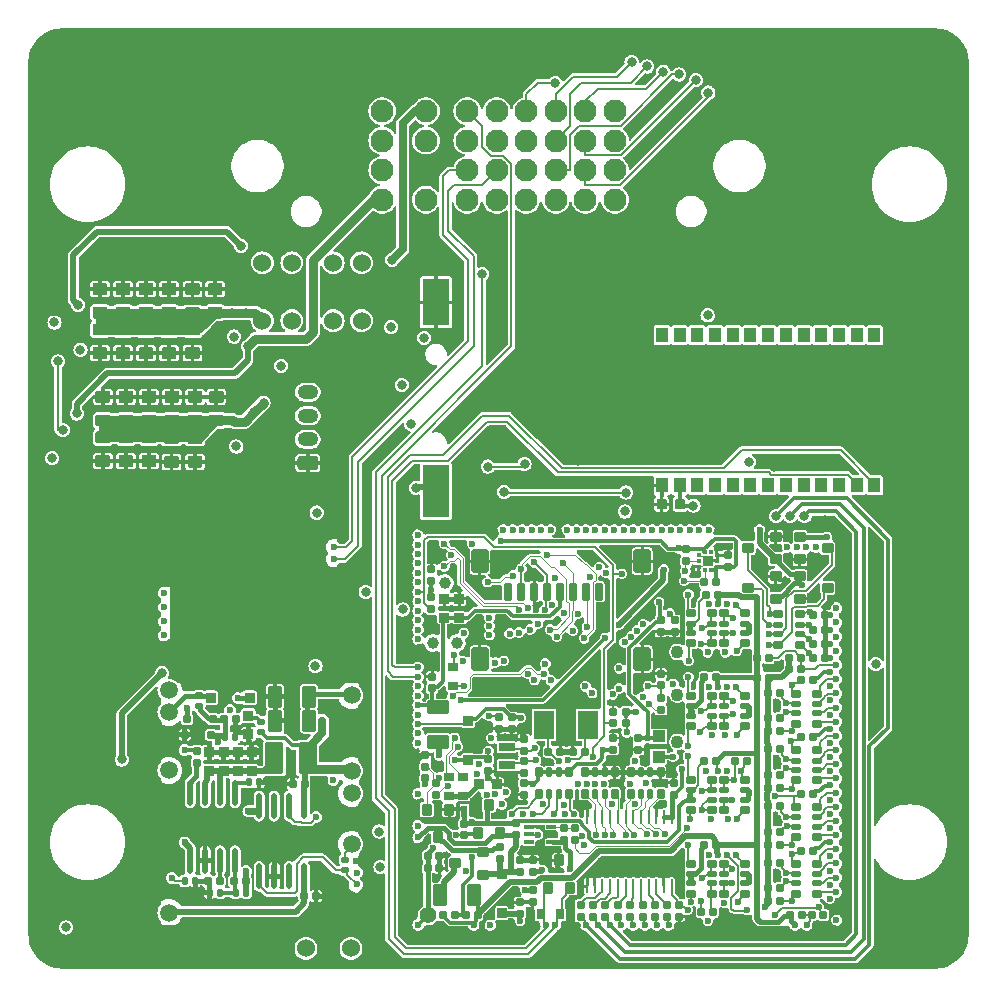
<source format=gbl>
G75*
G70*
%OFA0B0*%
%FSLAX25Y25*%
%IPPOS*%
%LPD*%
%AMOC8*
5,1,8,0,0,1.08239X$1,22.5*
%
%AMM100*
21,1,0.035430,0.030320,-0.000000,0.000000,0.000000*
21,1,0.028350,0.037400,-0.000000,0.000000,0.000000*
1,1,0.007090,0.014170,-0.015160*
1,1,0.007090,-0.014170,-0.015160*
1,1,0.007090,-0.014170,0.015160*
1,1,0.007090,0.014170,0.015160*
%
%AMM103*
21,1,0.027560,0.030710,-0.000000,0.000000,90.000000*
21,1,0.022050,0.036220,-0.000000,0.000000,90.000000*
1,1,0.005510,0.015350,0.011020*
1,1,0.005510,0.015350,-0.011020*
1,1,0.005510,-0.015350,-0.011020*
1,1,0.005510,-0.015350,0.011020*
%
%AMM124*
21,1,0.033470,0.026770,-0.000000,0.000000,180.000000*
21,1,0.026770,0.033470,-0.000000,0.000000,180.000000*
1,1,0.006690,-0.013390,0.013390*
1,1,0.006690,0.013390,0.013390*
1,1,0.006690,0.013390,-0.013390*
1,1,0.006690,-0.013390,-0.013390*
%
%AMM125*
21,1,0.025590,0.026380,-0.000000,0.000000,90.000000*
21,1,0.020470,0.031500,-0.000000,0.000000,90.000000*
1,1,0.005120,0.013190,0.010240*
1,1,0.005120,0.013190,-0.010240*
1,1,0.005120,-0.013190,-0.010240*
1,1,0.005120,-0.013190,0.010240*
%
%AMM126*
21,1,0.017720,0.027950,-0.000000,0.000000,90.000000*
21,1,0.014170,0.031500,-0.000000,0.000000,90.000000*
1,1,0.003540,0.013980,0.007090*
1,1,0.003540,0.013980,-0.007090*
1,1,0.003540,-0.013980,-0.007090*
1,1,0.003540,-0.013980,0.007090*
%
%AMM127*
21,1,0.033470,0.026770,-0.000000,0.000000,90.000000*
21,1,0.026770,0.033470,-0.000000,0.000000,90.000000*
1,1,0.006690,0.013390,0.013390*
1,1,0.006690,0.013390,-0.013390*
1,1,0.006690,-0.013390,-0.013390*
1,1,0.006690,-0.013390,0.013390*
%
%AMM128*
21,1,0.078740,0.045670,-0.000000,0.000000,270.000000*
21,1,0.067320,0.057090,-0.000000,0.000000,270.000000*
1,1,0.011420,-0.022840,-0.033660*
1,1,0.011420,-0.022840,0.033660*
1,1,0.011420,0.022840,0.033660*
1,1,0.011420,0.022840,-0.033660*
%
%AMM129*
21,1,0.059060,0.020470,-0.000000,0.000000,270.000000*
21,1,0.053940,0.025590,-0.000000,0.000000,270.000000*
1,1,0.005120,-0.010240,-0.026970*
1,1,0.005120,-0.010240,0.026970*
1,1,0.005120,0.010240,0.026970*
1,1,0.005120,0.010240,-0.026970*
%
%AMM130*
21,1,0.035430,0.030320,-0.000000,0.000000,270.000000*
21,1,0.028350,0.037400,-0.000000,0.000000,270.000000*
1,1,0.007090,-0.015160,-0.014170*
1,1,0.007090,-0.015160,0.014170*
1,1,0.007090,0.015160,0.014170*
1,1,0.007090,0.015160,-0.014170*
%
%AMM131*
21,1,0.012600,0.028980,-0.000000,0.000000,270.000000*
21,1,0.010080,0.031500,-0.000000,0.000000,270.000000*
1,1,0.002520,-0.014490,-0.005040*
1,1,0.002520,-0.014490,0.005040*
1,1,0.002520,0.014490,0.005040*
1,1,0.002520,0.014490,-0.005040*
%
%AMM132*
21,1,0.070870,0.036220,-0.000000,0.000000,90.000000*
21,1,0.061810,0.045280,-0.000000,0.000000,90.000000*
1,1,0.009060,0.018110,0.030910*
1,1,0.009060,0.018110,-0.030910*
1,1,0.009060,-0.018110,-0.030910*
1,1,0.009060,-0.018110,0.030910*
%
%AMM133*
21,1,0.035830,0.026770,-0.000000,0.000000,90.000000*
21,1,0.029130,0.033470,-0.000000,0.000000,90.000000*
1,1,0.006690,0.013390,0.014570*
1,1,0.006690,0.013390,-0.014570*
1,1,0.006690,-0.013390,-0.014570*
1,1,0.006690,-0.013390,0.014570*
%
%AMM134*
21,1,0.027560,0.049610,-0.000000,0.000000,90.000000*
21,1,0.022050,0.055120,-0.000000,0.000000,90.000000*
1,1,0.005510,0.024800,0.011020*
1,1,0.005510,0.024800,-0.011020*
1,1,0.005510,-0.024800,-0.011020*
1,1,0.005510,-0.024800,0.011020*
%
%AMM135*
21,1,0.070870,0.036220,-0.000000,0.000000,180.000000*
21,1,0.061810,0.045280,-0.000000,0.000000,180.000000*
1,1,0.009060,-0.030910,0.018110*
1,1,0.009060,0.030910,0.018110*
1,1,0.009060,0.030910,-0.018110*
1,1,0.009060,-0.030910,-0.018110*
%
%AMM136*
21,1,0.027560,0.030710,-0.000000,0.000000,180.000000*
21,1,0.022050,0.036220,-0.000000,0.000000,180.000000*
1,1,0.005510,-0.011020,0.015350*
1,1,0.005510,0.011020,0.015350*
1,1,0.005510,0.011020,-0.015350*
1,1,0.005510,-0.011020,-0.015350*
%
%AMM42*
21,1,0.035830,0.026770,0.000000,0.000000,0.000000*
21,1,0.029130,0.033470,0.000000,0.000000,0.000000*
1,1,0.006690,0.014570,-0.013390*
1,1,0.006690,-0.014570,-0.013390*
1,1,0.006690,-0.014570,0.013390*
1,1,0.006690,0.014570,0.013390*
%
%AMM44*
21,1,0.070870,0.036220,0.000000,0.000000,90.000000*
21,1,0.061810,0.045280,0.000000,0.000000,90.000000*
1,1,0.009060,0.018110,0.030910*
1,1,0.009060,0.018110,-0.030910*
1,1,0.009060,-0.018110,-0.030910*
1,1,0.009060,-0.018110,0.030910*
%
%AMM66*
21,1,0.023620,0.018900,0.000000,0.000000,90.000000*
21,1,0.018900,0.023620,0.000000,0.000000,90.000000*
1,1,0.004720,0.009450,0.009450*
1,1,0.004720,0.009450,-0.009450*
1,1,0.004720,-0.009450,-0.009450*
1,1,0.004720,-0.009450,0.009450*
%
%AMM67*
21,1,0.019680,0.019680,0.000000,0.000000,0.000000*
21,1,0.015750,0.023620,0.000000,0.000000,0.000000*
1,1,0.003940,0.007870,-0.009840*
1,1,0.003940,-0.007870,-0.009840*
1,1,0.003940,-0.007870,0.009840*
1,1,0.003940,0.007870,0.009840*
%
%AMM68*
21,1,0.019680,0.019680,0.000000,0.000000,270.000000*
21,1,0.015750,0.023620,0.000000,0.000000,270.000000*
1,1,0.003940,-0.009840,-0.007870*
1,1,0.003940,-0.009840,0.007870*
1,1,0.003940,0.009840,0.007870*
1,1,0.003940,0.009840,-0.007870*
%
%AMM82*
21,1,0.106300,0.050390,0.000000,0.000000,90.000000*
21,1,0.093700,0.062990,0.000000,0.000000,90.000000*
1,1,0.012600,0.025200,0.046850*
1,1,0.012600,0.025200,-0.046850*
1,1,0.012600,-0.025200,-0.046850*
1,1,0.012600,-0.025200,0.046850*
%
%AMM83*
21,1,0.033470,0.026770,0.000000,0.000000,270.000000*
21,1,0.026770,0.033470,0.000000,0.000000,270.000000*
1,1,0.006690,-0.013390,-0.013390*
1,1,0.006690,-0.013390,0.013390*
1,1,0.006690,0.013390,0.013390*
1,1,0.006690,0.013390,-0.013390*
%
%AMM84*
21,1,0.023620,0.018900,0.000000,0.000000,180.000000*
21,1,0.018900,0.023620,0.000000,0.000000,180.000000*
1,1,0.004720,-0.009450,0.009450*
1,1,0.004720,0.009450,0.009450*
1,1,0.004720,0.009450,-0.009450*
1,1,0.004720,-0.009450,-0.009450*
%
%AMM85*
21,1,0.122050,0.075590,0.000000,0.000000,180.000000*
21,1,0.103150,0.094490,0.000000,0.000000,180.000000*
1,1,0.018900,-0.051580,0.037800*
1,1,0.018900,0.051580,0.037800*
1,1,0.018900,0.051580,-0.037800*
1,1,0.018900,-0.051580,-0.037800*
%
%AMM86*
21,1,0.118110,0.083460,0.000000,0.000000,0.000000*
21,1,0.097240,0.104330,0.000000,0.000000,0.000000*
1,1,0.020870,0.048620,-0.041730*
1,1,0.020870,-0.048620,-0.041730*
1,1,0.020870,-0.048620,0.041730*
1,1,0.020870,0.048620,0.041730*
%
%AMM92*
21,1,0.025590,0.026380,-0.000000,0.000000,0.000000*
21,1,0.020470,0.031500,-0.000000,0.000000,0.000000*
1,1,0.005120,0.010240,-0.013190*
1,1,0.005120,-0.010240,-0.013190*
1,1,0.005120,-0.010240,0.013190*
1,1,0.005120,0.010240,0.013190*
%
%AMM93*
21,1,0.017720,0.027950,-0.000000,0.000000,0.000000*
21,1,0.014170,0.031500,-0.000000,0.000000,0.000000*
1,1,0.003540,0.007090,-0.013980*
1,1,0.003540,-0.007090,-0.013980*
1,1,0.003540,-0.007090,0.013980*
1,1,0.003540,0.007090,0.013980*
%
%AMM96*
21,1,0.027560,0.018900,-0.000000,0.000000,180.000000*
21,1,0.022840,0.023620,-0.000000,0.000000,180.000000*
1,1,0.004720,-0.011420,0.009450*
1,1,0.004720,0.011420,0.009450*
1,1,0.004720,0.011420,-0.009450*
1,1,0.004720,-0.011420,-0.009450*
%
%AMM98*
21,1,0.027560,0.018900,-0.000000,0.000000,270.000000*
21,1,0.022840,0.023620,-0.000000,0.000000,270.000000*
1,1,0.004720,-0.009450,-0.011420*
1,1,0.004720,-0.009450,0.011420*
1,1,0.004720,0.009450,0.011420*
1,1,0.004720,0.009450,-0.011420*
%
%ADD10C,0.00787*%
%ADD100C,0.00492*%
%ADD101C,0.01575*%
%ADD102C,0.01260*%
%ADD103C,0.04331*%
%ADD104C,0.03900*%
%ADD105C,0.05512*%
%ADD12C,0.06000*%
%ADD142R,0.01378X0.01476*%
%ADD143R,0.01968X0.01968*%
%ADD147M42*%
%ADD149R,0.01476X0.01378*%
%ADD152M44*%
%ADD16O,0.06890X0.04724*%
%ADD17C,0.02362*%
%ADD18R,0.14567X0.00787*%
%ADD182M66*%
%ADD183M67*%
%ADD184M68*%
%ADD185O,0.00787X0.40158*%
%ADD19R,0.01575X0.00787*%
%ADD20R,0.06299X0.00787*%
%ADD201M82*%
%ADD202M83*%
%ADD203M84*%
%ADD204O,0.01968X0.08661*%
%ADD205M85*%
%ADD206M86*%
%ADD21R,0.38189X0.00787*%
%ADD213M92*%
%ADD214M93*%
%ADD218M96*%
%ADD22R,0.09055X0.00787*%
%ADD220M98*%
%ADD222M100*%
%ADD226M103*%
%ADD23R,0.00787X0.05512*%
%ADD24R,0.00787X0.25197*%
%ADD249M124*%
%ADD25R,0.00787X0.06693*%
%ADD250M125*%
%ADD251M126*%
%ADD252M127*%
%ADD253M128*%
%ADD254M129*%
%ADD255M130*%
%ADD256M131*%
%ADD257O,0.00984X0.04961*%
%ADD258M132*%
%ADD259M133*%
%ADD26R,0.00787X0.12992*%
%ADD260R,0.06693X0.09449*%
%ADD261M134*%
%ADD262R,0.04331X0.03937*%
%ADD263M135*%
%ADD264M136*%
%ADD27R,0.27559X0.00787*%
%ADD28R,0.12992X0.00787*%
%ADD29R,0.24803X0.00787*%
%ADD30C,0.07677*%
%ADD31R,0.00984X0.24350*%
%ADD32R,0.00984X0.04390*%
%ADD33R,0.56201X0.00984*%
%ADD34R,0.59449X0.00984*%
%ADD35R,0.00984X0.20374*%
%ADD37C,0.05906*%
%ADD38O,0.00787X0.12992*%
%ADD39O,0.00787X0.40157*%
%ADD40O,0.00787X0.01181*%
%ADD41O,0.66929X0.00787*%
%ADD42O,0.60630X0.00787*%
%ADD43O,0.00787X0.18898*%
%ADD44O,0.00787X0.10236*%
%ADD45O,0.00787X0.03937*%
%ADD46O,0.00787X0.05906*%
%ADD47C,0.03150*%
%ADD48C,0.01969*%
%ADD49C,0.00591*%
%ADD50C,0.01181*%
%ADD51C,0.02756*%
%ADD56C,0.00984*%
%ADD62R,0.03937X0.05118*%
%ADD63R,0.09055X0.17323*%
%ADD64R,0.09055X0.15748*%
%ADD66C,0.01968*%
X0000000Y0000000D02*
%LPD*%
G01*
D12*
X0111811Y0236024D03*
X0111811Y0216732D03*
G36*
G01*
X0096358Y0166929D02*
X0091437Y0166929D01*
G75*
G02*
X0090453Y0167913I0000000J0000984D01*
G01*
X0090453Y0170669D01*
G75*
G02*
X0091437Y0171654I0000984J0000000D01*
G01*
X0096358Y0171654D01*
G75*
G02*
X0097343Y0170669I0000000J-000984D01*
G01*
X0097343Y0167913D01*
G75*
G02*
X0096358Y0166929I-000984J0000000D01*
G01*
G37*
D16*
X0093898Y0177165D03*
X0093898Y0185039D03*
X0093898Y0192913D03*
D17*
X0244488Y0146850D03*
X0227559Y0146850D03*
X0224409Y0146850D03*
X0221260Y0146850D03*
X0218110Y0146850D03*
X0214961Y0146850D03*
X0211811Y0146850D03*
X0208661Y0146850D03*
X0205512Y0146850D03*
X0202362Y0146850D03*
X0199213Y0146850D03*
X0196063Y0146850D03*
X0192913Y0146850D03*
X0189764Y0146850D03*
X0186614Y0146850D03*
X0183465Y0146850D03*
X0180315Y0146850D03*
X0174803Y0146850D03*
X0171654Y0146850D03*
X0168504Y0146850D03*
X0165354Y0146850D03*
X0162205Y0146850D03*
X0159055Y0146850D03*
D18*
X0139961Y0014567D03*
D19*
X0151968Y0014567D03*
D18*
X0163976Y0014567D03*
D20*
X0181496Y0014567D03*
D21*
X0235236Y0014567D03*
D22*
X0266732Y0014567D03*
D23*
X0270866Y0021654D03*
D24*
X0129921Y0029921D03*
D25*
X0129921Y0053740D03*
D26*
X0129921Y0067520D03*
D23*
X0129921Y0105906D03*
D24*
X0270866Y0135433D03*
D27*
X0143307Y0147638D03*
D19*
X0177559Y0147638D03*
D28*
X0236024Y0147638D03*
D29*
X0258858Y0147638D03*
D17*
X0130709Y0145276D03*
X0130709Y0142126D03*
X0130709Y0138976D03*
X0130709Y0135827D03*
X0130709Y0132677D03*
X0130709Y0129528D03*
X0130709Y0126378D03*
X0130709Y0123228D03*
X0130709Y0120079D03*
X0130709Y0116929D03*
X0130709Y0113780D03*
X0130709Y0110630D03*
X0130709Y0101181D03*
X0130709Y0098031D03*
X0130709Y0094882D03*
X0130709Y0091732D03*
X0130709Y0088583D03*
X0130709Y0085433D03*
X0130709Y0082283D03*
X0130709Y0079134D03*
X0130709Y0075984D03*
X0130709Y0059055D03*
X0130709Y0048425D03*
X0130709Y0044488D03*
X0130709Y0015354D03*
X0270079Y0120866D03*
X0270079Y0116142D03*
X0270079Y0111417D03*
X0270079Y0106693D03*
X0270079Y0101969D03*
X0270079Y0097244D03*
X0270079Y0092520D03*
X0270079Y0087795D03*
X0270079Y0083071D03*
X0270079Y0078346D03*
X0270079Y0073622D03*
X0270079Y0068898D03*
X0270079Y0064173D03*
X0270079Y0059449D03*
X0270079Y0054724D03*
X0270079Y0050000D03*
X0270079Y0045276D03*
X0270079Y0040551D03*
X0270079Y0035827D03*
X0270079Y0031102D03*
X0270079Y0026378D03*
X0270079Y0016929D03*
X0260236Y0015354D03*
X0256299Y0015354D03*
X0214173Y0015354D03*
X0210236Y0015354D03*
X0206299Y0015354D03*
X0202362Y0015354D03*
X0198425Y0015354D03*
X0194488Y0015354D03*
X0190551Y0015354D03*
X0186614Y0015354D03*
X0176378Y0015354D03*
X0173228Y0015354D03*
X0154724Y0015354D03*
X0149213Y0015354D03*
D30*
X0196260Y0257087D03*
X0196260Y0266929D03*
X0196260Y0276772D03*
X0196260Y0286614D03*
X0186417Y0257087D03*
X0186417Y0266929D03*
X0186417Y0276772D03*
X0186417Y0286614D03*
X0176575Y0257087D03*
X0176575Y0266929D03*
X0176575Y0276772D03*
X0176575Y0286614D03*
X0166732Y0257087D03*
X0166732Y0266929D03*
X0166732Y0276772D03*
X0166732Y0286614D03*
X0156890Y0257087D03*
X0156890Y0266929D03*
X0156890Y0276772D03*
X0156890Y0286614D03*
X0147047Y0257087D03*
X0147047Y0266929D03*
X0147047Y0276772D03*
X0147047Y0286614D03*
X0133268Y0257087D03*
X0133268Y0266929D03*
X0133268Y0276772D03*
X0133268Y0286614D03*
X0118701Y0257087D03*
X0118701Y0266929D03*
X0118701Y0276772D03*
X0118701Y0286614D03*
D12*
X0088583Y0236024D03*
X0088583Y0216732D03*
X0093287Y0007480D03*
X0108287Y0007480D03*
X0078740Y0236024D03*
X0078740Y0216732D03*
X0102362Y0236024D03*
X0102362Y0216732D03*
D17*
X0045915Y0121260D03*
X0045915Y0125984D03*
X0045915Y0116535D03*
X0045915Y0111811D03*
D31*
X0103593Y0122313D03*
D32*
X0103593Y0146132D03*
D33*
X0075984Y0110630D03*
D34*
X0074360Y0147835D03*
D35*
X0045128Y0138140D03*
D17*
X0102707Y0137244D03*
X0102707Y0141181D03*
D37*
X0108563Y0091831D03*
X0108563Y0066634D03*
X0108563Y0059154D03*
X0108563Y0042224D03*
D17*
X0110335Y0032776D03*
X0110335Y0028839D03*
D38*
X0044980Y0076673D03*
D39*
X0044980Y0043209D03*
D40*
X0044980Y0015256D03*
D41*
X0078051Y0015059D03*
D42*
X0081201Y0096161D03*
D37*
X0108563Y0017618D03*
D40*
X0111122Y0095965D03*
D43*
X0111122Y0079429D03*
D44*
X0111122Y0050492D03*
D45*
X0111122Y0036713D03*
D46*
X0111122Y0023720D03*
D37*
X0047539Y0093602D03*
X0047539Y0086319D03*
X0047539Y0066831D03*
X0047539Y0019390D03*
G36*
G01*
X0057579Y0203996D02*
X0053445Y0203996D01*
G75*
G02*
X0053051Y0204390I0000000J0000394D01*
G01*
X0053051Y0207539D01*
G75*
G02*
X0053445Y0207933I0000394J0000000D01*
G01*
X0057579Y0207933D01*
G75*
G02*
X0057973Y0207539I0000000J-000394D01*
G01*
X0057973Y0204390D01*
G75*
G02*
X0057579Y0203996I-000394J0000000D01*
G01*
G37*
G36*
G01*
X0057579Y0211870D02*
X0053445Y0211870D01*
G75*
G02*
X0053051Y0212264I0000000J0000394D01*
G01*
X0053051Y0215413D01*
G75*
G02*
X0053445Y0215807I0000394J0000000D01*
G01*
X0057579Y0215807D01*
G75*
G02*
X0057973Y0215413I0000000J-000394D01*
G01*
X0057973Y0212264D01*
G75*
G02*
X0057579Y0211870I-000394J0000000D01*
G01*
G37*
G36*
G01*
X0042028Y0203937D02*
X0037894Y0203937D01*
G75*
G02*
X0037500Y0204331I0000000J0000394D01*
G01*
X0037500Y0207480D01*
G75*
G02*
X0037894Y0207874I0000394J0000000D01*
G01*
X0042028Y0207874D01*
G75*
G02*
X0042421Y0207480I0000000J-000394D01*
G01*
X0042421Y0204331D01*
G75*
G02*
X0042028Y0203937I-000394J0000000D01*
G01*
G37*
G36*
G01*
X0042028Y0211811D02*
X0037894Y0211811D01*
G75*
G02*
X0037500Y0212205I0000000J0000394D01*
G01*
X0037500Y0215354D01*
G75*
G02*
X0037894Y0215748I0000394J0000000D01*
G01*
X0042028Y0215748D01*
G75*
G02*
X0042421Y0215354I0000000J-000394D01*
G01*
X0042421Y0212205D01*
G75*
G02*
X0042028Y0211811I-000394J0000000D01*
G01*
G37*
G36*
G01*
X0037894Y0229252D02*
X0042028Y0229252D01*
G75*
G02*
X0042421Y0228858I0000000J-000394D01*
G01*
X0042421Y0225709D01*
G75*
G02*
X0042028Y0225315I-000394J0000000D01*
G01*
X0037894Y0225315D01*
G75*
G02*
X0037500Y0225709I0000000J0000394D01*
G01*
X0037500Y0228858D01*
G75*
G02*
X0037894Y0229252I0000394J0000000D01*
G01*
G37*
G36*
G01*
X0037894Y0221378D02*
X0042028Y0221378D01*
G75*
G02*
X0042421Y0220984I0000000J-000394D01*
G01*
X0042421Y0217835D01*
G75*
G02*
X0042028Y0217441I-000394J0000000D01*
G01*
X0037894Y0217441D01*
G75*
G02*
X0037500Y0217835I0000000J0000394D01*
G01*
X0037500Y0220984D01*
G75*
G02*
X0037894Y0221378I0000394J0000000D01*
G01*
G37*
G36*
G01*
X0038878Y0193307D02*
X0043012Y0193307D01*
G75*
G02*
X0043406Y0192913I0000000J-000394D01*
G01*
X0043406Y0189764D01*
G75*
G02*
X0043012Y0189370I-000394J0000000D01*
G01*
X0038878Y0189370D01*
G75*
G02*
X0038484Y0189764I0000000J0000394D01*
G01*
X0038484Y0192913D01*
G75*
G02*
X0038878Y0193307I0000394J0000000D01*
G01*
G37*
G36*
G01*
X0038878Y0185433D02*
X0043012Y0185433D01*
G75*
G02*
X0043406Y0185039I0000000J-000394D01*
G01*
X0043406Y0181890D01*
G75*
G02*
X0043012Y0181496I-000394J0000000D01*
G01*
X0038878Y0181496D01*
G75*
G02*
X0038484Y0181890I0000000J0000394D01*
G01*
X0038484Y0185039D01*
G75*
G02*
X0038878Y0185433I0000394J0000000D01*
G01*
G37*
D62*
X0282776Y0161860D03*
X0276870Y0161860D03*
X0270965Y0161860D03*
X0265059Y0161860D03*
X0259154Y0161860D03*
X0253248Y0161860D03*
X0247343Y0161860D03*
X0241437Y0161860D03*
X0235531Y0161860D03*
X0229626Y0161860D03*
X0223720Y0161860D03*
X0217815Y0161860D03*
X0211909Y0161860D03*
X0211909Y0211860D03*
X0217815Y0211860D03*
X0223720Y0211860D03*
X0229626Y0211860D03*
X0235531Y0211860D03*
X0241437Y0211860D03*
X0247343Y0211860D03*
X0253248Y0211860D03*
X0259154Y0211860D03*
X0265059Y0211860D03*
X0270965Y0211860D03*
X0276870Y0211860D03*
X0282776Y0211860D03*
G36*
G01*
X0210177Y0154173D02*
X0210177Y0156850D01*
G75*
G02*
X0210512Y0157185I0000335J0000000D01*
G01*
X0213189Y0157185D01*
G75*
G02*
X0213524Y0156850I0000000J-000335D01*
G01*
X0213524Y0154173D01*
G75*
G02*
X0213189Y0153839I-000335J0000000D01*
G01*
X0210512Y0153839D01*
G75*
G02*
X0210177Y0154173I0000000J0000335D01*
G01*
G37*
G36*
G01*
X0216398Y0154173D02*
X0216398Y0156850D01*
G75*
G02*
X0216732Y0157185I0000335J0000000D01*
G01*
X0219409Y0157185D01*
G75*
G02*
X0219744Y0156850I0000000J-000335D01*
G01*
X0219744Y0154173D01*
G75*
G02*
X0219409Y0153839I-000335J0000000D01*
G01*
X0216732Y0153839D01*
G75*
G02*
X0216398Y0154173I0000000J0000335D01*
G01*
G37*
G36*
G01*
X0043012Y0167992D02*
X0038878Y0167992D01*
G75*
G02*
X0038484Y0168386I0000000J0000394D01*
G01*
X0038484Y0171535D01*
G75*
G02*
X0038878Y0171929I0000394J0000000D01*
G01*
X0043012Y0171929D01*
G75*
G02*
X0043406Y0171535I0000000J-000394D01*
G01*
X0043406Y0168386D01*
G75*
G02*
X0043012Y0167992I-000394J0000000D01*
G01*
G37*
G36*
G01*
X0043012Y0175866D02*
X0038878Y0175866D01*
G75*
G02*
X0038484Y0176260I0000000J0000394D01*
G01*
X0038484Y0179409D01*
G75*
G02*
X0038878Y0179803I0000394J0000000D01*
G01*
X0043012Y0179803D01*
G75*
G02*
X0043406Y0179409I0000000J-000394D01*
G01*
X0043406Y0176260D01*
G75*
G02*
X0043012Y0175866I-000394J0000000D01*
G01*
G37*
G36*
G01*
X0035335Y0167992D02*
X0031201Y0167992D01*
G75*
G02*
X0030807Y0168386I0000000J0000394D01*
G01*
X0030807Y0171535D01*
G75*
G02*
X0031201Y0171929I0000394J0000000D01*
G01*
X0035335Y0171929D01*
G75*
G02*
X0035728Y0171535I0000000J-000394D01*
G01*
X0035728Y0168386D01*
G75*
G02*
X0035335Y0167992I-000394J0000000D01*
G01*
G37*
G36*
G01*
X0035335Y0175866D02*
X0031201Y0175866D01*
G75*
G02*
X0030807Y0176260I0000000J0000394D01*
G01*
X0030807Y0179409D01*
G75*
G02*
X0031201Y0179803I0000394J0000000D01*
G01*
X0035335Y0179803D01*
G75*
G02*
X0035728Y0179409I0000000J-000394D01*
G01*
X0035728Y0176260D01*
G75*
G02*
X0035335Y0175866I-000394J0000000D01*
G01*
G37*
G36*
G01*
X0026673Y0203937D02*
X0022540Y0203937D01*
G75*
G02*
X0022146Y0204331I0000000J0000394D01*
G01*
X0022146Y0207480D01*
G75*
G02*
X0022540Y0207874I0000394J0000000D01*
G01*
X0026673Y0207874D01*
G75*
G02*
X0027067Y0207480I0000000J-000394D01*
G01*
X0027067Y0204331D01*
G75*
G02*
X0026673Y0203937I-000394J0000000D01*
G01*
G37*
G36*
G01*
X0026673Y0211811D02*
X0022540Y0211811D01*
G75*
G02*
X0022146Y0212205I0000000J0000394D01*
G01*
X0022146Y0215354D01*
G75*
G02*
X0022540Y0215748I0000394J0000000D01*
G01*
X0026673Y0215748D01*
G75*
G02*
X0027067Y0215354I0000000J-000394D01*
G01*
X0027067Y0212205D01*
G75*
G02*
X0026673Y0211811I-000394J0000000D01*
G01*
G37*
G36*
G01*
X0049705Y0203937D02*
X0045571Y0203937D01*
G75*
G02*
X0045177Y0204331I0000000J0000394D01*
G01*
X0045177Y0207480D01*
G75*
G02*
X0045571Y0207874I0000394J0000000D01*
G01*
X0049705Y0207874D01*
G75*
G02*
X0050098Y0207480I0000000J-000394D01*
G01*
X0050098Y0204331D01*
G75*
G02*
X0049705Y0203937I-000394J0000000D01*
G01*
G37*
G36*
G01*
X0049705Y0211811D02*
X0045571Y0211811D01*
G75*
G02*
X0045177Y0212205I0000000J0000394D01*
G01*
X0045177Y0215354D01*
G75*
G02*
X0045571Y0215748I0000394J0000000D01*
G01*
X0049705Y0215748D01*
G75*
G02*
X0050098Y0215354I0000000J-000394D01*
G01*
X0050098Y0212205D01*
G75*
G02*
X0049705Y0211811I-000394J0000000D01*
G01*
G37*
G36*
G01*
X0034351Y0203937D02*
X0030217Y0203937D01*
G75*
G02*
X0029823Y0204331I0000000J0000394D01*
G01*
X0029823Y0207480D01*
G75*
G02*
X0030217Y0207874I0000394J0000000D01*
G01*
X0034351Y0207874D01*
G75*
G02*
X0034744Y0207480I0000000J-000394D01*
G01*
X0034744Y0204331D01*
G75*
G02*
X0034351Y0203937I-000394J0000000D01*
G01*
G37*
G36*
G01*
X0034351Y0211811D02*
X0030217Y0211811D01*
G75*
G02*
X0029823Y0212205I0000000J0000394D01*
G01*
X0029823Y0215354D01*
G75*
G02*
X0030217Y0215748I0000394J0000000D01*
G01*
X0034351Y0215748D01*
G75*
G02*
X0034744Y0215354I0000000J-000394D01*
G01*
X0034744Y0212205D01*
G75*
G02*
X0034351Y0211811I-000394J0000000D01*
G01*
G37*
G36*
G01*
X0060926Y0229252D02*
X0065059Y0229252D01*
G75*
G02*
X0065453Y0228858I0000000J-000394D01*
G01*
X0065453Y0225709D01*
G75*
G02*
X0065059Y0225315I-000394J0000000D01*
G01*
X0060926Y0225315D01*
G75*
G02*
X0060532Y0225709I0000000J0000394D01*
G01*
X0060532Y0228858D01*
G75*
G02*
X0060926Y0229252I0000394J0000000D01*
G01*
G37*
G36*
G01*
X0060926Y0221378D02*
X0065059Y0221378D01*
G75*
G02*
X0065453Y0220984I0000000J-000394D01*
G01*
X0065453Y0217835D01*
G75*
G02*
X0065059Y0217441I-000394J0000000D01*
G01*
X0060926Y0217441D01*
G75*
G02*
X0060532Y0217835I0000000J0000394D01*
G01*
X0060532Y0220984D01*
G75*
G02*
X0060926Y0221378I0000394J0000000D01*
G01*
G37*
G36*
G01*
X0023524Y0193307D02*
X0027658Y0193307D01*
G75*
G02*
X0028051Y0192913I0000000J-000394D01*
G01*
X0028051Y0189764D01*
G75*
G02*
X0027658Y0189370I-000394J0000000D01*
G01*
X0023524Y0189370D01*
G75*
G02*
X0023130Y0189764I0000000J0000394D01*
G01*
X0023130Y0192913D01*
G75*
G02*
X0023524Y0193307I0000394J0000000D01*
G01*
G37*
G36*
G01*
X0023524Y0185433D02*
X0027658Y0185433D01*
G75*
G02*
X0028051Y0185039I0000000J-000394D01*
G01*
X0028051Y0181890D01*
G75*
G02*
X0027658Y0181496I-000394J0000000D01*
G01*
X0023524Y0181496D01*
G75*
G02*
X0023130Y0181890I0000000J0000394D01*
G01*
X0023130Y0185039D01*
G75*
G02*
X0023524Y0185433I0000394J0000000D01*
G01*
G37*
G36*
G01*
X0027658Y0167992D02*
X0023524Y0167992D01*
G75*
G02*
X0023130Y0168386I0000000J0000394D01*
G01*
X0023130Y0171535D01*
G75*
G02*
X0023524Y0171929I0000394J0000000D01*
G01*
X0027658Y0171929D01*
G75*
G02*
X0028051Y0171535I0000000J-000394D01*
G01*
X0028051Y0168386D01*
G75*
G02*
X0027658Y0167992I-000394J0000000D01*
G01*
G37*
G36*
G01*
X0027658Y0175866D02*
X0023524Y0175866D01*
G75*
G02*
X0023130Y0176260I0000000J0000394D01*
G01*
X0023130Y0179409D01*
G75*
G02*
X0023524Y0179803I0000394J0000000D01*
G01*
X0027658Y0179803D01*
G75*
G02*
X0028051Y0179409I0000000J-000394D01*
G01*
X0028051Y0176260D01*
G75*
G02*
X0027658Y0175866I-000394J0000000D01*
G01*
G37*
G36*
G01*
X0054232Y0193307D02*
X0058366Y0193307D01*
G75*
G02*
X0058760Y0192913I0000000J-000394D01*
G01*
X0058760Y0189764D01*
G75*
G02*
X0058366Y0189370I-000394J0000000D01*
G01*
X0054232Y0189370D01*
G75*
G02*
X0053838Y0189764I0000000J0000394D01*
G01*
X0053838Y0192913D01*
G75*
G02*
X0054232Y0193307I0000394J0000000D01*
G01*
G37*
G36*
G01*
X0054232Y0185433D02*
X0058366Y0185433D01*
G75*
G02*
X0058760Y0185039I0000000J-000394D01*
G01*
X0058760Y0181890D01*
G75*
G02*
X0058366Y0181496I-000394J0000000D01*
G01*
X0054232Y0181496D01*
G75*
G02*
X0053838Y0181890I0000000J0000394D01*
G01*
X0053838Y0185039D01*
G75*
G02*
X0054232Y0185433I0000394J0000000D01*
G01*
G37*
D63*
X0136614Y0159842D03*
D64*
X0136614Y0222834D03*
G36*
G01*
X0058366Y0167717D02*
X0054232Y0167717D01*
G75*
G02*
X0053839Y0168110I0000000J0000394D01*
G01*
X0053839Y0171260D01*
G75*
G02*
X0054232Y0171654I0000394J0000000D01*
G01*
X0058366Y0171654D01*
G75*
G02*
X0058760Y0171260I0000000J-000394D01*
G01*
X0058760Y0168110D01*
G75*
G02*
X0058366Y0167717I-000394J0000000D01*
G01*
G37*
G36*
G01*
X0058366Y0175591D02*
X0054232Y0175591D01*
G75*
G02*
X0053839Y0175984I0000000J0000394D01*
G01*
X0053839Y0179134D01*
G75*
G02*
X0054232Y0179528I0000394J0000000D01*
G01*
X0058366Y0179528D01*
G75*
G02*
X0058760Y0179134I0000000J-000394D01*
G01*
X0058760Y0175984D01*
G75*
G02*
X0058366Y0175591I-000394J0000000D01*
G01*
G37*
G36*
G01*
X0061319Y0193307D02*
X0065453Y0193307D01*
G75*
G02*
X0065846Y0192913I0000000J-000394D01*
G01*
X0065846Y0189764D01*
G75*
G02*
X0065453Y0189370I-000394J0000000D01*
G01*
X0061319Y0189370D01*
G75*
G02*
X0060925Y0189764I0000000J0000394D01*
G01*
X0060925Y0192913D01*
G75*
G02*
X0061319Y0193307I0000394J0000000D01*
G01*
G37*
G36*
G01*
X0061319Y0185433D02*
X0065453Y0185433D01*
G75*
G02*
X0065846Y0185039I0000000J-000394D01*
G01*
X0065846Y0181890D01*
G75*
G02*
X0065453Y0181496I-000394J0000000D01*
G01*
X0061319Y0181496D01*
G75*
G02*
X0060925Y0181890I0000000J0000394D01*
G01*
X0060925Y0185039D01*
G75*
G02*
X0061319Y0185433I0000394J0000000D01*
G01*
G37*
G36*
G01*
X0046555Y0193307D02*
X0050689Y0193307D01*
G75*
G02*
X0051083Y0192913I0000000J-000394D01*
G01*
X0051083Y0189764D01*
G75*
G02*
X0050689Y0189370I-000394J0000000D01*
G01*
X0046555Y0189370D01*
G75*
G02*
X0046161Y0189764I0000000J0000394D01*
G01*
X0046161Y0192913D01*
G75*
G02*
X0046555Y0193307I0000394J0000000D01*
G01*
G37*
G36*
G01*
X0046555Y0185433D02*
X0050689Y0185433D01*
G75*
G02*
X0051083Y0185039I0000000J-000394D01*
G01*
X0051083Y0181890D01*
G75*
G02*
X0050689Y0181496I-000394J0000000D01*
G01*
X0046555Y0181496D01*
G75*
G02*
X0046161Y0181890I0000000J0000394D01*
G01*
X0046161Y0185039D01*
G75*
G02*
X0046555Y0185433I0000394J0000000D01*
G01*
G37*
G36*
G01*
X0050492Y0167717D02*
X0046358Y0167717D01*
G75*
G02*
X0045965Y0168110I0000000J0000394D01*
G01*
X0045965Y0171260D01*
G75*
G02*
X0046358Y0171654I0000394J0000000D01*
G01*
X0050492Y0171654D01*
G75*
G02*
X0050886Y0171260I0000000J-000394D01*
G01*
X0050886Y0168110D01*
G75*
G02*
X0050492Y0167717I-000394J0000000D01*
G01*
G37*
G36*
G01*
X0050492Y0175591D02*
X0046358Y0175591D01*
G75*
G02*
X0045965Y0175984I0000000J0000394D01*
G01*
X0045965Y0179134D01*
G75*
G02*
X0046358Y0179528I0000394J0000000D01*
G01*
X0050492Y0179528D01*
G75*
G02*
X0050886Y0179134I0000000J-000394D01*
G01*
X0050886Y0175984D01*
G75*
G02*
X0050492Y0175591I-000394J0000000D01*
G01*
G37*
G36*
G01*
X0022540Y0229252D02*
X0026673Y0229252D01*
G75*
G02*
X0027067Y0228858I0000000J-000394D01*
G01*
X0027067Y0225709D01*
G75*
G02*
X0026673Y0225315I-000394J0000000D01*
G01*
X0022540Y0225315D01*
G75*
G02*
X0022146Y0225709I0000000J0000394D01*
G01*
X0022146Y0228858D01*
G75*
G02*
X0022540Y0229252I0000394J0000000D01*
G01*
G37*
G36*
G01*
X0022540Y0221378D02*
X0026673Y0221378D01*
G75*
G02*
X0027067Y0220984I0000000J-000394D01*
G01*
X0027067Y0217835D01*
G75*
G02*
X0026673Y0217441I-000394J0000000D01*
G01*
X0022540Y0217441D01*
G75*
G02*
X0022146Y0217835I0000000J0000394D01*
G01*
X0022146Y0220984D01*
G75*
G02*
X0022540Y0221378I0000394J0000000D01*
G01*
G37*
G36*
G01*
X0045571Y0229252D02*
X0049705Y0229252D01*
G75*
G02*
X0050098Y0228858I0000000J-000394D01*
G01*
X0050098Y0225709D01*
G75*
G02*
X0049705Y0225315I-000394J0000000D01*
G01*
X0045571Y0225315D01*
G75*
G02*
X0045177Y0225709I0000000J0000394D01*
G01*
X0045177Y0228858D01*
G75*
G02*
X0045571Y0229252I0000394J0000000D01*
G01*
G37*
G36*
G01*
X0045571Y0221378D02*
X0049705Y0221378D01*
G75*
G02*
X0050098Y0220984I0000000J-000394D01*
G01*
X0050098Y0217835D01*
G75*
G02*
X0049705Y0217441I-000394J0000000D01*
G01*
X0045571Y0217441D01*
G75*
G02*
X0045177Y0217835I0000000J0000394D01*
G01*
X0045177Y0220984D01*
G75*
G02*
X0045571Y0221378I0000394J0000000D01*
G01*
G37*
G36*
G01*
X0030217Y0229252D02*
X0034351Y0229252D01*
G75*
G02*
X0034744Y0228858I0000000J-000394D01*
G01*
X0034744Y0225709D01*
G75*
G02*
X0034351Y0225315I-000394J0000000D01*
G01*
X0030217Y0225315D01*
G75*
G02*
X0029823Y0225709I0000000J0000394D01*
G01*
X0029823Y0228858D01*
G75*
G02*
X0030217Y0229252I0000394J0000000D01*
G01*
G37*
G36*
G01*
X0030217Y0221378D02*
X0034351Y0221378D01*
G75*
G02*
X0034744Y0220984I0000000J-000394D01*
G01*
X0034744Y0217835D01*
G75*
G02*
X0034351Y0217441I-000394J0000000D01*
G01*
X0030217Y0217441D01*
G75*
G02*
X0029823Y0217835I0000000J0000394D01*
G01*
X0029823Y0220984D01*
G75*
G02*
X0030217Y0221378I0000394J0000000D01*
G01*
G37*
G36*
G01*
X0053445Y0229193D02*
X0057579Y0229193D01*
G75*
G02*
X0057973Y0228799I0000000J-000394D01*
G01*
X0057973Y0225650D01*
G75*
G02*
X0057579Y0225256I-000394J0000000D01*
G01*
X0053445Y0225256D01*
G75*
G02*
X0053051Y0225650I0000000J0000394D01*
G01*
X0053051Y0228799D01*
G75*
G02*
X0053445Y0229193I0000394J0000000D01*
G01*
G37*
G36*
G01*
X0053445Y0221319D02*
X0057579Y0221319D01*
G75*
G02*
X0057973Y0220925I0000000J-000394D01*
G01*
X0057973Y0217776D01*
G75*
G02*
X0057579Y0217382I-000394J0000000D01*
G01*
X0053445Y0217382D01*
G75*
G02*
X0053051Y0217776I0000000J0000394D01*
G01*
X0053051Y0220925D01*
G75*
G02*
X0053445Y0221319I0000394J0000000D01*
G01*
G37*
G36*
G01*
X0031201Y0193307D02*
X0035335Y0193307D01*
G75*
G02*
X0035728Y0192913I0000000J-000394D01*
G01*
X0035728Y0189764D01*
G75*
G02*
X0035335Y0189370I-000394J0000000D01*
G01*
X0031201Y0189370D01*
G75*
G02*
X0030807Y0189764I0000000J0000394D01*
G01*
X0030807Y0192913D01*
G75*
G02*
X0031201Y0193307I0000394J0000000D01*
G01*
G37*
G36*
G01*
X0031201Y0185433D02*
X0035335Y0185433D01*
G75*
G02*
X0035728Y0185039I0000000J-000394D01*
G01*
X0035728Y0181890D01*
G75*
G02*
X0035335Y0181496I-000394J0000000D01*
G01*
X0031201Y0181496D01*
G75*
G02*
X0030807Y0181890I0000000J0000394D01*
G01*
X0030807Y0185039D01*
G75*
G02*
X0031201Y0185433I0000394J0000000D01*
G01*
G37*
D47*
X0129921Y0161024D03*
X0096457Y0101575D03*
X0151181Y0164173D03*
X0093701Y0245276D03*
X0127165Y0071654D03*
X0102756Y0257480D03*
X0051969Y0241732D03*
X0125984Y0105906D03*
X0241339Y0233465D03*
X0042126Y0078740D03*
X0254724Y0219291D03*
X0103937Y0275984D03*
X0042913Y0241339D03*
X0070866Y0167717D03*
X0056693Y0237008D03*
X0282677Y0111024D03*
X0107480Y0257480D03*
X0103150Y0261811D03*
X0063386Y0011811D03*
X0040157Y0161811D03*
X0171654Y0246850D03*
X0183071Y0011811D03*
X0250394Y0223622D03*
X0162598Y0011811D03*
X0137795Y0296457D03*
X0055512Y0098819D03*
X0183858Y0170079D03*
X0063386Y0195669D03*
X0205512Y0238189D03*
X0042520Y0029528D03*
X0300000Y0099606D03*
X0140157Y0281496D03*
X0273228Y0136220D03*
X0072441Y0099213D03*
X0056693Y0250787D03*
X0256299Y0177165D03*
X0073228Y0250787D03*
X0127165Y0053150D03*
X0273228Y0142913D03*
X0226378Y0274409D03*
X0113780Y0080315D03*
X0300000Y0105118D03*
X0146063Y0168504D03*
X0051969Y0237008D03*
X0007087Y0180709D03*
X0204724Y0273622D03*
X0269685Y0229921D03*
X0300000Y0127559D03*
X0206299Y0159055D03*
X0250394Y0011811D03*
X0216929Y0260630D03*
X0235827Y0011811D03*
X0056693Y0241732D03*
X0128740Y0296457D03*
X0077559Y0177953D03*
X0127165Y0063386D03*
X0133465Y0296457D03*
X0125591Y0093701D03*
X0152362Y0150394D03*
X0057087Y0011811D03*
X0045669Y0161811D03*
X0016929Y0198819D03*
X0188583Y0200787D03*
X0250787Y0252362D03*
X0114173Y0052362D03*
X0042126Y0043307D03*
X0300000Y0116535D03*
X0003937Y0247638D03*
X0090945Y0099213D03*
X0022835Y0237008D03*
X0237008Y0238189D03*
X0239370Y0150394D03*
X0010236Y0235433D03*
X0212205Y0200787D03*
X0282677Y0087008D03*
X0039764Y0061024D03*
X0088189Y0245276D03*
X0300000Y0122047D03*
X0227953Y0011811D03*
X0025984Y0151969D03*
X0181496Y0247638D03*
X0081102Y0099213D03*
X0232677Y0150394D03*
X0116142Y0248425D03*
X0048819Y0195669D03*
X0098425Y0262205D03*
X0107874Y0262205D03*
X0064567Y0264567D03*
X0040945Y0195669D03*
X0082283Y0245276D03*
X0061024Y0237008D03*
X0022441Y0154724D03*
X0019291Y0157480D03*
X0193307Y0184252D03*
X0248819Y0183465D03*
X0064961Y0237008D03*
X0133071Y0244488D03*
X0011024Y0166142D03*
X0242913Y0011811D03*
X0074803Y0011811D03*
X0038976Y0241339D03*
X0246457Y0228346D03*
X0126378Y0028740D03*
X0245669Y0257874D03*
X0098819Y0257874D03*
X0208268Y0170472D03*
X0155906Y0226378D03*
X0103937Y0271654D03*
X0033071Y0195669D03*
X0038583Y0237008D03*
X0175197Y0151969D03*
X0051181Y0161811D03*
X0112598Y0244882D03*
X0050787Y0250787D03*
X0051575Y0011811D03*
X0300000Y0110630D03*
X0057087Y0161811D03*
X0064961Y0099213D03*
X0138976Y0011811D03*
X0266929Y0011811D03*
X0016535Y0160236D03*
X0204331Y0263386D03*
X0142126Y0296457D03*
X0260630Y0240551D03*
X0166142Y0200394D03*
X0047638Y0241732D03*
X0060236Y0260630D03*
X0042913Y0237008D03*
X0266142Y0150394D03*
X0116535Y0196850D03*
X0103937Y0151181D03*
X0194882Y0170472D03*
X0007480Y0007087D03*
X0249213Y0168110D03*
X0110236Y0271260D03*
X0061417Y0241339D03*
X0069291Y0011811D03*
X0175984Y0200787D03*
X0126772Y0036614D03*
X0047638Y0237008D03*
X0273228Y0128740D03*
X0065354Y0241732D03*
X0081890Y0011811D03*
X0155906Y0220079D03*
X0199213Y0200787D03*
X0147244Y0248425D03*
X0062205Y0250787D03*
X0201181Y0246457D03*
X0219291Y0011811D03*
X0118504Y0296457D03*
X0034646Y0236614D03*
X0018110Y0180315D03*
X0256299Y0245276D03*
X0107480Y0206693D03*
X0133071Y0248819D03*
X0055906Y0256299D03*
X0146850Y0150394D03*
X0013780Y0162992D03*
X0126772Y0022047D03*
X0147638Y0296457D03*
X0067717Y0250787D03*
X0110236Y0275984D03*
X0172047Y0164567D03*
X0124016Y0296457D03*
X0017323Y0222047D03*
X0071654Y0241732D03*
X0074016Y0208268D03*
X0016929Y0185827D03*
X0199606Y0153150D03*
X0222441Y0155118D03*
X0125591Y0120472D03*
X0121654Y0214567D03*
X0132677Y0211024D03*
X0227165Y0218504D03*
X0122047Y0237008D03*
X0250000Y0151575D03*
X0254724Y0151575D03*
X0259449Y0151575D03*
X0283268Y0102264D03*
X0009449Y0216142D03*
X0070079Y0174803D03*
X0008661Y0170866D03*
X0240945Y0169685D03*
X0069291Y0211417D03*
X0013306Y0014487D03*
X0010630Y0203150D03*
X0096850Y0152756D03*
X0012205Y0180315D03*
X0018110Y0207087D03*
X0085061Y0201672D03*
X0159290Y0159684D03*
X0200000Y0159449D03*
X0227400Y0292754D03*
X0223232Y0296923D03*
X0212342Y0299744D03*
X0217717Y0298819D03*
X0206989Y0301478D03*
X0201833Y0303015D03*
X0176378Y0296063D03*
X0045276Y0099213D03*
X0031890Y0070472D03*
X0125197Y0195327D03*
X0113189Y0126378D03*
X0128346Y0182283D03*
X0151969Y0232283D03*
X0153937Y0168110D03*
X0166142Y0168898D03*
X0117717Y0046457D03*
X0118110Y0034646D03*
X0073228Y0219291D03*
X0068504Y0219291D03*
X0069291Y0183071D03*
X0079134Y0189370D03*
X0075984Y0186220D03*
X0072835Y0183071D03*
D48*
X0136614Y0161418D02*
X0130315Y0161418D01*
X0130315Y0161418D02*
X0129921Y0161024D01*
D49*
X0175197Y0151969D02*
X0175197Y0150000D01*
X0175197Y0150000D02*
X0177559Y0147638D01*
D48*
X0015748Y0223622D02*
X0017323Y0222047D01*
X0071654Y0241732D02*
X0066929Y0246457D01*
X0023622Y0246457D02*
X0015748Y0238583D01*
X0015748Y0238583D02*
X0015748Y0223622D01*
X0066929Y0246457D02*
X0023622Y0246457D01*
D47*
X0095669Y0212992D02*
X0095669Y0237008D01*
D48*
X0016929Y0189114D02*
X0027028Y0199213D01*
X0016929Y0185827D02*
X0016929Y0189114D01*
X0069685Y0199213D02*
X0074016Y0203543D01*
D47*
X0074016Y0208268D02*
X0076378Y0210630D01*
X0115748Y0257087D02*
X0118701Y0257087D01*
X0076378Y0210630D02*
X0093307Y0210630D01*
D48*
X0027028Y0199213D02*
X0069685Y0199213D01*
X0074016Y0203543D02*
X0074016Y0208268D01*
D47*
X0093307Y0210630D02*
X0095669Y0212992D01*
X0095669Y0237008D02*
X0115748Y0257087D01*
D50*
X0218071Y0161604D02*
X0217815Y0161860D01*
X0218071Y0155512D02*
X0218071Y0161604D01*
X0222441Y0155118D02*
X0218465Y0155118D01*
X0218465Y0155118D02*
X0218071Y0155512D01*
D51*
X0122047Y0237008D02*
X0125591Y0240551D01*
X0125591Y0282677D02*
X0129528Y0286614D01*
X0125591Y0240551D02*
X0125591Y0282677D01*
X0129528Y0286614D02*
X0133268Y0286614D01*
D50*
X0281102Y0008661D02*
X0276378Y0003937D01*
X0287402Y0143701D02*
X0287402Y0081102D01*
X0276378Y0003937D02*
X0198031Y0003937D01*
X0250000Y0151575D02*
X0255906Y0157480D01*
X0255906Y0157480D02*
X0273622Y0157480D01*
X0273622Y0157480D02*
X0287402Y0143701D01*
X0287402Y0081102D02*
X0281102Y0074803D01*
X0281102Y0074803D02*
X0281102Y0008661D01*
X0198031Y0003937D02*
X0186614Y0015354D01*
X0258661Y0155512D02*
X0254724Y0151575D01*
X0190551Y0015354D02*
X0199606Y0006299D01*
X0271346Y0155512D02*
X0258661Y0155512D01*
X0274803Y0006299D02*
X0279134Y0010630D01*
X0279134Y0010630D02*
X0279134Y0147724D01*
X0279134Y0147724D02*
X0271346Y0155512D01*
X0199606Y0006299D02*
X0274803Y0006299D01*
X0273228Y0008661D02*
X0276772Y0012205D01*
X0270079Y0153150D02*
X0261024Y0153150D01*
X0276772Y0012205D02*
X0276772Y0146457D01*
X0201181Y0008661D02*
X0273228Y0008661D01*
X0261024Y0153150D02*
X0259449Y0151575D01*
X0194488Y0015354D02*
X0201181Y0008661D01*
X0276772Y0146457D02*
X0270079Y0153150D01*
D10*
X0010630Y0203150D02*
X0010630Y0180315D01*
X0010630Y0180315D02*
X0012205Y0180315D01*
X0159290Y0159684D02*
X0159525Y0159449D01*
X0159525Y0159449D02*
X0200000Y0159449D01*
X0198061Y0261909D02*
X0186417Y0261909D01*
X0186417Y0261909D02*
X0186417Y0266929D01*
X0227400Y0292754D02*
X0227400Y0291249D01*
X0227400Y0291249D02*
X0198061Y0261909D01*
X0186417Y0271949D02*
X0186417Y0276772D01*
X0223232Y0296923D02*
X0198258Y0271949D01*
X0198258Y0271949D02*
X0186417Y0271949D01*
X0206693Y0294094D02*
X0190551Y0294094D01*
X0186417Y0289961D02*
X0186417Y0286614D01*
X0212342Y0299744D02*
X0206693Y0294094D01*
X0190551Y0294094D02*
X0186417Y0289961D01*
X0215285Y0298819D02*
X0198258Y0281791D01*
X0181398Y0266929D02*
X0176575Y0266929D01*
X0181398Y0278769D02*
X0181398Y0266929D01*
X0198258Y0281791D02*
X0184420Y0281791D01*
X0184420Y0281791D02*
X0181398Y0278769D01*
X0217717Y0298819D02*
X0215285Y0298819D01*
X0206989Y0301478D02*
X0201575Y0296063D01*
X0181398Y0281594D02*
X0176575Y0276772D01*
X0181398Y0292421D02*
X0181398Y0281594D01*
X0185039Y0296063D02*
X0181398Y0292421D01*
X0201575Y0296063D02*
X0185039Y0296063D01*
X0201833Y0303015D02*
X0196850Y0298031D01*
X0196850Y0298031D02*
X0182283Y0298031D01*
X0176575Y0292323D02*
X0176575Y0286614D01*
X0182283Y0298031D02*
X0176575Y0292323D01*
X0170472Y0296063D02*
X0166732Y0292323D01*
X0166732Y0292323D02*
X0166732Y0286614D01*
X0176378Y0296063D02*
X0170472Y0296063D01*
X0108661Y0143307D02*
X0106535Y0141181D01*
X0147244Y0209843D02*
X0108661Y0171260D01*
X0147047Y0266929D02*
X0140945Y0266929D01*
X0138976Y0264961D02*
X0138976Y0245276D01*
X0140945Y0266929D02*
X0138976Y0264961D01*
X0106535Y0141181D02*
X0102707Y0141181D01*
X0147244Y0237008D02*
X0147244Y0209843D01*
X0108661Y0171260D02*
X0108661Y0143307D01*
X0138976Y0245276D02*
X0147244Y0237008D01*
D48*
X0031890Y0070472D02*
X0031890Y0085827D01*
X0031890Y0085827D02*
X0045276Y0099213D01*
D10*
X0142618Y0261909D02*
X0140630Y0259921D01*
X0140630Y0246772D02*
X0149213Y0238189D01*
X0110630Y0141732D02*
X0106142Y0137244D01*
X0151870Y0261909D02*
X0142618Y0261909D01*
X0140630Y0259921D02*
X0140630Y0246772D01*
X0156890Y0266929D02*
X0151870Y0261909D01*
X0106142Y0137244D02*
X0102707Y0137244D01*
X0149213Y0238189D02*
X0149213Y0208268D01*
X0110630Y0169685D02*
X0110630Y0141732D01*
X0149213Y0208268D02*
X0110630Y0169685D01*
X0116535Y0057480D02*
X0120866Y0053150D01*
X0125984Y0005512D02*
X0167323Y0005512D01*
X0176378Y0014567D02*
X0176378Y0015354D01*
X0116535Y0166142D02*
X0116535Y0057480D01*
X0151969Y0201575D02*
X0116535Y0166142D01*
X0120866Y0053150D02*
X0120866Y0010630D01*
X0167323Y0005512D02*
X0176378Y0014567D01*
X0151969Y0232283D02*
X0151969Y0201575D01*
X0120866Y0010630D02*
X0125984Y0005512D01*
X0161713Y0268927D02*
X0161713Y0208169D01*
X0126772Y0007480D02*
X0166535Y0007480D01*
X0166535Y0007480D02*
X0173228Y0014173D01*
X0122835Y0053937D02*
X0122835Y0011417D01*
X0173228Y0014173D02*
X0173228Y0015354D01*
X0161713Y0208169D02*
X0118504Y0164961D01*
X0158887Y0271752D02*
X0161713Y0268927D01*
X0154892Y0271752D02*
X0158887Y0271752D01*
X0118504Y0058268D02*
X0122835Y0053937D01*
X0151870Y0274774D02*
X0154892Y0271752D01*
X0122835Y0011417D02*
X0126772Y0007480D01*
X0151870Y0281791D02*
X0151870Y0274774D01*
X0147047Y0286614D02*
X0151870Y0281791D01*
X0118504Y0164961D02*
X0118504Y0058268D01*
X0165354Y0168110D02*
X0166142Y0168898D01*
X0153937Y0168110D02*
X0165354Y0168110D01*
X0248300Y0165404D02*
X0273917Y0165404D01*
X0153543Y0183071D02*
X0160236Y0183071D01*
X0177165Y0166142D02*
X0247562Y0166142D01*
X0276870Y0162451D02*
X0276870Y0161860D01*
X0122047Y0102067D02*
X0122047Y0163386D01*
X0140551Y0170079D02*
X0153543Y0183071D01*
X0130709Y0101181D02*
X0122933Y0101181D01*
X0128740Y0170079D02*
X0140551Y0170079D01*
X0122047Y0163386D02*
X0128740Y0170079D01*
X0122933Y0101181D02*
X0122047Y0102067D01*
X0273917Y0165404D02*
X0276870Y0162451D01*
X0247562Y0166142D02*
X0248300Y0165404D01*
X0160236Y0183071D02*
X0177165Y0166142D01*
X0128307Y0172008D02*
X0138937Y0172008D01*
X0232480Y0167520D02*
X0238583Y0173622D01*
X0127913Y0172008D02*
X0128307Y0172008D01*
X0271604Y0173622D02*
X0282776Y0162451D01*
X0161024Y0185039D02*
X0178543Y0167520D01*
X0130709Y0098031D02*
X0122441Y0098031D01*
X0120472Y0100000D02*
X0120472Y0164567D01*
X0238583Y0173622D02*
X0271604Y0173622D01*
X0282776Y0162451D02*
X0282776Y0161860D01*
X0151969Y0185039D02*
X0161024Y0185039D01*
X0120472Y0164567D02*
X0127913Y0172008D01*
X0178543Y0167520D02*
X0232480Y0167520D01*
X0138937Y0172008D02*
X0151969Y0185039D01*
X0122441Y0098031D02*
X0120472Y0100000D01*
X0128110Y0172008D02*
X0128307Y0172008D01*
D47*
X0024606Y0216535D02*
X0024606Y0213780D01*
X0047638Y0213780D02*
X0047638Y0219409D01*
X0055512Y0213839D02*
X0057422Y0213839D01*
X0024606Y0213780D02*
X0055453Y0213780D01*
X0078740Y0216732D02*
X0078740Y0216929D01*
X0024606Y0216535D02*
X0055512Y0216535D01*
X0055512Y0213839D02*
X0055512Y0216535D01*
X0059055Y0216535D02*
X0059587Y0216004D01*
X0055512Y0216535D02*
X0055512Y0219350D01*
X0055453Y0213780D02*
X0055512Y0213839D01*
X0032284Y0213780D02*
X0032284Y0219409D01*
X0057422Y0213839D02*
X0059587Y0216004D01*
X0062992Y0219409D02*
X0024606Y0219409D01*
X0055512Y0216535D02*
X0059055Y0216535D01*
X0024606Y0219409D02*
X0024606Y0216535D01*
X0039961Y0213780D02*
X0039961Y0219409D01*
X0078740Y0216929D02*
X0076260Y0219409D01*
X0059587Y0216004D02*
X0062992Y0219409D01*
X0076260Y0219409D02*
X0062992Y0219409D01*
X0056299Y0180315D02*
X0059449Y0183465D01*
X0033268Y0177835D02*
X0033268Y0183465D01*
X0025591Y0177835D02*
X0056024Y0177835D01*
X0075984Y0186220D02*
X0072835Y0183071D01*
X0069291Y0183071D02*
X0068898Y0183465D01*
X0056024Y0177835D02*
X0056299Y0177559D01*
X0056299Y0177559D02*
X0057480Y0177559D01*
X0075984Y0186220D02*
X0079134Y0189370D01*
X0059449Y0183465D02*
X0063386Y0183465D01*
X0057480Y0177559D02*
X0063386Y0183465D01*
X0056299Y0183464D02*
X0056299Y0183465D01*
X0048425Y0183268D02*
X0048622Y0183465D01*
X0040945Y0177835D02*
X0040945Y0183465D01*
X0025591Y0180709D02*
X0055906Y0180709D01*
X0069291Y0183071D02*
X0072835Y0183071D01*
X0048425Y0177559D02*
X0048425Y0183268D01*
X0025591Y0183465D02*
X0025591Y0180709D01*
X0056299Y0177559D02*
X0056299Y0180315D01*
X0055906Y0180709D02*
X0056299Y0180315D01*
X0056299Y0180315D02*
X0056299Y0183464D01*
X0025591Y0180709D02*
X0025591Y0177835D01*
X0068898Y0183465D02*
X0025591Y0183465D01*
G36*
X0120352Y0098447D02*
G01*
X0121715Y0097085D01*
X0121715Y0097085D01*
X0121715Y0097085D01*
X0121984Y0096929D01*
X0121984Y0096929D01*
X0121984Y0096929D01*
X0121984Y0096929D01*
X0122285Y0096848D01*
X0122597Y0096848D01*
X0128948Y0096848D01*
X0129178Y0096774D01*
X0129243Y0096714D01*
X0129245Y0096712D01*
X0129338Y0096490D01*
X0129284Y0096256D01*
X0129245Y0096201D01*
X0129034Y0095958D01*
X0128799Y0095443D01*
X0128718Y0094882D01*
X0128718Y0094882D01*
X0128799Y0094321D01*
X0129034Y0093806D01*
X0129245Y0093562D01*
X0129339Y0093340D01*
X0129284Y0093106D01*
X0129245Y0093052D01*
X0129034Y0092809D01*
X0128799Y0092293D01*
X0128718Y0091732D01*
X0128718Y0091732D01*
X0128799Y0091171D01*
X0129034Y0090656D01*
X0129245Y0090413D01*
X0129338Y0090191D01*
X0129284Y0089956D01*
X0129245Y0089902D01*
X0129034Y0089659D01*
X0128799Y0089144D01*
X0128718Y0088583D01*
X0128718Y0088583D01*
X0128799Y0088022D01*
X0129034Y0087506D01*
X0129245Y0087263D01*
X0129338Y0087041D01*
X0129284Y0086807D01*
X0129245Y0086753D01*
X0129034Y0086509D01*
X0128799Y0085994D01*
X0128718Y0085433D01*
X0128718Y0085433D01*
X0128799Y0084872D01*
X0129034Y0084357D01*
X0129245Y0084114D01*
X0129338Y0083892D01*
X0129284Y0083657D01*
X0129245Y0083603D01*
X0129034Y0083360D01*
X0128799Y0082844D01*
X0128718Y0082283D01*
X0128718Y0082283D01*
X0128799Y0081723D01*
X0128873Y0081560D01*
X0129034Y0081207D01*
X0129245Y0080964D01*
X0129339Y0080742D01*
X0129284Y0080507D01*
X0129245Y0080453D01*
X0129034Y0080210D01*
X0128799Y0079695D01*
X0128718Y0079134D01*
X0128718Y0079134D01*
X0128799Y0078573D01*
X0129034Y0078058D01*
X0129245Y0077814D01*
X0129339Y0077592D01*
X0129284Y0077358D01*
X0129245Y0077304D01*
X0129034Y0077061D01*
X0128799Y0076545D01*
X0128718Y0075984D01*
X0128718Y0075984D01*
X0128799Y0075423D01*
X0128835Y0075343D01*
X0129034Y0074908D01*
X0129216Y0074698D01*
X0129405Y0074480D01*
X0129742Y0074263D01*
X0129895Y0074077D01*
X0129921Y0073935D01*
X0129921Y0061104D01*
X0129847Y0060875D01*
X0129742Y0060776D01*
X0129405Y0060560D01*
X0129034Y0060131D01*
X0128799Y0059616D01*
X0128718Y0059055D01*
X0128718Y0059055D01*
X0128799Y0058494D01*
X0128854Y0058373D01*
X0129034Y0057979D01*
X0129405Y0057551D01*
X0129405Y0057551D01*
X0129742Y0057334D01*
X0129895Y0057147D01*
X0129921Y0057006D01*
X0129921Y0050474D01*
X0129847Y0050245D01*
X0129742Y0050146D01*
X0129405Y0049930D01*
X0129034Y0049501D01*
X0128799Y0048986D01*
X0128718Y0048425D01*
X0128718Y0048425D01*
X0128799Y0047864D01*
X0129034Y0047349D01*
X0129034Y0047349D01*
X0129405Y0046921D01*
X0129617Y0046785D01*
X0129769Y0046598D01*
X0129783Y0046358D01*
X0129653Y0046155D01*
X0129617Y0046129D01*
X0129405Y0045993D01*
X0129034Y0045564D01*
X0128799Y0045049D01*
X0128718Y0044488D01*
X0128718Y0044488D01*
X0128799Y0043927D01*
X0129010Y0043465D01*
X0129034Y0043412D01*
X0129195Y0043227D01*
X0129405Y0042984D01*
X0129742Y0042767D01*
X0129895Y0042581D01*
X0129921Y0042439D01*
X0129921Y0017403D01*
X0129847Y0017174D01*
X0129742Y0017076D01*
X0129405Y0016859D01*
X0129034Y0016431D01*
X0128799Y0015915D01*
X0128718Y0015354D01*
X0128718Y0015354D01*
X0128799Y0014793D01*
X0128987Y0014381D01*
X0129034Y0014278D01*
X0129226Y0014057D01*
X0129405Y0013850D01*
X0129882Y0013544D01*
X0129882Y0013543D01*
X0130301Y0013420D01*
X0130425Y0013384D01*
X0130425Y0013384D01*
X0130425Y0013384D01*
X0130425Y0013384D01*
X0130992Y0013384D01*
X0130992Y0013384D01*
X0131536Y0013543D01*
X0132012Y0013850D01*
X0132383Y0014278D01*
X0132411Y0014339D01*
X0132574Y0014517D01*
X0132766Y0014567D01*
X0147155Y0014567D01*
X0147385Y0014492D01*
X0147510Y0014339D01*
X0147538Y0014278D01*
X0147909Y0013850D01*
X0148386Y0013544D01*
X0148386Y0013543D01*
X0148805Y0013420D01*
X0148929Y0013384D01*
X0148929Y0013384D01*
X0148929Y0013384D01*
X0148929Y0013384D01*
X0149496Y0013384D01*
X0149496Y0013384D01*
X0150040Y0013543D01*
X0150516Y0013850D01*
X0150887Y0014278D01*
X0150915Y0014339D01*
X0151078Y0014517D01*
X0151270Y0014567D01*
X0152667Y0014567D01*
X0152896Y0014492D01*
X0153022Y0014339D01*
X0153050Y0014278D01*
X0153421Y0013850D01*
X0153897Y0013544D01*
X0153897Y0013543D01*
X0154317Y0013420D01*
X0154441Y0013384D01*
X0154441Y0013384D01*
X0154441Y0013384D01*
X0154441Y0013384D01*
X0155008Y0013384D01*
X0155008Y0013384D01*
X0155551Y0013543D01*
X0156028Y0013850D01*
X0156399Y0014278D01*
X0156427Y0014339D01*
X0156590Y0014517D01*
X0156781Y0014567D01*
X0171008Y0014567D01*
X0171237Y0014492D01*
X0171379Y0014298D01*
X0171379Y0014057D01*
X0171284Y0013902D01*
X0166160Y0008778D01*
X0165945Y0008668D01*
X0165884Y0008663D01*
X0127423Y0008663D01*
X0127194Y0008738D01*
X0127148Y0008778D01*
X0124132Y0011793D01*
X0124023Y0012008D01*
X0124018Y0012069D01*
X0124018Y0054093D01*
X0124018Y0054093D01*
X0123937Y0054394D01*
X0123937Y0054394D01*
X0123781Y0054663D01*
X0123561Y0054884D01*
X0123561Y0054884D01*
X0119801Y0058644D01*
X0119692Y0058858D01*
X0119687Y0058919D01*
X0119687Y0098171D01*
X0119761Y0098400D01*
X0119956Y0098542D01*
X0120197Y0098542D01*
X0120352Y0098447D01*
G37*
G36*
X0159814Y0181813D02*
G01*
X0159860Y0181774D01*
X0176219Y0165415D01*
X0176219Y0165415D01*
X0176439Y0165195D01*
X0176709Y0165039D01*
X0176709Y0165039D01*
X0177010Y0164959D01*
X0177010Y0164959D01*
X0177010Y0164959D01*
X0177321Y0164959D01*
X0208770Y0164959D01*
X0209000Y0164884D01*
X0209141Y0164689D01*
X0209151Y0164516D01*
X0209155Y0164516D01*
X0209154Y0164497D01*
X0209154Y0162451D01*
X0209154Y0162451D01*
X0211520Y0162451D01*
X0211749Y0162376D01*
X0211890Y0162181D01*
X0211909Y0162061D01*
X0211909Y0161860D01*
X0211909Y0161860D01*
X0212110Y0161860D01*
X0212339Y0161786D01*
X0212481Y0161591D01*
X0212500Y0161470D01*
X0212500Y0158481D01*
X0212575Y0158334D01*
X0212537Y0158096D01*
X0212466Y0157997D01*
X0212441Y0157972D01*
X0212441Y0156102D01*
X0212441Y0156102D01*
X0214311Y0156102D01*
X0214311Y0156102D01*
X0214311Y0157018D01*
X0214311Y0157018D01*
X0214300Y0157112D01*
X0214131Y0157495D01*
X0213834Y0157792D01*
X0213809Y0157809D01*
X0213662Y0158000D01*
X0213655Y0158241D01*
X0213791Y0158440D01*
X0213953Y0158513D01*
X0214185Y0158559D01*
X0214446Y0158733D01*
X0214446Y0158734D01*
X0214537Y0158870D01*
X0214726Y0159019D01*
X0214967Y0159029D01*
X0215167Y0158895D01*
X0215185Y0158870D01*
X0215277Y0158732D01*
X0215538Y0158558D01*
X0215714Y0158523D01*
X0215769Y0158512D01*
X0215769Y0158512D01*
X0215769Y0158512D01*
X0215876Y0158512D01*
X0216105Y0158437D01*
X0216246Y0158242D01*
X0216246Y0158002D01*
X0216105Y0157807D01*
X0216096Y0157800D01*
X0216086Y0157794D01*
X0215789Y0157497D01*
X0215619Y0157112D01*
X0215619Y0157112D01*
X0215608Y0157018D01*
X0215608Y0154005D01*
X0215608Y0154005D01*
X0215619Y0153911D01*
X0215739Y0153640D01*
X0215789Y0153527D01*
X0216086Y0153230D01*
X0216268Y0153150D01*
X0216470Y0153060D01*
X0216487Y0153058D01*
X0216564Y0153049D01*
X0219577Y0153049D01*
X0219671Y0153060D01*
X0220056Y0153230D01*
X0220232Y0153406D01*
X0220447Y0153515D01*
X0220684Y0153478D01*
X0220745Y0153440D01*
X0220755Y0153432D01*
X0220755Y0153432D01*
X0221249Y0153053D01*
X0221249Y0153053D01*
X0221249Y0153053D01*
X0221824Y0152815D01*
X0221824Y0152815D01*
X0222271Y0152756D01*
X0222441Y0152734D01*
X0222441Y0152734D01*
X0222441Y0152734D01*
X0222611Y0152756D01*
X0223058Y0152815D01*
X0223633Y0153053D01*
X0224127Y0153432D01*
X0224506Y0153926D01*
X0224744Y0154501D01*
X0224826Y0155118D01*
X0224744Y0155735D01*
X0224593Y0156100D01*
X0224506Y0156310D01*
X0224506Y0156310D01*
X0224127Y0156804D01*
X0224127Y0156804D01*
X0224127Y0156804D01*
X0224127Y0156804D01*
X0224127Y0156804D01*
X0223821Y0157039D01*
X0223633Y0157183D01*
X0223633Y0157183D01*
X0223633Y0157183D01*
X0223058Y0157421D01*
X0223058Y0157421D01*
X0222441Y0157503D01*
X0222441Y0157503D01*
X0221824Y0157421D01*
X0221824Y0157421D01*
X0221249Y0157183D01*
X0221076Y0157051D01*
X0220849Y0156971D01*
X0220618Y0157039D01*
X0220483Y0157203D01*
X0220353Y0157497D01*
X0220056Y0157794D01*
X0220056Y0157794D01*
X0220056Y0157794D01*
X0220002Y0157817D01*
X0219823Y0157978D01*
X0219772Y0158213D01*
X0219869Y0158434D01*
X0220056Y0158542D01*
X0220056Y0158543D01*
X0220060Y0158545D01*
X0220078Y0158555D01*
X0220083Y0158556D01*
X0220091Y0158558D01*
X0220353Y0158732D01*
X0220444Y0158868D01*
X0220633Y0159018D01*
X0220874Y0159027D01*
X0221074Y0158893D01*
X0221092Y0158868D01*
X0221183Y0158732D01*
X0221444Y0158558D01*
X0221619Y0158523D01*
X0221674Y0158512D01*
X0221674Y0158512D01*
X0221674Y0158512D01*
X0221674Y0158512D01*
X0225767Y0158512D01*
X0225767Y0158512D01*
X0225997Y0158558D01*
X0226258Y0158732D01*
X0226349Y0158868D01*
X0226538Y0159018D01*
X0226779Y0159027D01*
X0226979Y0158893D01*
X0226997Y0158868D01*
X0227088Y0158732D01*
X0227349Y0158558D01*
X0227525Y0158523D01*
X0227580Y0158512D01*
X0227580Y0158512D01*
X0227580Y0158512D01*
X0227580Y0158512D01*
X0231672Y0158512D01*
X0231672Y0158512D01*
X0231902Y0158558D01*
X0232164Y0158732D01*
X0232255Y0158868D01*
X0232444Y0159018D01*
X0232685Y0159027D01*
X0232885Y0158893D01*
X0232903Y0158868D01*
X0232994Y0158732D01*
X0233255Y0158558D01*
X0233430Y0158523D01*
X0233485Y0158512D01*
X0233485Y0158512D01*
X0233485Y0158512D01*
X0233485Y0158512D01*
X0237578Y0158512D01*
X0237578Y0158512D01*
X0237808Y0158558D01*
X0238069Y0158732D01*
X0238160Y0158868D01*
X0238349Y0159018D01*
X0238590Y0159027D01*
X0238790Y0158893D01*
X0238808Y0158868D01*
X0238899Y0158732D01*
X0239161Y0158558D01*
X0239336Y0158523D01*
X0239391Y0158512D01*
X0239391Y0158512D01*
X0239391Y0158512D01*
X0239391Y0158512D01*
X0243483Y0158512D01*
X0243483Y0158512D01*
X0243714Y0158558D01*
X0243975Y0158732D01*
X0244066Y0158868D01*
X0244255Y0159018D01*
X0244496Y0159027D01*
X0244696Y0158893D01*
X0244714Y0158868D01*
X0244805Y0158732D01*
X0245066Y0158558D01*
X0245241Y0158523D01*
X0245296Y0158512D01*
X0245296Y0158512D01*
X0245296Y0158512D01*
X0245296Y0158512D01*
X0249389Y0158512D01*
X0249389Y0158512D01*
X0249619Y0158558D01*
X0249880Y0158732D01*
X0249971Y0158868D01*
X0250160Y0159018D01*
X0250401Y0159027D01*
X0250601Y0158893D01*
X0250619Y0158868D01*
X0250710Y0158732D01*
X0250972Y0158558D01*
X0251147Y0158523D01*
X0251202Y0158512D01*
X0251202Y0158512D01*
X0251202Y0158512D01*
X0254045Y0158512D01*
X0254274Y0158437D01*
X0254415Y0158242D01*
X0254415Y0158002D01*
X0254320Y0157846D01*
X0250519Y0154045D01*
X0250304Y0153936D01*
X0250192Y0153934D01*
X0250000Y0153959D01*
X0250000Y0153959D01*
X0249383Y0153878D01*
X0249383Y0153878D01*
X0248808Y0153640D01*
X0248808Y0153640D01*
X0248314Y0153261D01*
X0248314Y0153261D01*
X0247935Y0152767D01*
X0247935Y0152767D01*
X0247697Y0152192D01*
X0247697Y0152192D01*
X0247615Y0151575D01*
X0247615Y0151575D01*
X0247697Y0150958D01*
X0247697Y0150958D01*
X0247935Y0150383D01*
X0247935Y0150383D01*
X0248314Y0149889D01*
X0248314Y0149889D01*
X0248808Y0149510D01*
X0249383Y0149271D01*
X0249846Y0149211D01*
X0250000Y0149190D01*
X0250000Y0149190D01*
X0250000Y0149190D01*
X0250123Y0149206D01*
X0250617Y0149271D01*
X0251192Y0149510D01*
X0251686Y0149889D01*
X0252053Y0150367D01*
X0252252Y0150503D01*
X0252492Y0150497D01*
X0252671Y0150367D01*
X0253038Y0149889D01*
X0253532Y0149510D01*
X0254107Y0149271D01*
X0254570Y0149211D01*
X0254724Y0149190D01*
X0254724Y0149190D01*
X0254724Y0149190D01*
X0254848Y0149206D01*
X0255342Y0149271D01*
X0255917Y0149510D01*
X0256411Y0149889D01*
X0256777Y0150367D01*
X0256976Y0150503D01*
X0257217Y0150497D01*
X0257396Y0150367D01*
X0257763Y0149889D01*
X0258257Y0149510D01*
X0258832Y0149271D01*
X0259295Y0149211D01*
X0259449Y0149190D01*
X0259449Y0149190D01*
X0259449Y0149190D01*
X0259572Y0149206D01*
X0260066Y0149271D01*
X0260641Y0149510D01*
X0261135Y0149889D01*
X0261514Y0150383D01*
X0261752Y0150958D01*
X0261814Y0151431D01*
X0261918Y0151648D01*
X0262130Y0151763D01*
X0262201Y0151770D01*
X0269346Y0151770D01*
X0269575Y0151695D01*
X0269621Y0151656D01*
X0275278Y0145999D01*
X0275387Y0145785D01*
X0275392Y0145724D01*
X0275392Y0012938D01*
X0275317Y0012709D01*
X0275278Y0012662D01*
X0272771Y0010155D01*
X0272556Y0010046D01*
X0272495Y0010041D01*
X0201914Y0010041D01*
X0201685Y0010116D01*
X0201639Y0010155D01*
X0198942Y0012852D01*
X0198833Y0013066D01*
X0198871Y0013304D01*
X0199041Y0013475D01*
X0199108Y0013501D01*
X0199252Y0013543D01*
X0199729Y0013850D01*
X0200099Y0014277D01*
X0200305Y0014402D01*
X0200545Y0014381D01*
X0200688Y0014277D01*
X0200879Y0014057D01*
X0201059Y0013850D01*
X0201535Y0013544D01*
X0201535Y0013543D01*
X0201954Y0013420D01*
X0202079Y0013384D01*
X0202079Y0013384D01*
X0202079Y0013384D01*
X0202079Y0013384D01*
X0202646Y0013384D01*
X0202646Y0013384D01*
X0203189Y0013543D01*
X0203666Y0013850D01*
X0204036Y0014277D01*
X0204242Y0014402D01*
X0204482Y0014381D01*
X0204625Y0014277D01*
X0204816Y0014057D01*
X0204996Y0013850D01*
X0205472Y0013544D01*
X0205472Y0013543D01*
X0205891Y0013420D01*
X0206016Y0013384D01*
X0206016Y0013384D01*
X0206016Y0013384D01*
X0206016Y0013384D01*
X0206583Y0013384D01*
X0206583Y0013384D01*
X0207126Y0013543D01*
X0207603Y0013850D01*
X0207973Y0014277D01*
X0208179Y0014402D01*
X0208419Y0014381D01*
X0208562Y0014277D01*
X0208753Y0014057D01*
X0208933Y0013850D01*
X0209409Y0013544D01*
X0209409Y0013543D01*
X0209828Y0013420D01*
X0209953Y0013384D01*
X0209953Y0013384D01*
X0209953Y0013384D01*
X0209953Y0013384D01*
X0210519Y0013384D01*
X0210519Y0013384D01*
X0211063Y0013543D01*
X0211540Y0013850D01*
X0211910Y0014277D01*
X0212116Y0014402D01*
X0212356Y0014381D01*
X0212499Y0014277D01*
X0212690Y0014057D01*
X0212870Y0013850D01*
X0213346Y0013544D01*
X0213346Y0013543D01*
X0213765Y0013420D01*
X0213890Y0013384D01*
X0213890Y0013384D01*
X0213890Y0013384D01*
X0213890Y0013384D01*
X0214457Y0013384D01*
X0214457Y0013384D01*
X0215000Y0013543D01*
X0215477Y0013850D01*
X0215848Y0014278D01*
X0215876Y0014339D01*
X0216039Y0014517D01*
X0216230Y0014567D01*
X0254242Y0014567D01*
X0254471Y0014492D01*
X0254597Y0014339D01*
X0254624Y0014278D01*
X0254996Y0013850D01*
X0255472Y0013544D01*
X0255472Y0013543D01*
X0255891Y0013420D01*
X0256016Y0013384D01*
X0256016Y0013384D01*
X0256016Y0013384D01*
X0256016Y0013384D01*
X0256582Y0013384D01*
X0256582Y0013384D01*
X0257126Y0013543D01*
X0257603Y0013850D01*
X0257973Y0014277D01*
X0258179Y0014402D01*
X0258419Y0014381D01*
X0258562Y0014277D01*
X0258753Y0014057D01*
X0258933Y0013850D01*
X0259409Y0013544D01*
X0259409Y0013543D01*
X0259828Y0013420D01*
X0259953Y0013384D01*
X0259953Y0013384D01*
X0259953Y0013384D01*
X0259953Y0013384D01*
X0260519Y0013384D01*
X0260519Y0013384D01*
X0261063Y0013543D01*
X0261540Y0013850D01*
X0261911Y0014278D01*
X0261939Y0014339D01*
X0262102Y0014517D01*
X0262293Y0014567D01*
X0270866Y0014567D01*
X0270866Y0014567D01*
X0270866Y0014880D01*
X0270941Y0015109D01*
X0271045Y0015208D01*
X0271382Y0015425D01*
X0271753Y0015853D01*
X0271989Y0016368D01*
X0272029Y0016649D01*
X0272069Y0016929D01*
X0272069Y0016929D01*
X0271989Y0017490D01*
X0271778Y0017951D01*
X0271753Y0018005D01*
X0271382Y0018434D01*
X0271193Y0018555D01*
X0271045Y0018650D01*
X0270893Y0018837D01*
X0270866Y0018978D01*
X0270866Y0024329D01*
X0270941Y0024558D01*
X0271045Y0024657D01*
X0271382Y0024873D01*
X0271753Y0025302D01*
X0271989Y0025817D01*
X0272069Y0026378D01*
X0271989Y0026939D01*
X0271753Y0027454D01*
X0271382Y0027882D01*
X0271193Y0028004D01*
X0271045Y0028099D01*
X0270893Y0028286D01*
X0270866Y0028427D01*
X0270866Y0029053D01*
X0270941Y0029282D01*
X0271045Y0029381D01*
X0271382Y0029598D01*
X0271753Y0030026D01*
X0271989Y0030542D01*
X0272069Y0031102D01*
X0271989Y0031663D01*
X0271753Y0032179D01*
X0271382Y0032607D01*
X0271120Y0032776D01*
X0271045Y0032824D01*
X0270893Y0033010D01*
X0270866Y0033151D01*
X0270866Y0033778D01*
X0270941Y0034007D01*
X0271045Y0034106D01*
X0271382Y0034322D01*
X0271753Y0034750D01*
X0271989Y0035266D01*
X0272069Y0035827D01*
X0271989Y0036388D01*
X0271753Y0036903D01*
X0271382Y0037331D01*
X0271193Y0037453D01*
X0271045Y0037548D01*
X0270893Y0037734D01*
X0270866Y0037876D01*
X0270866Y0038502D01*
X0270941Y0038731D01*
X0271045Y0038830D01*
X0271382Y0039047D01*
X0271753Y0039475D01*
X0271989Y0039990D01*
X0272016Y0040177D01*
X0272069Y0040551D01*
X0272069Y0040551D01*
X0271989Y0041112D01*
X0271816Y0041491D01*
X0271753Y0041627D01*
X0271382Y0042056D01*
X0271120Y0042224D01*
X0271045Y0042272D01*
X0270893Y0042459D01*
X0270866Y0042600D01*
X0270866Y0043227D01*
X0270941Y0043456D01*
X0271045Y0043554D01*
X0271382Y0043771D01*
X0271753Y0044199D01*
X0271989Y0044715D01*
X0272068Y0045264D01*
X0272069Y0045276D01*
X0272069Y0045276D01*
X0271989Y0045836D01*
X0271843Y0046155D01*
X0271753Y0046352D01*
X0271382Y0046780D01*
X0271193Y0046902D01*
X0271045Y0046997D01*
X0270893Y0047183D01*
X0270866Y0047325D01*
X0270866Y0047951D01*
X0270941Y0048180D01*
X0271045Y0048279D01*
X0271382Y0048496D01*
X0271753Y0048924D01*
X0271989Y0049439D01*
X0272059Y0049930D01*
X0272069Y0050000D01*
X0272069Y0050000D01*
X0271989Y0050561D01*
X0271753Y0051076D01*
X0271753Y0051076D01*
X0271382Y0051505D01*
X0271193Y0051626D01*
X0271045Y0051721D01*
X0270893Y0051908D01*
X0270866Y0052049D01*
X0270866Y0052675D01*
X0270941Y0052904D01*
X0271045Y0053003D01*
X0271382Y0053220D01*
X0271753Y0053648D01*
X0271989Y0054164D01*
X0272069Y0054724D01*
X0272055Y0054825D01*
X0271989Y0055285D01*
X0271753Y0055801D01*
X0271753Y0055801D01*
X0271382Y0056229D01*
X0271096Y0056413D01*
X0271045Y0056446D01*
X0270893Y0056632D01*
X0270866Y0056774D01*
X0270866Y0057400D01*
X0270941Y0057629D01*
X0271045Y0057728D01*
X0271382Y0057944D01*
X0271753Y0058373D01*
X0271989Y0058888D01*
X0272069Y0059449D01*
X0272006Y0059887D01*
X0271989Y0060010D01*
X0271933Y0060131D01*
X0271753Y0060525D01*
X0271382Y0060953D01*
X0271148Y0061104D01*
X0271045Y0061170D01*
X0270893Y0061357D01*
X0270866Y0061498D01*
X0270866Y0062124D01*
X0270941Y0062353D01*
X0271045Y0062452D01*
X0271382Y0062669D01*
X0271753Y0063097D01*
X0271989Y0063612D01*
X0272069Y0064173D01*
X0271989Y0064734D01*
X0271753Y0065250D01*
X0271382Y0065678D01*
X0271193Y0065800D01*
X0271045Y0065895D01*
X0270893Y0066081D01*
X0270866Y0066222D01*
X0270866Y0066849D01*
X0270941Y0067078D01*
X0271045Y0067176D01*
X0271382Y0067393D01*
X0271753Y0067821D01*
X0271989Y0068337D01*
X0272069Y0068898D01*
X0271989Y0069459D01*
X0271753Y0069974D01*
X0271382Y0070402D01*
X0271193Y0070524D01*
X0271045Y0070619D01*
X0270893Y0070805D01*
X0270866Y0070947D01*
X0270866Y0071573D01*
X0270941Y0071802D01*
X0271045Y0071901D01*
X0271382Y0072118D01*
X0271753Y0072546D01*
X0271989Y0073061D01*
X0272069Y0073622D01*
X0271989Y0074183D01*
X0271753Y0074698D01*
X0271382Y0075127D01*
X0271193Y0075248D01*
X0271045Y0075343D01*
X0270893Y0075530D01*
X0270866Y0075671D01*
X0270866Y0076297D01*
X0270941Y0076526D01*
X0271045Y0076625D01*
X0271382Y0076842D01*
X0271753Y0077270D01*
X0271989Y0077786D01*
X0272069Y0078346D01*
X0271989Y0078907D01*
X0271753Y0079423D01*
X0271382Y0079851D01*
X0271193Y0079973D01*
X0271045Y0080068D01*
X0270893Y0080254D01*
X0270866Y0080396D01*
X0270866Y0081022D01*
X0270941Y0081251D01*
X0271045Y0081350D01*
X0271382Y0081566D01*
X0271753Y0081995D01*
X0271989Y0082510D01*
X0272069Y0083071D01*
X0272022Y0083399D01*
X0271989Y0083632D01*
X0271885Y0083858D01*
X0271753Y0084147D01*
X0271382Y0084575D01*
X0271193Y0084697D01*
X0271045Y0084792D01*
X0270893Y0084979D01*
X0270866Y0085120D01*
X0270866Y0085746D01*
X0270941Y0085975D01*
X0271045Y0086074D01*
X0271382Y0086291D01*
X0271753Y0086719D01*
X0271989Y0087234D01*
X0272069Y0087795D01*
X0271989Y0088356D01*
X0271753Y0088872D01*
X0271382Y0089300D01*
X0271193Y0089422D01*
X0271045Y0089517D01*
X0270893Y0089703D01*
X0270866Y0089844D01*
X0270866Y0090471D01*
X0270941Y0090700D01*
X0271045Y0090798D01*
X0271382Y0091015D01*
X0271753Y0091443D01*
X0271989Y0091959D01*
X0272069Y0092520D01*
X0272063Y0092564D01*
X0271989Y0093081D01*
X0271870Y0093340D01*
X0271753Y0093596D01*
X0271382Y0094024D01*
X0271193Y0094146D01*
X0271045Y0094241D01*
X0270893Y0094427D01*
X0270866Y0094569D01*
X0270866Y0095195D01*
X0270941Y0095424D01*
X0271045Y0095523D01*
X0271382Y0095740D01*
X0271753Y0096168D01*
X0271989Y0096683D01*
X0272047Y0097085D01*
X0272069Y0097244D01*
X0272069Y0097244D01*
X0271989Y0097805D01*
X0271753Y0098320D01*
X0271382Y0098749D01*
X0271193Y0098870D01*
X0271045Y0098965D01*
X0270893Y0099152D01*
X0270866Y0099293D01*
X0270866Y0099919D01*
X0270941Y0100149D01*
X0271045Y0100247D01*
X0271382Y0100464D01*
X0271753Y0100892D01*
X0271989Y0101408D01*
X0272069Y0101969D01*
X0272037Y0102192D01*
X0271989Y0102529D01*
X0271918Y0102686D01*
X0271753Y0103045D01*
X0271382Y0103473D01*
X0271123Y0103640D01*
X0271045Y0103690D01*
X0270893Y0103876D01*
X0270866Y0104018D01*
X0270866Y0104644D01*
X0270941Y0104873D01*
X0271045Y0104972D01*
X0271382Y0105188D01*
X0271753Y0105617D01*
X0271989Y0106132D01*
X0272069Y0106693D01*
X0271989Y0107254D01*
X0271753Y0107769D01*
X0271382Y0108197D01*
X0271193Y0108319D01*
X0271045Y0108414D01*
X0270893Y0108601D01*
X0270866Y0108742D01*
X0270866Y0109368D01*
X0270941Y0109597D01*
X0271045Y0109696D01*
X0271382Y0109913D01*
X0271753Y0110341D01*
X0271989Y0110857D01*
X0272045Y0111250D01*
X0272069Y0111417D01*
X0272069Y0111417D01*
X0271989Y0111978D01*
X0271753Y0112494D01*
X0271382Y0112922D01*
X0271193Y0113044D01*
X0271045Y0113139D01*
X0270893Y0113325D01*
X0270866Y0113466D01*
X0270866Y0114093D01*
X0270941Y0114322D01*
X0271045Y0114421D01*
X0271382Y0114637D01*
X0271753Y0115066D01*
X0271989Y0115581D01*
X0272045Y0115975D01*
X0272069Y0116142D01*
X0272069Y0116142D01*
X0271989Y0116703D01*
X0271753Y0117218D01*
X0271382Y0117646D01*
X0271193Y0117768D01*
X0271045Y0117863D01*
X0270893Y0118049D01*
X0270866Y0118191D01*
X0270866Y0118817D01*
X0270941Y0119046D01*
X0271045Y0119145D01*
X0271382Y0119362D01*
X0271753Y0119790D01*
X0271989Y0120305D01*
X0272069Y0120866D01*
X0272037Y0121090D01*
X0271989Y0121427D01*
X0271870Y0121687D01*
X0271753Y0121942D01*
X0271382Y0122371D01*
X0271193Y0122492D01*
X0271045Y0122587D01*
X0270893Y0122774D01*
X0270866Y0122915D01*
X0270866Y0147638D01*
X0270866Y0147638D01*
X0270866Y0147638D01*
X0246545Y0147638D01*
X0246316Y0147712D01*
X0246191Y0147866D01*
X0246163Y0147927D01*
X0245885Y0148247D01*
X0245792Y0148355D01*
X0245792Y0148355D01*
X0245792Y0148355D01*
X0245315Y0148661D01*
X0245315Y0148661D01*
X0245315Y0148661D01*
X0245315Y0148661D01*
X0244771Y0148821D01*
X0244771Y0148821D01*
X0244205Y0148821D01*
X0244205Y0148821D01*
X0243661Y0148661D01*
X0243661Y0148661D01*
X0243185Y0148355D01*
X0242813Y0147927D01*
X0242786Y0147866D01*
X0242623Y0147688D01*
X0242431Y0147638D01*
X0229616Y0147638D01*
X0229387Y0147712D01*
X0229262Y0147866D01*
X0229234Y0147927D01*
X0228863Y0148355D01*
X0228863Y0148355D01*
X0228863Y0148355D01*
X0228386Y0148661D01*
X0228386Y0148661D01*
X0228386Y0148661D01*
X0228386Y0148661D01*
X0227842Y0148821D01*
X0227842Y0148821D01*
X0227276Y0148821D01*
X0227276Y0148821D01*
X0226732Y0148661D01*
X0226732Y0148661D01*
X0226255Y0148355D01*
X0226255Y0148355D01*
X0226255Y0148355D01*
X0226255Y0148355D01*
X0226239Y0148341D01*
X0226018Y0148247D01*
X0225783Y0148302D01*
X0225729Y0148341D01*
X0225713Y0148355D01*
X0225713Y0148355D01*
X0225377Y0148571D01*
X0225236Y0148661D01*
X0225236Y0148661D01*
X0225236Y0148661D01*
X0225236Y0148661D01*
X0224693Y0148821D01*
X0224693Y0148821D01*
X0224126Y0148821D01*
X0224126Y0148821D01*
X0223582Y0148661D01*
X0223582Y0148661D01*
X0223106Y0148355D01*
X0223090Y0148341D01*
X0222868Y0148247D01*
X0222633Y0148302D01*
X0222579Y0148341D01*
X0222563Y0148355D01*
X0222087Y0148661D01*
X0222087Y0148661D01*
X0222087Y0148661D01*
X0222087Y0148661D01*
X0221543Y0148821D01*
X0221543Y0148821D01*
X0220976Y0148821D01*
X0220976Y0148821D01*
X0220433Y0148661D01*
X0220433Y0148661D01*
X0219956Y0148355D01*
X0219940Y0148341D01*
X0219718Y0148247D01*
X0219484Y0148302D01*
X0219430Y0148341D01*
X0219414Y0148355D01*
X0218937Y0148661D01*
X0218937Y0148661D01*
X0218937Y0148661D01*
X0218937Y0148661D01*
X0218394Y0148821D01*
X0218394Y0148821D01*
X0217827Y0148821D01*
X0217827Y0148821D01*
X0217283Y0148661D01*
X0217283Y0148661D01*
X0216807Y0148355D01*
X0216791Y0148341D01*
X0216569Y0148247D01*
X0216334Y0148302D01*
X0216280Y0148341D01*
X0216264Y0148355D01*
X0215788Y0148661D01*
X0215788Y0148661D01*
X0215788Y0148661D01*
X0215788Y0148661D01*
X0215244Y0148821D01*
X0215244Y0148821D01*
X0214677Y0148821D01*
X0214677Y0148821D01*
X0214134Y0148661D01*
X0214134Y0148661D01*
X0213657Y0148355D01*
X0213641Y0148341D01*
X0213419Y0148247D01*
X0213185Y0148302D01*
X0213131Y0148341D01*
X0213115Y0148355D01*
X0212638Y0148661D01*
X0212638Y0148661D01*
X0212638Y0148661D01*
X0212638Y0148661D01*
X0212094Y0148821D01*
X0212094Y0148821D01*
X0211528Y0148821D01*
X0211528Y0148821D01*
X0210984Y0148661D01*
X0210984Y0148661D01*
X0210507Y0148355D01*
X0210491Y0148341D01*
X0210270Y0148247D01*
X0210035Y0148302D01*
X0209981Y0148341D01*
X0209965Y0148355D01*
X0209488Y0148661D01*
X0209488Y0148661D01*
X0209488Y0148661D01*
X0209488Y0148661D01*
X0208945Y0148821D01*
X0208945Y0148821D01*
X0208378Y0148821D01*
X0208378Y0148821D01*
X0207834Y0148661D01*
X0207834Y0148661D01*
X0207358Y0148355D01*
X0207342Y0148341D01*
X0207120Y0148247D01*
X0206885Y0148302D01*
X0206831Y0148341D01*
X0206815Y0148355D01*
X0206339Y0148661D01*
X0206339Y0148661D01*
X0206339Y0148661D01*
X0206339Y0148661D01*
X0205795Y0148821D01*
X0205795Y0148821D01*
X0205228Y0148821D01*
X0205228Y0148821D01*
X0204685Y0148661D01*
X0204685Y0148661D01*
X0204208Y0148355D01*
X0204192Y0148341D01*
X0203970Y0148247D01*
X0203736Y0148302D01*
X0203682Y0148341D01*
X0203666Y0148355D01*
X0203189Y0148661D01*
X0203189Y0148661D01*
X0203189Y0148661D01*
X0203189Y0148661D01*
X0202645Y0148821D01*
X0202645Y0148821D01*
X0202079Y0148821D01*
X0202079Y0148821D01*
X0201535Y0148661D01*
X0201535Y0148661D01*
X0201059Y0148355D01*
X0201043Y0148341D01*
X0200821Y0148247D01*
X0200586Y0148302D01*
X0200532Y0148341D01*
X0200516Y0148355D01*
X0200040Y0148661D01*
X0200040Y0148661D01*
X0200040Y0148661D01*
X0200040Y0148661D01*
X0199496Y0148821D01*
X0199496Y0148821D01*
X0198929Y0148821D01*
X0198929Y0148821D01*
X0198386Y0148661D01*
X0198386Y0148661D01*
X0197909Y0148355D01*
X0197893Y0148341D01*
X0197671Y0148247D01*
X0197436Y0148302D01*
X0197383Y0148341D01*
X0197367Y0148355D01*
X0196890Y0148661D01*
X0196890Y0148661D01*
X0196890Y0148661D01*
X0196890Y0148661D01*
X0196346Y0148821D01*
X0196346Y0148821D01*
X0195780Y0148821D01*
X0195780Y0148821D01*
X0195236Y0148661D01*
X0195236Y0148661D01*
X0194759Y0148355D01*
X0194743Y0148341D01*
X0194522Y0148247D01*
X0194287Y0148302D01*
X0194233Y0148341D01*
X0194217Y0148355D01*
X0193740Y0148661D01*
X0193740Y0148661D01*
X0193740Y0148661D01*
X0193740Y0148661D01*
X0193197Y0148821D01*
X0193197Y0148821D01*
X0192630Y0148821D01*
X0192630Y0148821D01*
X0192086Y0148661D01*
X0192086Y0148661D01*
X0191610Y0148355D01*
X0191594Y0148341D01*
X0191372Y0148247D01*
X0191137Y0148302D01*
X0191083Y0148341D01*
X0191067Y0148355D01*
X0190591Y0148661D01*
X0190591Y0148661D01*
X0190591Y0148661D01*
X0190591Y0148661D01*
X0190047Y0148821D01*
X0190047Y0148821D01*
X0189480Y0148821D01*
X0189480Y0148821D01*
X0188937Y0148661D01*
X0188937Y0148661D01*
X0188460Y0148355D01*
X0188444Y0148341D01*
X0188222Y0148247D01*
X0187988Y0148302D01*
X0187934Y0148341D01*
X0187918Y0148355D01*
X0187441Y0148661D01*
X0187441Y0148661D01*
X0187441Y0148661D01*
X0187441Y0148661D01*
X0186897Y0148821D01*
X0186897Y0148821D01*
X0186331Y0148821D01*
X0186331Y0148821D01*
X0185787Y0148661D01*
X0185787Y0148661D01*
X0185310Y0148355D01*
X0185295Y0148341D01*
X0185073Y0148247D01*
X0184838Y0148302D01*
X0184784Y0148341D01*
X0184768Y0148355D01*
X0184292Y0148661D01*
X0184292Y0148661D01*
X0184292Y0148661D01*
X0184291Y0148661D01*
X0183748Y0148821D01*
X0183748Y0148821D01*
X0183181Y0148821D01*
X0183181Y0148821D01*
X0182638Y0148661D01*
X0182638Y0148661D01*
X0182161Y0148355D01*
X0182145Y0148341D01*
X0181923Y0148247D01*
X0181688Y0148302D01*
X0181635Y0148341D01*
X0181619Y0148355D01*
X0181619Y0148355D01*
X0181282Y0148571D01*
X0181142Y0148661D01*
X0181142Y0148661D01*
X0181142Y0148661D01*
X0181142Y0148661D01*
X0180598Y0148821D01*
X0180598Y0148821D01*
X0180032Y0148821D01*
X0180032Y0148821D01*
X0179488Y0148661D01*
X0179488Y0148661D01*
X0179011Y0148355D01*
X0178640Y0147927D01*
X0178612Y0147866D01*
X0178449Y0147688D01*
X0178258Y0147638D01*
X0176860Y0147638D01*
X0176631Y0147712D01*
X0176506Y0147866D01*
X0176478Y0147927D01*
X0176107Y0148355D01*
X0176107Y0148355D01*
X0176107Y0148355D01*
X0175630Y0148661D01*
X0175630Y0148661D01*
X0175630Y0148661D01*
X0175630Y0148661D01*
X0175086Y0148821D01*
X0175086Y0148821D01*
X0174520Y0148821D01*
X0174520Y0148821D01*
X0173976Y0148661D01*
X0173976Y0148661D01*
X0173499Y0148355D01*
X0173499Y0148355D01*
X0173499Y0148355D01*
X0173499Y0148355D01*
X0173484Y0148341D01*
X0173262Y0148247D01*
X0173027Y0148302D01*
X0172973Y0148341D01*
X0172957Y0148355D01*
X0172957Y0148355D01*
X0172621Y0148571D01*
X0172481Y0148661D01*
X0172481Y0148661D01*
X0172481Y0148661D01*
X0172481Y0148661D01*
X0171937Y0148821D01*
X0171937Y0148821D01*
X0171370Y0148821D01*
X0171370Y0148821D01*
X0170827Y0148661D01*
X0170827Y0148661D01*
X0170350Y0148355D01*
X0170334Y0148341D01*
X0170112Y0148247D01*
X0169877Y0148302D01*
X0169824Y0148341D01*
X0169808Y0148355D01*
X0169331Y0148661D01*
X0169331Y0148661D01*
X0169331Y0148661D01*
X0169331Y0148661D01*
X0168787Y0148821D01*
X0168787Y0148821D01*
X0168221Y0148821D01*
X0168221Y0148821D01*
X0167677Y0148661D01*
X0167677Y0148661D01*
X0167200Y0148355D01*
X0167184Y0148341D01*
X0166962Y0148247D01*
X0166728Y0148302D01*
X0166674Y0148341D01*
X0166658Y0148355D01*
X0166181Y0148661D01*
X0166181Y0148661D01*
X0166181Y0148661D01*
X0166181Y0148661D01*
X0165638Y0148821D01*
X0165638Y0148821D01*
X0165071Y0148821D01*
X0165071Y0148821D01*
X0164527Y0148661D01*
X0164527Y0148661D01*
X0164051Y0148355D01*
X0164035Y0148341D01*
X0163813Y0148247D01*
X0163578Y0148302D01*
X0163524Y0148341D01*
X0163508Y0148355D01*
X0163032Y0148661D01*
X0163032Y0148661D01*
X0163032Y0148661D01*
X0163032Y0148661D01*
X0162488Y0148821D01*
X0162488Y0148821D01*
X0161921Y0148821D01*
X0161921Y0148821D01*
X0161378Y0148661D01*
X0161378Y0148661D01*
X0160901Y0148355D01*
X0160885Y0148341D01*
X0160663Y0148247D01*
X0160429Y0148302D01*
X0160375Y0148341D01*
X0160359Y0148355D01*
X0159882Y0148661D01*
X0159882Y0148661D01*
X0159882Y0148661D01*
X0159882Y0148661D01*
X0159338Y0148821D01*
X0159338Y0148821D01*
X0158772Y0148821D01*
X0158772Y0148821D01*
X0158228Y0148661D01*
X0158228Y0148661D01*
X0157751Y0148355D01*
X0157380Y0147927D01*
X0157352Y0147866D01*
X0157190Y0147688D01*
X0156998Y0147638D01*
X0129921Y0147638D01*
X0129921Y0147638D01*
X0129921Y0147325D01*
X0129847Y0147096D01*
X0129742Y0146997D01*
X0129405Y0146780D01*
X0129034Y0146352D01*
X0128799Y0145836D01*
X0128718Y0145276D01*
X0128718Y0145276D01*
X0128799Y0144715D01*
X0129034Y0144199D01*
X0129245Y0143956D01*
X0129338Y0143734D01*
X0129284Y0143500D01*
X0129245Y0143446D01*
X0129034Y0143202D01*
X0128799Y0142687D01*
X0128718Y0142126D01*
X0128718Y0142126D01*
X0128799Y0141565D01*
X0129034Y0141050D01*
X0129245Y0140806D01*
X0129338Y0140585D01*
X0129284Y0140350D01*
X0129245Y0140296D01*
X0129034Y0140053D01*
X0128799Y0139537D01*
X0128718Y0138976D01*
X0128718Y0138976D01*
X0128799Y0138416D01*
X0129034Y0137900D01*
X0129245Y0137657D01*
X0129339Y0137435D01*
X0129284Y0137200D01*
X0129245Y0137146D01*
X0129034Y0136903D01*
X0128799Y0136388D01*
X0128718Y0135827D01*
X0128718Y0135827D01*
X0128799Y0135266D01*
X0129034Y0134751D01*
X0129034Y0134750D01*
X0129245Y0134507D01*
X0129338Y0134285D01*
X0129284Y0134051D01*
X0129245Y0133997D01*
X0129034Y0133753D01*
X0128799Y0133238D01*
X0128718Y0132677D01*
X0128718Y0132677D01*
X0128799Y0132116D01*
X0129034Y0131601D01*
X0129245Y0131358D01*
X0129338Y0131136D01*
X0129284Y0130901D01*
X0129245Y0130847D01*
X0129034Y0130604D01*
X0128799Y0130088D01*
X0128718Y0129528D01*
X0128718Y0129528D01*
X0128799Y0128967D01*
X0129034Y0128451D01*
X0129245Y0128208D01*
X0129338Y0127986D01*
X0129284Y0127752D01*
X0129245Y0127698D01*
X0129034Y0127454D01*
X0128799Y0126939D01*
X0128718Y0126378D01*
X0128718Y0126378D01*
X0128799Y0125817D01*
X0129034Y0125302D01*
X0129245Y0125058D01*
X0129339Y0124837D01*
X0129284Y0124602D01*
X0129245Y0124548D01*
X0129034Y0124305D01*
X0128799Y0123789D01*
X0128718Y0123228D01*
X0128718Y0123228D01*
X0128799Y0122667D01*
X0129034Y0122152D01*
X0129245Y0121909D01*
X0129338Y0121687D01*
X0129284Y0121452D01*
X0129245Y0121398D01*
X0129034Y0121155D01*
X0128799Y0120640D01*
X0128718Y0120079D01*
X0128718Y0120079D01*
X0128799Y0119518D01*
X0129034Y0119003D01*
X0129245Y0118759D01*
X0129339Y0118537D01*
X0129284Y0118303D01*
X0129245Y0118249D01*
X0129034Y0118005D01*
X0128799Y0117490D01*
X0128718Y0116929D01*
X0128718Y0116929D01*
X0128799Y0116368D01*
X0129034Y0115853D01*
X0129245Y0115610D01*
X0129339Y0115388D01*
X0129284Y0115153D01*
X0129245Y0115099D01*
X0129034Y0114856D01*
X0128799Y0114340D01*
X0128718Y0113780D01*
X0128718Y0113780D01*
X0128799Y0113219D01*
X0129034Y0112703D01*
X0129245Y0112460D01*
X0129339Y0112238D01*
X0129284Y0112003D01*
X0129245Y0111950D01*
X0129034Y0111706D01*
X0128799Y0111191D01*
X0128718Y0110630D01*
X0128718Y0110630D01*
X0128799Y0110069D01*
X0129010Y0109607D01*
X0129034Y0109554D01*
X0129195Y0109368D01*
X0129405Y0109125D01*
X0129742Y0108909D01*
X0129895Y0108722D01*
X0129921Y0108581D01*
X0129921Y0103230D01*
X0129847Y0103001D01*
X0129742Y0102902D01*
X0129405Y0102686D01*
X0129405Y0102686D01*
X0129243Y0102499D01*
X0129037Y0102374D01*
X0128948Y0102364D01*
X0123620Y0102364D01*
X0123391Y0102439D01*
X0123249Y0102633D01*
X0123230Y0102754D01*
X0123230Y0118519D01*
X0123305Y0118749D01*
X0123500Y0118890D01*
X0123741Y0118890D01*
X0123896Y0118795D01*
X0123904Y0118786D01*
X0123904Y0118786D01*
X0123904Y0118786D01*
X0123904Y0118786D01*
X0123954Y0118749D01*
X0124398Y0118407D01*
X0124398Y0118407D01*
X0124398Y0118407D01*
X0124651Y0118303D01*
X0124973Y0118169D01*
X0125436Y0118108D01*
X0125591Y0118088D01*
X0125591Y0118088D01*
X0125591Y0118088D01*
X0125714Y0118104D01*
X0126208Y0118169D01*
X0126783Y0118407D01*
X0127277Y0118786D01*
X0127656Y0119280D01*
X0127894Y0119855D01*
X0127975Y0120472D01*
X0127894Y0121090D01*
X0127656Y0121665D01*
X0127656Y0121665D01*
X0127277Y0122159D01*
X0127277Y0122159D01*
X0127277Y0122159D01*
X0127277Y0122159D01*
X0127277Y0122159D01*
X0126783Y0122538D01*
X0126208Y0122776D01*
X0126208Y0122776D01*
X0125591Y0122857D01*
X0125591Y0122857D01*
X0124973Y0122776D01*
X0124973Y0122776D01*
X0124398Y0122538D01*
X0124398Y0122538D01*
X0123904Y0122159D01*
X0123896Y0122150D01*
X0123888Y0122146D01*
X0123884Y0122143D01*
X0123884Y0122144D01*
X0123681Y0122041D01*
X0123443Y0122078D01*
X0123273Y0122249D01*
X0123230Y0122425D01*
X0123230Y0162734D01*
X0123305Y0162963D01*
X0123344Y0163010D01*
X0129116Y0168782D01*
X0129331Y0168891D01*
X0129392Y0168896D01*
X0130907Y0168896D01*
X0131137Y0168821D01*
X0131278Y0168626D01*
X0131297Y0168506D01*
X0131297Y0163596D01*
X0131223Y0163367D01*
X0131028Y0163225D01*
X0130787Y0163225D01*
X0130758Y0163236D01*
X0130538Y0163327D01*
X0130538Y0163327D01*
X0129921Y0163408D01*
X0129921Y0163408D01*
X0129304Y0163327D01*
X0129304Y0163327D01*
X0128729Y0163089D01*
X0128729Y0163089D01*
X0128235Y0162710D01*
X0128235Y0162710D01*
X0127856Y0162216D01*
X0127856Y0162216D01*
X0127618Y0161641D01*
X0127618Y0161641D01*
X0127537Y0161024D01*
X0127537Y0161024D01*
X0127618Y0160406D01*
X0127618Y0160406D01*
X0127856Y0159831D01*
X0127856Y0159831D01*
X0128235Y0159337D01*
X0128235Y0159337D01*
X0128729Y0158959D01*
X0128729Y0158959D01*
X0128729Y0158959D01*
X0129304Y0158720D01*
X0129304Y0158720D01*
X0129767Y0158659D01*
X0129921Y0158639D01*
X0129921Y0158639D01*
X0129921Y0158639D01*
X0130045Y0158655D01*
X0130538Y0158720D01*
X0130758Y0158811D01*
X0130998Y0158830D01*
X0131204Y0158704D01*
X0131296Y0158482D01*
X0131297Y0158451D01*
X0131297Y0151103D01*
X0131297Y0151103D01*
X0131326Y0150958D01*
X0131343Y0150873D01*
X0131518Y0150612D01*
X0131779Y0150437D01*
X0131954Y0150402D01*
X0132009Y0150391D01*
X0132009Y0150391D01*
X0132009Y0150391D01*
X0132009Y0150391D01*
X0141219Y0150391D01*
X0141219Y0150391D01*
X0141450Y0150437D01*
X0141711Y0150612D01*
X0141885Y0150873D01*
X0141931Y0151103D01*
X0141931Y0153150D01*
X0197222Y0153150D01*
X0197222Y0153150D01*
X0197303Y0152532D01*
X0197303Y0152532D01*
X0197541Y0151957D01*
X0197541Y0151957D01*
X0197843Y0151564D01*
X0197920Y0151463D01*
X0197920Y0151463D01*
X0197920Y0151463D01*
X0197996Y0151405D01*
X0198414Y0151085D01*
X0198414Y0151085D01*
X0198414Y0151084D01*
X0198925Y0150873D01*
X0198989Y0150846D01*
X0199452Y0150785D01*
X0199606Y0150765D01*
X0199606Y0150765D01*
X0199606Y0150765D01*
X0199730Y0150781D01*
X0200223Y0150846D01*
X0200799Y0151085D01*
X0201292Y0151463D01*
X0201671Y0151957D01*
X0201910Y0152532D01*
X0201991Y0153150D01*
X0201910Y0153767D01*
X0201834Y0153948D01*
X0201671Y0154342D01*
X0201671Y0154342D01*
X0201292Y0154836D01*
X0201292Y0154836D01*
X0201292Y0154836D01*
X0201292Y0154836D01*
X0201292Y0154836D01*
X0201181Y0154921D01*
X0209390Y0154921D01*
X0209390Y0154006D01*
X0209401Y0153912D01*
X0209570Y0153528D01*
X0209867Y0153232D01*
X0210250Y0153062D01*
X0210344Y0153051D01*
X0210344Y0153051D01*
X0211260Y0153051D01*
X0211260Y0153051D01*
X0211260Y0154921D01*
X0212441Y0154921D01*
X0212441Y0153051D01*
X0212441Y0153051D01*
X0213357Y0153051D01*
X0213357Y0153051D01*
X0213450Y0153062D01*
X0213834Y0153232D01*
X0214131Y0153528D01*
X0214300Y0153912D01*
X0214311Y0154006D01*
X0214311Y0154006D01*
X0214311Y0154921D01*
X0214311Y0154921D01*
X0212441Y0154921D01*
X0212441Y0154921D01*
X0211260Y0154921D01*
X0211260Y0154921D01*
X0209390Y0154921D01*
X0209390Y0154921D01*
X0201181Y0154921D01*
X0200799Y0155215D01*
X0200223Y0155453D01*
X0200223Y0155453D01*
X0199606Y0155534D01*
X0199606Y0155534D01*
X0198989Y0155453D01*
X0198989Y0155453D01*
X0198414Y0155215D01*
X0198414Y0155215D01*
X0197920Y0154836D01*
X0197920Y0154836D01*
X0197541Y0154342D01*
X0197541Y0154342D01*
X0197303Y0153767D01*
X0197303Y0153767D01*
X0197222Y0153150D01*
X0141931Y0153150D01*
X0141931Y0159684D01*
X0156905Y0159684D01*
X0156905Y0159684D01*
X0156987Y0159066D01*
X0156987Y0159066D01*
X0157225Y0158491D01*
X0157225Y0158491D01*
X0157601Y0158000D01*
X0157604Y0157997D01*
X0157604Y0157997D01*
X0157604Y0157997D01*
X0157634Y0157974D01*
X0158098Y0157618D01*
X0158098Y0157618D01*
X0158098Y0157618D01*
X0158673Y0157380D01*
X0158673Y0157380D01*
X0159136Y0157319D01*
X0159290Y0157299D01*
X0159290Y0157299D01*
X0159290Y0157299D01*
X0159413Y0157315D01*
X0159907Y0157380D01*
X0160482Y0157618D01*
X0160976Y0157997D01*
X0161065Y0158113D01*
X0161263Y0158250D01*
X0161374Y0158266D01*
X0197736Y0158266D01*
X0197965Y0158191D01*
X0198045Y0158113D01*
X0198314Y0157763D01*
X0198314Y0157763D01*
X0198808Y0157384D01*
X0198808Y0157384D01*
X0198808Y0157384D01*
X0199012Y0157299D01*
X0199383Y0157145D01*
X0199846Y0157085D01*
X0200000Y0157064D01*
X0200000Y0157064D01*
X0200000Y0157064D01*
X0200123Y0157080D01*
X0200617Y0157145D01*
X0201192Y0157384D01*
X0201686Y0157763D01*
X0202065Y0158257D01*
X0202303Y0158832D01*
X0202385Y0159449D01*
X0202303Y0160066D01*
X0202206Y0160301D01*
X0202065Y0160641D01*
X0202065Y0160641D01*
X0201686Y0161135D01*
X0201686Y0161135D01*
X0201686Y0161135D01*
X0201686Y0161135D01*
X0201686Y0161135D01*
X0201511Y0161270D01*
X0209154Y0161270D01*
X0209154Y0159224D01*
X0209199Y0158994D01*
X0209373Y0158734D01*
X0209373Y0158733D01*
X0209634Y0158559D01*
X0209783Y0158530D01*
X0209993Y0158412D01*
X0210094Y0158193D01*
X0210047Y0157957D01*
X0209894Y0157816D01*
X0209897Y0157813D01*
X0209873Y0157796D01*
X0209870Y0157794D01*
X0209867Y0157792D01*
X0209867Y0157792D01*
X0209570Y0157495D01*
X0209401Y0157112D01*
X0209390Y0157018D01*
X0209390Y0156102D01*
X0209390Y0156102D01*
X0211260Y0156102D01*
X0211260Y0156102D01*
X0211260Y0158006D01*
X0211185Y0158153D01*
X0211223Y0158391D01*
X0211294Y0158489D01*
X0211319Y0158514D01*
X0211319Y0161270D01*
X0211319Y0161270D01*
X0209154Y0161270D01*
X0209154Y0161270D01*
X0201511Y0161270D01*
X0201192Y0161514D01*
X0200617Y0161752D01*
X0200617Y0161752D01*
X0200000Y0161833D01*
X0200000Y0161833D01*
X0199383Y0161752D01*
X0199383Y0161752D01*
X0198808Y0161514D01*
X0198808Y0161514D01*
X0198314Y0161135D01*
X0198314Y0161135D01*
X0198045Y0160784D01*
X0197846Y0160648D01*
X0197736Y0160632D01*
X0161716Y0160632D01*
X0161487Y0160706D01*
X0161370Y0160855D01*
X0161368Y0160854D01*
X0161358Y0160870D01*
X0161356Y0160872D01*
X0161355Y0160876D01*
X0161355Y0160876D01*
X0161355Y0160876D01*
X0160976Y0161370D01*
X0160976Y0161370D01*
X0160976Y0161370D01*
X0160976Y0161370D01*
X0160976Y0161370D01*
X0160482Y0161749D01*
X0159907Y0161987D01*
X0159907Y0161987D01*
X0159290Y0162068D01*
X0159290Y0162068D01*
X0158673Y0161987D01*
X0158673Y0161987D01*
X0158098Y0161749D01*
X0158098Y0161749D01*
X0157604Y0161370D01*
X0157604Y0161370D01*
X0157225Y0160876D01*
X0157225Y0160876D01*
X0156987Y0160301D01*
X0156987Y0160301D01*
X0156905Y0159684D01*
X0141931Y0159684D01*
X0141931Y0168110D01*
X0151552Y0168110D01*
X0151552Y0168110D01*
X0151634Y0167493D01*
X0151634Y0167493D01*
X0151872Y0166918D01*
X0151872Y0166918D01*
X0152188Y0166506D01*
X0152251Y0166424D01*
X0152745Y0166045D01*
X0152745Y0166045D01*
X0152745Y0166045D01*
X0153320Y0165807D01*
X0153320Y0165807D01*
X0153783Y0165746D01*
X0153937Y0165726D01*
X0153937Y0165726D01*
X0153937Y0165726D01*
X0154060Y0165742D01*
X0154554Y0165807D01*
X0155129Y0166045D01*
X0155623Y0166424D01*
X0155892Y0166775D01*
X0156091Y0166911D01*
X0156201Y0166927D01*
X0164694Y0166927D01*
X0164923Y0166853D01*
X0164931Y0166847D01*
X0164949Y0166833D01*
X0164949Y0166833D01*
X0165399Y0166646D01*
X0165525Y0166594D01*
X0165987Y0166533D01*
X0166142Y0166513D01*
X0166142Y0166513D01*
X0166142Y0166513D01*
X0166265Y0166529D01*
X0166759Y0166594D01*
X0167334Y0166833D01*
X0167828Y0167211D01*
X0168207Y0167705D01*
X0168445Y0168280D01*
X0168526Y0168898D01*
X0168445Y0169515D01*
X0168437Y0169534D01*
X0168207Y0170090D01*
X0168207Y0170090D01*
X0167828Y0170584D01*
X0167828Y0170584D01*
X0167828Y0170584D01*
X0167828Y0170584D01*
X0167828Y0170584D01*
X0167445Y0170877D01*
X0167334Y0170963D01*
X0167334Y0170963D01*
X0167334Y0170963D01*
X0166759Y0171201D01*
X0166759Y0171201D01*
X0166142Y0171282D01*
X0166142Y0171282D01*
X0165525Y0171201D01*
X0165525Y0171201D01*
X0164949Y0170963D01*
X0164949Y0170963D01*
X0164456Y0170584D01*
X0164456Y0170584D01*
X0164077Y0170090D01*
X0164077Y0170090D01*
X0163846Y0169534D01*
X0163690Y0169351D01*
X0163486Y0169293D01*
X0156201Y0169293D01*
X0155972Y0169368D01*
X0155892Y0169446D01*
X0155623Y0169796D01*
X0155623Y0169796D01*
X0155623Y0169796D01*
X0155623Y0169796D01*
X0155623Y0169796D01*
X0155241Y0170090D01*
X0155129Y0170175D01*
X0155129Y0170175D01*
X0155129Y0170175D01*
X0154554Y0170414D01*
X0154554Y0170414D01*
X0153937Y0170495D01*
X0153937Y0170495D01*
X0153320Y0170414D01*
X0153320Y0170414D01*
X0152745Y0170175D01*
X0152745Y0170175D01*
X0152251Y0169796D01*
X0152251Y0169796D01*
X0151872Y0169303D01*
X0151872Y0169303D01*
X0151634Y0168727D01*
X0151634Y0168727D01*
X0151552Y0168110D01*
X0141931Y0168110D01*
X0141931Y0168581D01*
X0141885Y0168812D01*
X0141711Y0169073D01*
X0141711Y0169073D01*
X0141691Y0169102D01*
X0141626Y0169334D01*
X0141709Y0169560D01*
X0141740Y0169594D01*
X0153919Y0181774D01*
X0154134Y0181883D01*
X0154195Y0181888D01*
X0159585Y0181888D01*
X0159814Y0181813D01*
G37*
G36*
X0285762Y0101188D02*
G01*
X0285953Y0101042D01*
X0286022Y0100821D01*
X0286022Y0081835D01*
X0285947Y0081606D01*
X0285907Y0081560D01*
X0281179Y0076831D01*
X0280965Y0076722D01*
X0280727Y0076760D01*
X0280556Y0076930D01*
X0280514Y0077107D01*
X0280514Y0100821D01*
X0280588Y0101050D01*
X0280783Y0101192D01*
X0281024Y0101192D01*
X0281213Y0101058D01*
X0281582Y0100578D01*
X0282075Y0100199D01*
X0282075Y0100199D01*
X0282075Y0100199D01*
X0282197Y0100149D01*
X0282651Y0099960D01*
X0283113Y0099900D01*
X0283268Y0099879D01*
X0283268Y0099879D01*
X0283268Y0099879D01*
X0283391Y0099895D01*
X0283885Y0099960D01*
X0284460Y0100199D01*
X0284954Y0100578D01*
X0285323Y0101058D01*
X0285521Y0101195D01*
X0285762Y0101188D01*
G37*
G36*
X0281179Y0147972D02*
G01*
X0285907Y0143243D01*
X0286017Y0143029D01*
X0286022Y0142968D01*
X0286022Y0103707D01*
X0285947Y0103477D01*
X0285752Y0103336D01*
X0285511Y0103336D01*
X0285323Y0103469D01*
X0284954Y0103950D01*
X0284954Y0103950D01*
X0284954Y0103950D01*
X0284954Y0103950D01*
X0284954Y0103950D01*
X0284460Y0104329D01*
X0283885Y0104567D01*
X0283885Y0104567D01*
X0283268Y0104648D01*
X0283268Y0104648D01*
X0282651Y0104567D01*
X0282651Y0104567D01*
X0282075Y0104329D01*
X0282075Y0104329D01*
X0281582Y0103950D01*
X0281582Y0103950D01*
X0281213Y0103469D01*
X0281014Y0103333D01*
X0280773Y0103339D01*
X0280582Y0103486D01*
X0280514Y0103707D01*
X0280514Y0147696D01*
X0280588Y0147925D01*
X0280783Y0148067D01*
X0281024Y0148067D01*
X0281179Y0147972D01*
G37*
G36*
X0271182Y0172365D02*
G01*
X0271228Y0172325D01*
X0277679Y0165874D01*
X0277789Y0165659D01*
X0277751Y0165421D01*
X0277581Y0165251D01*
X0277404Y0165209D01*
X0275947Y0165209D01*
X0275718Y0165283D01*
X0275671Y0165323D01*
X0274644Y0166350D01*
X0274516Y0166424D01*
X0274516Y0166424D01*
X0274374Y0166506D01*
X0274374Y0166506D01*
X0274374Y0166506D01*
X0274073Y0166587D01*
X0274073Y0166587D01*
X0248952Y0166587D01*
X0248723Y0166661D01*
X0248676Y0166701D01*
X0248288Y0167088D01*
X0248158Y0167164D01*
X0248158Y0167164D01*
X0248019Y0167244D01*
X0248019Y0167244D01*
X0247718Y0167325D01*
X0247718Y0167325D01*
X0242898Y0167325D01*
X0242669Y0167399D01*
X0242527Y0167594D01*
X0242527Y0167835D01*
X0242622Y0167990D01*
X0242631Y0167999D01*
X0242631Y0167999D01*
X0243010Y0168493D01*
X0243248Y0169068D01*
X0243329Y0169685D01*
X0243248Y0170302D01*
X0243136Y0170573D01*
X0243010Y0170877D01*
X0243010Y0170877D01*
X0242631Y0171371D01*
X0242631Y0171371D01*
X0242631Y0171371D01*
X0242631Y0171371D01*
X0242631Y0171371D01*
X0242150Y0171740D01*
X0242014Y0171939D01*
X0242020Y0172179D01*
X0242167Y0172370D01*
X0242388Y0172439D01*
X0270953Y0172439D01*
X0271182Y0172365D01*
G37*
G36*
X0152186Y0256371D02*
G01*
X0152334Y0256182D01*
X0152343Y0256154D01*
X0152556Y0255408D01*
X0152938Y0254640D01*
X0153455Y0253955D01*
X0154089Y0253378D01*
X0154818Y0252926D01*
X0155618Y0252616D01*
X0156461Y0252459D01*
X0157319Y0252459D01*
X0158162Y0252616D01*
X0158961Y0252926D01*
X0159691Y0253378D01*
X0159691Y0253378D01*
X0159691Y0253378D01*
X0159691Y0253378D01*
X0159877Y0253548D01*
X0160097Y0253647D01*
X0160333Y0253598D01*
X0160495Y0253420D01*
X0160530Y0253260D01*
X0160530Y0208821D01*
X0160455Y0208592D01*
X0160415Y0208545D01*
X0153817Y0201947D01*
X0153602Y0201837D01*
X0153364Y0201875D01*
X0153194Y0202045D01*
X0153152Y0202222D01*
X0153152Y0230019D01*
X0153226Y0230248D01*
X0153304Y0230328D01*
X0153541Y0230510D01*
X0153655Y0230597D01*
X0154034Y0231091D01*
X0154272Y0231666D01*
X0154353Y0232283D01*
X0154272Y0232901D01*
X0154034Y0233476D01*
X0154034Y0233476D01*
X0153655Y0233970D01*
X0153655Y0233970D01*
X0153655Y0233970D01*
X0153655Y0233970D01*
X0153655Y0233970D01*
X0153161Y0234349D01*
X0152586Y0234587D01*
X0152586Y0234587D01*
X0151969Y0234668D01*
X0151968Y0234668D01*
X0151351Y0234587D01*
X0151351Y0234587D01*
X0150935Y0234414D01*
X0150694Y0234395D01*
X0150489Y0234521D01*
X0150397Y0234744D01*
X0150396Y0234774D01*
X0150396Y0238345D01*
X0150396Y0238345D01*
X0150315Y0238646D01*
X0150315Y0238646D01*
X0150159Y0238915D01*
X0149939Y0239136D01*
X0149939Y0239136D01*
X0141927Y0247148D01*
X0141818Y0247362D01*
X0141813Y0247423D01*
X0141813Y0255778D01*
X0141887Y0256007D01*
X0142082Y0256149D01*
X0142323Y0256149D01*
X0142518Y0256007D01*
X0142578Y0255885D01*
X0142713Y0255408D01*
X0143096Y0254640D01*
X0143612Y0253955D01*
X0144246Y0253378D01*
X0144976Y0252926D01*
X0145775Y0252616D01*
X0146618Y0252459D01*
X0147476Y0252459D01*
X0148319Y0252616D01*
X0149119Y0252926D01*
X0149848Y0253378D01*
X0150482Y0253955D01*
X0150999Y0254640D01*
X0151381Y0255408D01*
X0151594Y0256154D01*
X0151728Y0256354D01*
X0151954Y0256437D01*
X0152186Y0256371D01*
G37*
G36*
X0303161Y0314171D02*
G01*
X0304362Y0314103D01*
X0304405Y0314098D01*
X0305581Y0313899D01*
X0305623Y0313889D01*
X0306769Y0313559D01*
X0306810Y0313544D01*
X0307912Y0313088D01*
X0307951Y0313069D01*
X0308994Y0312492D01*
X0309031Y0312469D01*
X0310004Y0311779D01*
X0310038Y0311752D01*
X0310927Y0310958D01*
X0310958Y0310927D01*
X0311752Y0310038D01*
X0311779Y0310004D01*
X0312469Y0309031D01*
X0312492Y0308994D01*
X0313069Y0307951D01*
X0313088Y0307912D01*
X0313544Y0306810D01*
X0313559Y0306769D01*
X0313889Y0305623D01*
X0313899Y0305581D01*
X0314098Y0304405D01*
X0314103Y0304362D01*
X0314149Y0303543D01*
X0314170Y0303164D01*
X0314171Y0303161D01*
X0314171Y0303139D01*
X0314171Y0011822D01*
X0314171Y0011800D01*
X0314103Y0010599D01*
X0314098Y0010555D01*
X0313899Y0009380D01*
X0313889Y0009337D01*
X0313559Y0008192D01*
X0313544Y0008151D01*
X0313088Y0007049D01*
X0313069Y0007010D01*
X0312492Y0005966D01*
X0312469Y0005929D01*
X0311779Y0004957D01*
X0311752Y0004923D01*
X0310958Y0004034D01*
X0310927Y0004003D01*
X0310038Y0003209D01*
X0310004Y0003181D01*
X0309031Y0002491D01*
X0308994Y0002468D01*
X0307951Y0001891D01*
X0307912Y0001872D01*
X0306810Y0001416D01*
X0306769Y0001402D01*
X0305623Y0001072D01*
X0305581Y0001062D01*
X0304405Y0000862D01*
X0304362Y0000857D01*
X0303161Y0000790D01*
X0303139Y0000789D01*
X0011822Y0000789D01*
X0011800Y0000790D01*
X0010599Y0000857D01*
X0010555Y0000862D01*
X0009380Y0001062D01*
X0009337Y0001072D01*
X0009044Y0001156D01*
X0008192Y0001402D01*
X0008151Y0001416D01*
X0007049Y0001872D01*
X0007010Y0001891D01*
X0005966Y0002468D01*
X0005929Y0002491D01*
X0004957Y0003181D01*
X0004923Y0003209D01*
X0004034Y0004003D01*
X0004003Y0004034D01*
X0003209Y0004923D01*
X0003181Y0004957D01*
X0002491Y0005929D01*
X0002468Y0005966D01*
X0001891Y0007010D01*
X0001872Y0007049D01*
X0001694Y0007480D01*
X0001694Y0007480D01*
X0089480Y0007480D01*
X0089480Y0007480D01*
X0089553Y0006737D01*
X0089553Y0006737D01*
X0089770Y0006023D01*
X0089770Y0006023D01*
X0090039Y0005520D01*
X0090121Y0005365D01*
X0090121Y0005365D01*
X0090121Y0005365D01*
X0090456Y0004957D01*
X0090595Y0004788D01*
X0091172Y0004314D01*
X0091830Y0003962D01*
X0092328Y0003812D01*
X0092545Y0003746D01*
X0092545Y0003746D01*
X0093287Y0003673D01*
X0093287Y0003673D01*
X0093287Y0003673D01*
X0094030Y0003746D01*
X0094030Y0003746D01*
X0094745Y0003962D01*
X0095403Y0004314D01*
X0095980Y0004788D01*
X0096453Y0005365D01*
X0096805Y0006023D01*
X0097022Y0006737D01*
X0097022Y0006737D01*
X0097095Y0007480D01*
X0097095Y0007480D01*
X0104480Y0007480D01*
X0104480Y0007480D01*
X0104553Y0006737D01*
X0104553Y0006737D01*
X0104770Y0006023D01*
X0104770Y0006023D01*
X0105039Y0005520D01*
X0105121Y0005365D01*
X0105121Y0005365D01*
X0105121Y0005365D01*
X0105456Y0004957D01*
X0105595Y0004788D01*
X0106172Y0004314D01*
X0106830Y0003962D01*
X0107328Y0003812D01*
X0107545Y0003746D01*
X0107545Y0003746D01*
X0108287Y0003673D01*
X0108287Y0003673D01*
X0108287Y0003673D01*
X0109030Y0003746D01*
X0109030Y0003746D01*
X0109745Y0003962D01*
X0110403Y0004314D01*
X0110980Y0004788D01*
X0111453Y0005365D01*
X0111805Y0006023D01*
X0112022Y0006737D01*
X0112022Y0006737D01*
X0112095Y0007480D01*
X0112095Y0007480D01*
X0112022Y0008223D01*
X0112022Y0008223D01*
X0111887Y0008668D01*
X0111805Y0008937D01*
X0111453Y0009596D01*
X0110980Y0010173D01*
X0110613Y0010474D01*
X0110403Y0010646D01*
X0110403Y0010646D01*
X0110403Y0010646D01*
X0110248Y0010729D01*
X0109745Y0010998D01*
X0109745Y0010998D01*
X0109030Y0011215D01*
X0109030Y0011215D01*
X0108287Y0011288D01*
X0108287Y0011288D01*
X0107545Y0011215D01*
X0107545Y0011215D01*
X0106830Y0010998D01*
X0106830Y0010998D01*
X0106172Y0010646D01*
X0106172Y0010646D01*
X0105595Y0010173D01*
X0105595Y0010173D01*
X0105121Y0009596D01*
X0105121Y0009596D01*
X0104770Y0008937D01*
X0104770Y0008937D01*
X0104553Y0008223D01*
X0104553Y0008223D01*
X0104480Y0007480D01*
X0097095Y0007480D01*
X0097022Y0008223D01*
X0097022Y0008223D01*
X0096887Y0008668D01*
X0096805Y0008937D01*
X0096453Y0009596D01*
X0095980Y0010173D01*
X0095613Y0010474D01*
X0095403Y0010646D01*
X0095403Y0010646D01*
X0095403Y0010646D01*
X0095248Y0010729D01*
X0094745Y0010998D01*
X0094745Y0010998D01*
X0094030Y0011215D01*
X0094030Y0011215D01*
X0093287Y0011288D01*
X0093287Y0011288D01*
X0092545Y0011215D01*
X0092545Y0011215D01*
X0091830Y0010998D01*
X0091830Y0010998D01*
X0091172Y0010646D01*
X0091172Y0010646D01*
X0090595Y0010173D01*
X0090595Y0010173D01*
X0090121Y0009596D01*
X0090121Y0009596D01*
X0089770Y0008937D01*
X0089770Y0008937D01*
X0089553Y0008223D01*
X0089553Y0008223D01*
X0089480Y0007480D01*
X0001694Y0007480D01*
X0001416Y0008151D01*
X0001402Y0008192D01*
X0001072Y0009338D01*
X0001062Y0009380D01*
X0000862Y0010555D01*
X0000857Y0010599D01*
X0000824Y0011202D01*
X0000790Y0011800D01*
X0000789Y0011822D01*
X0000789Y0014487D01*
X0010921Y0014487D01*
X0010921Y0014487D01*
X0011002Y0013870D01*
X0011002Y0013870D01*
X0011241Y0013295D01*
X0011241Y0013295D01*
X0011620Y0012801D01*
X0011620Y0012801D01*
X0012113Y0012422D01*
X0012689Y0012184D01*
X0013151Y0012123D01*
X0013306Y0012102D01*
X0013306Y0012102D01*
X0013306Y0012102D01*
X0013429Y0012119D01*
X0013923Y0012184D01*
X0014498Y0012422D01*
X0014992Y0012801D01*
X0015371Y0013295D01*
X0015609Y0013870D01*
X0015690Y0014487D01*
X0015686Y0014517D01*
X0015609Y0015104D01*
X0015609Y0015104D01*
X0015476Y0015425D01*
X0015371Y0015679D01*
X0015371Y0015679D01*
X0014992Y0016173D01*
X0014992Y0016173D01*
X0014992Y0016173D01*
X0014992Y0016173D01*
X0014992Y0016173D01*
X0014656Y0016431D01*
X0014498Y0016552D01*
X0014498Y0016552D01*
X0014498Y0016552D01*
X0013923Y0016790D01*
X0013923Y0016790D01*
X0013306Y0016871D01*
X0013306Y0016871D01*
X0012689Y0016790D01*
X0012689Y0016790D01*
X0012113Y0016552D01*
X0012113Y0016552D01*
X0011620Y0016173D01*
X0011620Y0016173D01*
X0011241Y0015679D01*
X0011241Y0015679D01*
X0011002Y0015104D01*
X0011002Y0015104D01*
X0010921Y0014487D01*
X0000789Y0014487D01*
X0000789Y0042913D01*
X0007852Y0042913D01*
X0007852Y0042913D01*
X0007932Y0041500D01*
X0007932Y0041500D01*
X0008169Y0040105D01*
X0008169Y0040105D01*
X0008560Y0038745D01*
X0009102Y0037438D01*
X0009787Y0036199D01*
X0009787Y0036199D01*
X0010606Y0035045D01*
X0011549Y0033990D01*
X0012604Y0033046D01*
X0012604Y0033046D01*
X0012604Y0033046D01*
X0012775Y0032925D01*
X0013758Y0032228D01*
X0013758Y0032228D01*
X0014997Y0031543D01*
X0014997Y0031543D01*
X0016304Y0031001D01*
X0017664Y0030610D01*
X0017664Y0030610D01*
X0017664Y0030610D01*
X0019059Y0030372D01*
X0019059Y0030372D01*
X0019059Y0030372D01*
X0020472Y0030293D01*
X0020472Y0030293D01*
X0020472Y0030293D01*
X0021885Y0030372D01*
X0021885Y0030372D01*
X0021885Y0030372D01*
X0023281Y0030610D01*
X0024641Y0031001D01*
X0025948Y0031543D01*
X0027187Y0032228D01*
X0028341Y0033046D01*
X0029396Y0033990D01*
X0030339Y0035045D01*
X0031158Y0036199D01*
X0031770Y0037306D01*
X0031843Y0037438D01*
X0031843Y0037438D01*
X0032384Y0038745D01*
X0032776Y0040105D01*
X0033013Y0041500D01*
X0033021Y0041634D01*
X0033093Y0042913D01*
X0033093Y0042913D01*
X0033013Y0044326D01*
X0033013Y0044326D01*
X0032938Y0044771D01*
X0032776Y0045722D01*
X0032742Y0045840D01*
X0032384Y0047082D01*
X0031843Y0048389D01*
X0031158Y0049628D01*
X0030944Y0049930D01*
X0030339Y0050782D01*
X0029396Y0051837D01*
X0028341Y0052780D01*
X0028341Y0052780D01*
X0028341Y0052780D01*
X0027187Y0053599D01*
X0025948Y0054284D01*
X0025948Y0054284D01*
X0024641Y0054825D01*
X0023281Y0055217D01*
X0023281Y0055217D01*
X0021886Y0055454D01*
X0021885Y0055454D01*
X0020472Y0055534D01*
X0020472Y0055534D01*
X0019059Y0055454D01*
X0019059Y0055454D01*
X0017664Y0055217D01*
X0017664Y0055217D01*
X0016304Y0054825D01*
X0014997Y0054284D01*
X0013758Y0053599D01*
X0012604Y0052780D01*
X0011549Y0051837D01*
X0011549Y0051837D01*
X0010606Y0050782D01*
X0009787Y0049628D01*
X0009102Y0048389D01*
X0008560Y0047082D01*
X0008169Y0045722D01*
X0008169Y0045722D01*
X0007932Y0044326D01*
X0007932Y0044326D01*
X0007852Y0042913D01*
X0000789Y0042913D01*
X0000789Y0070472D01*
X0029505Y0070472D01*
X0029505Y0070472D01*
X0029586Y0069855D01*
X0029586Y0069855D01*
X0029825Y0069280D01*
X0029825Y0069280D01*
X0030118Y0068898D01*
X0030204Y0068786D01*
X0030204Y0068786D01*
X0030204Y0068786D01*
X0030286Y0068723D01*
X0030697Y0068407D01*
X0030697Y0068407D01*
X0030697Y0068407D01*
X0031030Y0068270D01*
X0031273Y0068169D01*
X0031735Y0068108D01*
X0031890Y0068088D01*
X0031890Y0068088D01*
X0031890Y0068088D01*
X0032013Y0068104D01*
X0032507Y0068169D01*
X0033082Y0068407D01*
X0033576Y0068786D01*
X0033955Y0069280D01*
X0034193Y0069855D01*
X0034274Y0070472D01*
X0034193Y0071090D01*
X0033955Y0071665D01*
X0033955Y0071665D01*
X0033744Y0071940D01*
X0033664Y0072167D01*
X0033663Y0072177D01*
X0033663Y0084931D01*
X0033738Y0085160D01*
X0033778Y0085206D01*
X0043184Y0094613D01*
X0043399Y0094722D01*
X0043637Y0094685D01*
X0043807Y0094514D01*
X0043848Y0094299D01*
X0043779Y0093602D01*
X0043779Y0093602D01*
X0043851Y0092869D01*
X0043851Y0092869D01*
X0044065Y0092163D01*
X0044065Y0092163D01*
X0044413Y0091513D01*
X0044413Y0091513D01*
X0044413Y0091513D01*
X0044822Y0091015D01*
X0044892Y0090930D01*
X0044980Y0090705D01*
X0044980Y0090682D01*
X0044980Y0089239D01*
X0044906Y0089010D01*
X0044892Y0088992D01*
X0044413Y0088408D01*
X0044413Y0088408D01*
X0044065Y0087758D01*
X0044065Y0087758D01*
X0043851Y0087052D01*
X0043851Y0087052D01*
X0043779Y0086319D01*
X0043779Y0086319D01*
X0043851Y0085585D01*
X0043851Y0085585D01*
X0043851Y0085585D01*
X0044061Y0084893D01*
X0044065Y0084880D01*
X0044065Y0084880D01*
X0044413Y0084230D01*
X0044413Y0084230D01*
X0044413Y0084230D01*
X0044880Y0083660D01*
X0044892Y0083646D01*
X0044980Y0083422D01*
X0044980Y0083399D01*
X0044980Y0069751D01*
X0044906Y0069522D01*
X0044892Y0069503D01*
X0044413Y0068920D01*
X0044413Y0068920D01*
X0044065Y0068270D01*
X0044065Y0068270D01*
X0043851Y0067564D01*
X0043851Y0067564D01*
X0043779Y0066831D01*
X0043779Y0066831D01*
X0043851Y0066097D01*
X0043851Y0066097D01*
X0044065Y0065392D01*
X0044065Y0065392D01*
X0044413Y0064742D01*
X0044413Y0064742D01*
X0044413Y0064742D01*
X0044574Y0064545D01*
X0044892Y0064158D01*
X0044980Y0063934D01*
X0044980Y0063911D01*
X0044980Y0022310D01*
X0044906Y0022081D01*
X0044892Y0022063D01*
X0044413Y0021479D01*
X0044413Y0021479D01*
X0044065Y0020829D01*
X0044065Y0020829D01*
X0043851Y0020123D01*
X0043851Y0020123D01*
X0043779Y0019390D01*
X0043779Y0019390D01*
X0043851Y0018656D01*
X0043851Y0018656D01*
X0044065Y0017951D01*
X0044065Y0017951D01*
X0044413Y0017301D01*
X0044413Y0017301D01*
X0044413Y0017301D01*
X0044832Y0016790D01*
X0044892Y0016717D01*
X0044980Y0016493D01*
X0044980Y0016470D01*
X0044980Y0015059D01*
X0044980Y0015059D01*
X0111122Y0015059D01*
X0111122Y0015059D01*
X0111122Y0026790D01*
X0111196Y0027019D01*
X0111301Y0027117D01*
X0111638Y0027334D01*
X0111638Y0027334D01*
X0111638Y0027334D01*
X0112009Y0027762D01*
X0112245Y0028278D01*
X0112325Y0028839D01*
X0112262Y0029282D01*
X0112245Y0029399D01*
X0112009Y0029915D01*
X0112009Y0029915D01*
X0111638Y0030343D01*
X0111426Y0030479D01*
X0111274Y0030666D01*
X0111260Y0030906D01*
X0111390Y0031109D01*
X0111426Y0031135D01*
X0111638Y0031271D01*
X0111638Y0031271D01*
X0111638Y0031271D01*
X0112009Y0031699D01*
X0112245Y0032215D01*
X0112291Y0032534D01*
X0112325Y0032776D01*
X0112325Y0032776D01*
X0112245Y0033336D01*
X0112191Y0033453D01*
X0112009Y0033852D01*
X0111638Y0034280D01*
X0111638Y0034280D01*
X0111301Y0034497D01*
X0111149Y0034683D01*
X0111122Y0034825D01*
X0111122Y0039304D01*
X0111196Y0039534D01*
X0111211Y0039552D01*
X0111222Y0039566D01*
X0111222Y0039566D01*
X0111689Y0040135D01*
X0112037Y0040785D01*
X0112251Y0041491D01*
X0112264Y0041627D01*
X0112323Y0042224D01*
X0112323Y0042224D01*
X0112251Y0042958D01*
X0112251Y0042958D01*
X0112251Y0042958D01*
X0112037Y0043663D01*
X0111819Y0044072D01*
X0111690Y0044313D01*
X0111690Y0044313D01*
X0111689Y0044313D01*
X0111222Y0044883D01*
X0111211Y0044897D01*
X0111123Y0045121D01*
X0111122Y0045144D01*
X0111122Y0056234D01*
X0111196Y0056463D01*
X0111211Y0056481D01*
X0111222Y0056495D01*
X0111222Y0056495D01*
X0111689Y0057064D01*
X0112037Y0057715D01*
X0112251Y0058420D01*
X0112258Y0058494D01*
X0112323Y0059154D01*
X0112323Y0059154D01*
X0112251Y0059887D01*
X0112251Y0059887D01*
X0112251Y0059887D01*
X0112037Y0060593D01*
X0111689Y0061243D01*
X0111222Y0061812D01*
X0111211Y0061826D01*
X0111123Y0062051D01*
X0111122Y0062073D01*
X0111122Y0063714D01*
X0111196Y0063943D01*
X0111211Y0063961D01*
X0111222Y0063975D01*
X0111222Y0063975D01*
X0111689Y0064545D01*
X0112037Y0065195D01*
X0112251Y0065900D01*
X0112260Y0065996D01*
X0112323Y0066634D01*
X0112323Y0066634D01*
X0112251Y0067367D01*
X0112251Y0067367D01*
X0112251Y0067367D01*
X0112037Y0068073D01*
X0111932Y0068270D01*
X0111690Y0068723D01*
X0111690Y0068723D01*
X0111689Y0068723D01*
X0111222Y0069293D01*
X0111211Y0069307D01*
X0111123Y0069531D01*
X0111122Y0069554D01*
X0111122Y0088911D01*
X0111196Y0089140D01*
X0111211Y0089158D01*
X0111222Y0089172D01*
X0111222Y0089172D01*
X0111689Y0089742D01*
X0112037Y0090392D01*
X0112251Y0091097D01*
X0112258Y0091171D01*
X0112323Y0091831D01*
X0112323Y0091831D01*
X0112251Y0092564D01*
X0112251Y0092564D01*
X0112251Y0092564D01*
X0112037Y0093270D01*
X0111979Y0093377D01*
X0111690Y0093920D01*
X0111690Y0093920D01*
X0111689Y0093920D01*
X0111222Y0094490D01*
X0111211Y0094503D01*
X0111123Y0094728D01*
X0111122Y0094751D01*
X0111122Y0096122D01*
X0111122Y0096122D01*
X0111122Y0096122D01*
X0050497Y0096122D01*
X0050268Y0096196D01*
X0050213Y0096248D01*
X0050212Y0096248D01*
X0050198Y0096261D01*
X0050198Y0096261D01*
X0049628Y0096729D01*
X0049628Y0096729D01*
X0049628Y0096729D01*
X0048978Y0097076D01*
X0048978Y0097076D01*
X0048951Y0097085D01*
X0048273Y0097290D01*
X0048273Y0097290D01*
X0048273Y0097290D01*
X0047583Y0097358D01*
X0047363Y0097455D01*
X0047241Y0097663D01*
X0047265Y0097902D01*
X0047312Y0097983D01*
X0047341Y0098020D01*
X0047579Y0098595D01*
X0047660Y0099213D01*
X0047654Y0099262D01*
X0047579Y0099830D01*
X0047579Y0099830D01*
X0047448Y0100146D01*
X0047341Y0100405D01*
X0047341Y0100405D01*
X0046962Y0100899D01*
X0046962Y0100899D01*
X0046962Y0100899D01*
X0046962Y0100899D01*
X0046962Y0100899D01*
X0046682Y0101114D01*
X0046468Y0101278D01*
X0046468Y0101278D01*
X0046468Y0101278D01*
X0045893Y0101516D01*
X0045893Y0101516D01*
X0045445Y0101575D01*
X0094072Y0101575D01*
X0094072Y0101575D01*
X0094153Y0100958D01*
X0094153Y0100958D01*
X0094392Y0100383D01*
X0094392Y0100383D01*
X0094744Y0099924D01*
X0094771Y0099889D01*
X0095264Y0099510D01*
X0095264Y0099510D01*
X0095264Y0099510D01*
X0095646Y0099351D01*
X0095840Y0099271D01*
X0096194Y0099225D01*
X0096457Y0099190D01*
X0096457Y0099190D01*
X0096457Y0099190D01*
X0096642Y0099215D01*
X0097074Y0099271D01*
X0097649Y0099510D01*
X0098143Y0099889D01*
X0098522Y0100383D01*
X0098760Y0100958D01*
X0098841Y0101575D01*
X0098760Y0102192D01*
X0098556Y0102686D01*
X0098522Y0102767D01*
X0098522Y0102767D01*
X0098143Y0103261D01*
X0098143Y0103261D01*
X0098143Y0103261D01*
X0098143Y0103261D01*
X0098143Y0103261D01*
X0097649Y0103640D01*
X0097074Y0103878D01*
X0097074Y0103878D01*
X0096457Y0103959D01*
X0096457Y0103959D01*
X0095840Y0103878D01*
X0095840Y0103878D01*
X0095264Y0103640D01*
X0095264Y0103640D01*
X0094771Y0103261D01*
X0094771Y0103261D01*
X0094392Y0102767D01*
X0094392Y0102767D01*
X0094153Y0102192D01*
X0094153Y0102192D01*
X0094072Y0101575D01*
X0045445Y0101575D01*
X0045276Y0101597D01*
X0045276Y0101597D01*
X0044658Y0101516D01*
X0044658Y0101516D01*
X0044083Y0101278D01*
X0044083Y0101278D01*
X0043589Y0100899D01*
X0043589Y0100899D01*
X0043210Y0100405D01*
X0043210Y0100405D01*
X0042972Y0099830D01*
X0042927Y0099486D01*
X0042823Y0099269D01*
X0042816Y0099262D01*
X0030471Y0086916D01*
X0030471Y0086916D01*
X0030237Y0086511D01*
X0030237Y0086511D01*
X0030211Y0086416D01*
X0030211Y0086416D01*
X0030116Y0086060D01*
X0030116Y0072177D01*
X0030042Y0071948D01*
X0030036Y0071940D01*
X0029825Y0071665D01*
X0029825Y0071665D01*
X0029586Y0071090D01*
X0029586Y0071090D01*
X0029505Y0070472D01*
X0000789Y0070472D01*
X0000789Y0125984D01*
X0043925Y0125984D01*
X0043925Y0125984D01*
X0044005Y0125423D01*
X0044172Y0125058D01*
X0044241Y0124908D01*
X0044528Y0124577D01*
X0044612Y0124480D01*
X0044739Y0124398D01*
X0044949Y0124263D01*
X0045101Y0124077D01*
X0045128Y0123935D01*
X0045128Y0123309D01*
X0045054Y0123080D01*
X0044949Y0122981D01*
X0044627Y0122774D01*
X0044612Y0122764D01*
X0044241Y0122336D01*
X0044005Y0121821D01*
X0043925Y0121260D01*
X0043925Y0121260D01*
X0044005Y0120699D01*
X0044024Y0120657D01*
X0044241Y0120184D01*
X0044612Y0119755D01*
X0044612Y0119755D01*
X0044765Y0119657D01*
X0044949Y0119539D01*
X0045101Y0119352D01*
X0045128Y0119211D01*
X0045128Y0118585D01*
X0045054Y0118355D01*
X0044949Y0118257D01*
X0044612Y0118040D01*
X0044241Y0117612D01*
X0044005Y0117096D01*
X0043925Y0116535D01*
X0043925Y0116535D01*
X0044005Y0115975D01*
X0044185Y0115581D01*
X0044241Y0115459D01*
X0044582Y0115066D01*
X0044612Y0115031D01*
X0044765Y0114933D01*
X0044949Y0114814D01*
X0045101Y0114628D01*
X0045128Y0114486D01*
X0045128Y0113860D01*
X0045054Y0113631D01*
X0044949Y0113532D01*
X0044612Y0113316D01*
X0044241Y0112887D01*
X0044005Y0112372D01*
X0043925Y0111811D01*
X0043925Y0111811D01*
X0044005Y0111250D01*
X0044032Y0111191D01*
X0044241Y0110735D01*
X0044582Y0110341D01*
X0044612Y0110307D01*
X0044981Y0110069D01*
X0045088Y0110000D01*
X0045507Y0109877D01*
X0045632Y0109841D01*
X0045632Y0109841D01*
X0045632Y0109841D01*
X0045632Y0109841D01*
X0046199Y0109841D01*
X0046199Y0109841D01*
X0046742Y0110000D01*
X0047219Y0110307D01*
X0047383Y0110495D01*
X0047589Y0110620D01*
X0047677Y0110630D01*
X0103789Y0110630D01*
X0103789Y0110630D01*
X0103789Y0135385D01*
X0103864Y0135614D01*
X0103968Y0135713D01*
X0104010Y0135740D01*
X0104172Y0135927D01*
X0104379Y0136051D01*
X0104467Y0136061D01*
X0106297Y0136061D01*
X0106297Y0136061D01*
X0106598Y0136142D01*
X0106868Y0136297D01*
X0107088Y0136518D01*
X0111577Y0141006D01*
X0111678Y0141181D01*
X0111732Y0141276D01*
X0111813Y0141577D01*
X0111813Y0169034D01*
X0111887Y0169263D01*
X0111927Y0169309D01*
X0125311Y0182693D01*
X0125525Y0182802D01*
X0125763Y0182764D01*
X0125934Y0182594D01*
X0125973Y0182366D01*
X0125962Y0182283D01*
X0125962Y0182283D01*
X0126043Y0181666D01*
X0126043Y0181666D01*
X0126281Y0181091D01*
X0126281Y0181091D01*
X0126592Y0180686D01*
X0126660Y0180597D01*
X0127154Y0180218D01*
X0127729Y0179980D01*
X0127804Y0179970D01*
X0128022Y0179867D01*
X0128136Y0179655D01*
X0128105Y0179416D01*
X0128029Y0179308D01*
X0115809Y0167088D01*
X0115809Y0167088D01*
X0115589Y0166868D01*
X0115433Y0166598D01*
X0115433Y0166598D01*
X0115352Y0166298D01*
X0115352Y0128488D01*
X0115278Y0128259D01*
X0115083Y0128118D01*
X0114842Y0128118D01*
X0114725Y0128179D01*
X0114688Y0128208D01*
X0114381Y0128443D01*
X0114381Y0128443D01*
X0114381Y0128443D01*
X0113806Y0128681D01*
X0113806Y0128681D01*
X0113189Y0128763D01*
X0113189Y0128763D01*
X0112572Y0128681D01*
X0112572Y0128681D01*
X0111997Y0128443D01*
X0111997Y0128443D01*
X0111503Y0128064D01*
X0111503Y0128064D01*
X0111124Y0127570D01*
X0111124Y0127570D01*
X0110886Y0126995D01*
X0110886Y0126995D01*
X0110804Y0126378D01*
X0110804Y0126378D01*
X0110886Y0125761D01*
X0110886Y0125761D01*
X0111124Y0125186D01*
X0111124Y0125186D01*
X0111503Y0124692D01*
X0111503Y0124692D01*
X0111997Y0124313D01*
X0111997Y0124313D01*
X0111997Y0124313D01*
X0112117Y0124263D01*
X0112572Y0124075D01*
X0113035Y0124014D01*
X0113189Y0123993D01*
X0113189Y0123993D01*
X0113189Y0123993D01*
X0113312Y0124010D01*
X0113806Y0124075D01*
X0114381Y0124313D01*
X0114725Y0124577D01*
X0114952Y0124657D01*
X0115183Y0124589D01*
X0115330Y0124398D01*
X0115352Y0124268D01*
X0115352Y0057325D01*
X0115374Y0057244D01*
X0115433Y0057024D01*
X0115440Y0057011D01*
X0115440Y0057011D01*
X0115577Y0056774D01*
X0115589Y0056754D01*
X0119569Y0052774D01*
X0119678Y0052559D01*
X0119683Y0052498D01*
X0119683Y0048718D01*
X0119609Y0048489D01*
X0119414Y0048347D01*
X0119173Y0048347D01*
X0119056Y0048409D01*
X0118909Y0048522D01*
X0118334Y0048760D01*
X0118334Y0048760D01*
X0117717Y0048841D01*
X0117717Y0048841D01*
X0117099Y0048760D01*
X0117099Y0048760D01*
X0116524Y0048522D01*
X0116524Y0048522D01*
X0116030Y0048143D01*
X0116030Y0048143D01*
X0115651Y0047649D01*
X0115651Y0047649D01*
X0115413Y0047074D01*
X0115413Y0047074D01*
X0115332Y0046457D01*
X0115332Y0046457D01*
X0115413Y0045840D01*
X0115413Y0045840D01*
X0115651Y0045264D01*
X0115651Y0045264D01*
X0115881Y0044965D01*
X0116030Y0044771D01*
X0116524Y0044392D01*
X0116524Y0044392D01*
X0116524Y0044392D01*
X0116998Y0044195D01*
X0117099Y0044153D01*
X0117562Y0044092D01*
X0117717Y0044072D01*
X0117717Y0044072D01*
X0117717Y0044072D01*
X0117840Y0044088D01*
X0118334Y0044153D01*
X0118909Y0044392D01*
X0119056Y0044505D01*
X0119283Y0044585D01*
X0119514Y0044517D01*
X0119661Y0044325D01*
X0119683Y0044195D01*
X0119683Y0037136D01*
X0119609Y0036907D01*
X0119414Y0036766D01*
X0119173Y0036766D01*
X0119144Y0036776D01*
X0118727Y0036949D01*
X0118727Y0036949D01*
X0118110Y0037030D01*
X0118110Y0037030D01*
X0117493Y0036949D01*
X0117493Y0036949D01*
X0116918Y0036711D01*
X0116918Y0036711D01*
X0116424Y0036332D01*
X0116424Y0036332D01*
X0116045Y0035838D01*
X0116045Y0035838D01*
X0115807Y0035263D01*
X0115807Y0035263D01*
X0115726Y0034646D01*
X0115726Y0034646D01*
X0115807Y0034029D01*
X0115807Y0034028D01*
X0116045Y0033453D01*
X0116045Y0033453D01*
X0116385Y0033010D01*
X0116424Y0032960D01*
X0116918Y0032581D01*
X0116918Y0032581D01*
X0116918Y0032581D01*
X0117335Y0032408D01*
X0117493Y0032342D01*
X0117956Y0032281D01*
X0118110Y0032261D01*
X0118110Y0032261D01*
X0118110Y0032261D01*
X0118234Y0032277D01*
X0118727Y0032342D01*
X0119144Y0032515D01*
X0119384Y0032534D01*
X0119590Y0032408D01*
X0119682Y0032185D01*
X0119683Y0032155D01*
X0119683Y0010474D01*
X0119764Y0010173D01*
X0119764Y0010173D01*
X0119840Y0010041D01*
X0119840Y0010041D01*
X0119919Y0009904D01*
X0125258Y0004565D01*
X0125258Y0004565D01*
X0125258Y0004565D01*
X0125528Y0004409D01*
X0125528Y0004409D01*
X0125528Y0004409D01*
X0125528Y0004409D01*
X0125828Y0004329D01*
X0125829Y0004329D01*
X0167479Y0004329D01*
X0167479Y0004329D01*
X0167779Y0004409D01*
X0168049Y0004565D01*
X0168270Y0004785D01*
X0176884Y0013399D01*
X0177049Y0013498D01*
X0177205Y0013543D01*
X0177682Y0013850D01*
X0178053Y0014278D01*
X0178081Y0014339D01*
X0178243Y0014517D01*
X0178435Y0014567D01*
X0184557Y0014567D01*
X0184786Y0014492D01*
X0184912Y0014339D01*
X0184939Y0014278D01*
X0185311Y0013850D01*
X0185787Y0013544D01*
X0185787Y0013543D01*
X0186206Y0013420D01*
X0186331Y0013384D01*
X0186331Y0013384D01*
X0186331Y0013384D01*
X0186472Y0013384D01*
X0186701Y0013309D01*
X0186747Y0013270D01*
X0196927Y0003090D01*
X0196927Y0003090D01*
X0197184Y0002833D01*
X0197184Y0002833D01*
X0197377Y0002722D01*
X0197499Y0002651D01*
X0197850Y0002557D01*
X0197850Y0002557D01*
X0276560Y0002557D01*
X0276560Y0002557D01*
X0276911Y0002651D01*
X0277225Y0002833D01*
X0282207Y0007814D01*
X0282388Y0008129D01*
X0282482Y0008480D01*
X0282482Y0037076D01*
X0282557Y0037306D01*
X0282752Y0037447D01*
X0282992Y0037447D01*
X0283187Y0037306D01*
X0283213Y0037265D01*
X0283729Y0036332D01*
X0283802Y0036199D01*
X0284621Y0035045D01*
X0285564Y0033990D01*
X0286620Y0033046D01*
X0286620Y0033046D01*
X0286620Y0033046D01*
X0286791Y0032925D01*
X0287774Y0032228D01*
X0287774Y0032228D01*
X0289012Y0031543D01*
X0289012Y0031543D01*
X0290320Y0031001D01*
X0291680Y0030610D01*
X0291680Y0030610D01*
X0291680Y0030610D01*
X0293075Y0030372D01*
X0293075Y0030372D01*
X0293075Y0030372D01*
X0294488Y0030293D01*
X0294488Y0030293D01*
X0294488Y0030293D01*
X0295901Y0030372D01*
X0295901Y0030372D01*
X0295901Y0030372D01*
X0297296Y0030610D01*
X0298656Y0031001D01*
X0299964Y0031543D01*
X0301203Y0032228D01*
X0302357Y0033046D01*
X0303412Y0033990D01*
X0304355Y0035045D01*
X0305174Y0036199D01*
X0305786Y0037306D01*
X0305859Y0037438D01*
X0305859Y0037438D01*
X0306400Y0038745D01*
X0306792Y0040105D01*
X0307029Y0041500D01*
X0307037Y0041634D01*
X0307108Y0042913D01*
X0307108Y0042913D01*
X0307029Y0044326D01*
X0307029Y0044326D01*
X0306954Y0044771D01*
X0306792Y0045722D01*
X0306758Y0045840D01*
X0306400Y0047082D01*
X0305859Y0048389D01*
X0305174Y0049628D01*
X0304960Y0049930D01*
X0304355Y0050782D01*
X0303412Y0051837D01*
X0302357Y0052780D01*
X0302357Y0052780D01*
X0302357Y0052780D01*
X0301203Y0053599D01*
X0299964Y0054284D01*
X0299964Y0054284D01*
X0298656Y0054825D01*
X0297296Y0055217D01*
X0297296Y0055217D01*
X0295901Y0055454D01*
X0295901Y0055454D01*
X0294488Y0055534D01*
X0294488Y0055534D01*
X0293075Y0055454D01*
X0293075Y0055454D01*
X0291680Y0055217D01*
X0291680Y0055217D01*
X0290320Y0054825D01*
X0289012Y0054284D01*
X0287774Y0053599D01*
X0286620Y0052780D01*
X0285564Y0051837D01*
X0285564Y0051837D01*
X0284621Y0050782D01*
X0283802Y0049628D01*
X0283213Y0048562D01*
X0283037Y0048397D01*
X0282798Y0048368D01*
X0282587Y0048484D01*
X0282485Y0048702D01*
X0282482Y0048750D01*
X0282482Y0074070D01*
X0282557Y0074299D01*
X0282596Y0074346D01*
X0288506Y0080255D01*
X0288687Y0080570D01*
X0288781Y0080921D01*
X0288781Y0081284D01*
X0288781Y0143882D01*
X0288687Y0144233D01*
X0288575Y0144428D01*
X0288506Y0144548D01*
X0275207Y0157846D01*
X0275098Y0158061D01*
X0275136Y0158299D01*
X0275306Y0158469D01*
X0275483Y0158512D01*
X0278916Y0158512D01*
X0278916Y0158512D01*
X0279147Y0158558D01*
X0279408Y0158732D01*
X0279499Y0158868D01*
X0279688Y0159018D01*
X0279929Y0159027D01*
X0280129Y0158893D01*
X0280147Y0158868D01*
X0280238Y0158732D01*
X0280499Y0158558D01*
X0280674Y0158523D01*
X0280729Y0158512D01*
X0280729Y0158512D01*
X0280729Y0158512D01*
X0280729Y0158512D01*
X0284822Y0158512D01*
X0284822Y0158512D01*
X0285052Y0158558D01*
X0285313Y0158732D01*
X0285488Y0158993D01*
X0285533Y0159223D01*
X0285533Y0164497D01*
X0285488Y0164727D01*
X0285313Y0164988D01*
X0285237Y0165039D01*
X0285052Y0165163D01*
X0285052Y0165163D01*
X0285052Y0165163D01*
X0285052Y0165163D01*
X0284822Y0165209D01*
X0284822Y0165209D01*
X0284822Y0165209D01*
X0281852Y0165209D01*
X0281623Y0165283D01*
X0281577Y0165323D01*
X0277018Y0169882D01*
X0272331Y0174569D01*
X0272331Y0174569D01*
X0272061Y0174724D01*
X0272061Y0174724D01*
X0271760Y0174805D01*
X0271760Y0174805D01*
X0238427Y0174805D01*
X0238427Y0174805D01*
X0238126Y0174724D01*
X0238126Y0174724D01*
X0237856Y0174569D01*
X0232104Y0168817D01*
X0231890Y0168708D01*
X0231829Y0168703D01*
X0179195Y0168703D01*
X0178966Y0168777D01*
X0178919Y0168817D01*
X0170356Y0177380D01*
X0161750Y0185986D01*
X0161750Y0185986D01*
X0161670Y0186032D01*
X0161670Y0186032D01*
X0161480Y0186142D01*
X0161480Y0186142D01*
X0161480Y0186142D01*
X0161179Y0186222D01*
X0161179Y0186222D01*
X0151813Y0186222D01*
X0151813Y0186222D01*
X0151512Y0186142D01*
X0151322Y0186032D01*
X0151322Y0186032D01*
X0151242Y0185986D01*
X0151242Y0185986D01*
X0140864Y0175608D01*
X0140650Y0175499D01*
X0140412Y0175537D01*
X0140241Y0175707D01*
X0140199Y0175884D01*
X0140199Y0176337D01*
X0140199Y0176337D01*
X0140061Y0177030D01*
X0139791Y0177682D01*
X0139791Y0177682D01*
X0139399Y0178269D01*
X0138899Y0178769D01*
X0138312Y0179161D01*
X0137660Y0179431D01*
X0136967Y0179569D01*
X0136967Y0179569D01*
X0136261Y0179569D01*
X0136261Y0179569D01*
X0135679Y0179453D01*
X0135440Y0179481D01*
X0135263Y0179645D01*
X0135216Y0179881D01*
X0135317Y0180100D01*
X0135327Y0180111D01*
X0162659Y0207443D01*
X0162815Y0207713D01*
X0162896Y0208014D01*
X0162896Y0214497D01*
X0209152Y0214497D01*
X0209152Y0209223D01*
X0209152Y0209223D01*
X0209197Y0208993D01*
X0209197Y0208993D01*
X0209345Y0208773D01*
X0209372Y0208732D01*
X0209633Y0208558D01*
X0209808Y0208523D01*
X0209863Y0208512D01*
X0209863Y0208512D01*
X0209863Y0208512D01*
X0209863Y0208512D01*
X0213956Y0208512D01*
X0213956Y0208512D01*
X0214186Y0208558D01*
X0214447Y0208732D01*
X0214538Y0208868D01*
X0214727Y0209018D01*
X0214968Y0209027D01*
X0215168Y0208893D01*
X0215186Y0208868D01*
X0215277Y0208732D01*
X0215538Y0208558D01*
X0215714Y0208523D01*
X0215769Y0208512D01*
X0215769Y0208512D01*
X0215769Y0208512D01*
X0215769Y0208512D01*
X0219861Y0208512D01*
X0219861Y0208512D01*
X0220091Y0208558D01*
X0220353Y0208732D01*
X0220444Y0208868D01*
X0220633Y0209018D01*
X0220874Y0209027D01*
X0221074Y0208893D01*
X0221092Y0208868D01*
X0221183Y0208732D01*
X0221444Y0208558D01*
X0221619Y0208523D01*
X0221674Y0208512D01*
X0221674Y0208512D01*
X0221674Y0208512D01*
X0221674Y0208512D01*
X0225767Y0208512D01*
X0225767Y0208512D01*
X0225997Y0208558D01*
X0226258Y0208732D01*
X0226349Y0208868D01*
X0226538Y0209018D01*
X0226779Y0209027D01*
X0226979Y0208893D01*
X0226997Y0208868D01*
X0227088Y0208732D01*
X0227349Y0208558D01*
X0227525Y0208523D01*
X0227580Y0208512D01*
X0227580Y0208512D01*
X0227580Y0208512D01*
X0227580Y0208512D01*
X0231672Y0208512D01*
X0231672Y0208512D01*
X0231902Y0208558D01*
X0232164Y0208732D01*
X0232255Y0208868D01*
X0232444Y0209018D01*
X0232685Y0209027D01*
X0232885Y0208893D01*
X0232903Y0208868D01*
X0232994Y0208732D01*
X0233255Y0208558D01*
X0233430Y0208523D01*
X0233485Y0208512D01*
X0233485Y0208512D01*
X0233485Y0208512D01*
X0233485Y0208512D01*
X0237578Y0208512D01*
X0237578Y0208512D01*
X0237808Y0208558D01*
X0238069Y0208732D01*
X0238160Y0208868D01*
X0238349Y0209018D01*
X0238590Y0209027D01*
X0238790Y0208893D01*
X0238808Y0208868D01*
X0238899Y0208732D01*
X0239161Y0208558D01*
X0239336Y0208523D01*
X0239391Y0208512D01*
X0239391Y0208512D01*
X0239391Y0208512D01*
X0239391Y0208512D01*
X0243483Y0208512D01*
X0243483Y0208512D01*
X0243714Y0208558D01*
X0243975Y0208732D01*
X0244066Y0208868D01*
X0244255Y0209018D01*
X0244496Y0209027D01*
X0244696Y0208893D01*
X0244714Y0208868D01*
X0244805Y0208732D01*
X0245066Y0208558D01*
X0245241Y0208523D01*
X0245296Y0208512D01*
X0245296Y0208512D01*
X0245296Y0208512D01*
X0245296Y0208512D01*
X0249389Y0208512D01*
X0249389Y0208512D01*
X0249619Y0208558D01*
X0249880Y0208732D01*
X0249971Y0208868D01*
X0250160Y0209018D01*
X0250401Y0209027D01*
X0250601Y0208893D01*
X0250619Y0208868D01*
X0250710Y0208732D01*
X0250972Y0208558D01*
X0251147Y0208523D01*
X0251202Y0208512D01*
X0251202Y0208512D01*
X0251202Y0208512D01*
X0251202Y0208512D01*
X0255294Y0208512D01*
X0255294Y0208512D01*
X0255525Y0208558D01*
X0255786Y0208732D01*
X0255877Y0208868D01*
X0256066Y0209018D01*
X0256307Y0209027D01*
X0256507Y0208893D01*
X0256525Y0208868D01*
X0256616Y0208732D01*
X0256877Y0208558D01*
X0257052Y0208523D01*
X0257107Y0208512D01*
X0257107Y0208512D01*
X0257107Y0208512D01*
X0257107Y0208512D01*
X0261200Y0208512D01*
X0261200Y0208512D01*
X0261430Y0208558D01*
X0261691Y0208732D01*
X0261782Y0208868D01*
X0261971Y0209018D01*
X0262212Y0209027D01*
X0262412Y0208893D01*
X0262430Y0208868D01*
X0262521Y0208732D01*
X0262783Y0208558D01*
X0262958Y0208523D01*
X0263013Y0208512D01*
X0263013Y0208512D01*
X0263013Y0208512D01*
X0263013Y0208512D01*
X0267105Y0208512D01*
X0267105Y0208512D01*
X0267336Y0208558D01*
X0267597Y0208732D01*
X0267688Y0208868D01*
X0267877Y0209018D01*
X0268118Y0209027D01*
X0268318Y0208893D01*
X0268336Y0208868D01*
X0268427Y0208732D01*
X0268688Y0208558D01*
X0268863Y0208523D01*
X0268918Y0208512D01*
X0268918Y0208512D01*
X0268918Y0208512D01*
X0268918Y0208512D01*
X0273011Y0208512D01*
X0273011Y0208512D01*
X0273241Y0208558D01*
X0273502Y0208732D01*
X0273593Y0208868D01*
X0273782Y0209018D01*
X0274023Y0209027D01*
X0274223Y0208893D01*
X0274241Y0208868D01*
X0274332Y0208732D01*
X0274594Y0208558D01*
X0274769Y0208523D01*
X0274824Y0208512D01*
X0274824Y0208512D01*
X0274824Y0208512D01*
X0274824Y0208512D01*
X0278916Y0208512D01*
X0278916Y0208512D01*
X0279147Y0208558D01*
X0279408Y0208732D01*
X0279499Y0208868D01*
X0279688Y0209018D01*
X0279929Y0209027D01*
X0280129Y0208893D01*
X0280147Y0208868D01*
X0280238Y0208732D01*
X0280499Y0208558D01*
X0280674Y0208523D01*
X0280729Y0208512D01*
X0280729Y0208512D01*
X0280729Y0208512D01*
X0280729Y0208512D01*
X0284822Y0208512D01*
X0284822Y0208512D01*
X0285052Y0208558D01*
X0285313Y0208732D01*
X0285488Y0208993D01*
X0285533Y0209223D01*
X0285533Y0214497D01*
X0285488Y0214727D01*
X0285313Y0214988D01*
X0285313Y0214988D01*
X0285052Y0215163D01*
X0285052Y0215163D01*
X0285052Y0215163D01*
X0285052Y0215163D01*
X0284822Y0215209D01*
X0284822Y0215209D01*
X0280729Y0215209D01*
X0280729Y0215209D01*
X0280729Y0215209D01*
X0280499Y0215163D01*
X0280499Y0215163D01*
X0280238Y0214988D01*
X0280238Y0214988D01*
X0280147Y0214852D01*
X0279958Y0214703D01*
X0279717Y0214694D01*
X0279517Y0214827D01*
X0279499Y0214852D01*
X0279408Y0214988D01*
X0279408Y0214988D01*
X0279408Y0214988D01*
X0279147Y0215163D01*
X0279147Y0215163D01*
X0279147Y0215163D01*
X0279147Y0215163D01*
X0278916Y0215209D01*
X0278916Y0215209D01*
X0274824Y0215209D01*
X0274824Y0215209D01*
X0274824Y0215209D01*
X0274594Y0215163D01*
X0274594Y0215163D01*
X0274332Y0214988D01*
X0274332Y0214988D01*
X0274241Y0214852D01*
X0274052Y0214703D01*
X0273812Y0214694D01*
X0273611Y0214827D01*
X0273593Y0214852D01*
X0273502Y0214988D01*
X0273502Y0214988D01*
X0273502Y0214988D01*
X0273241Y0215163D01*
X0273241Y0215163D01*
X0273241Y0215163D01*
X0273241Y0215163D01*
X0273011Y0215209D01*
X0273011Y0215209D01*
X0268918Y0215209D01*
X0268918Y0215209D01*
X0268918Y0215209D01*
X0268688Y0215163D01*
X0268688Y0215163D01*
X0268427Y0214988D01*
X0268427Y0214988D01*
X0268336Y0214852D01*
X0268147Y0214703D01*
X0267906Y0214694D01*
X0267706Y0214827D01*
X0267688Y0214852D01*
X0267597Y0214988D01*
X0267597Y0214988D01*
X0267597Y0214988D01*
X0267336Y0215163D01*
X0267336Y0215163D01*
X0267336Y0215163D01*
X0267336Y0215163D01*
X0267105Y0215209D01*
X0267105Y0215209D01*
X0263013Y0215209D01*
X0263013Y0215209D01*
X0263013Y0215209D01*
X0262783Y0215163D01*
X0262783Y0215163D01*
X0262521Y0214988D01*
X0262521Y0214988D01*
X0262430Y0214852D01*
X0262241Y0214703D01*
X0262000Y0214694D01*
X0261800Y0214827D01*
X0261782Y0214852D01*
X0261691Y0214988D01*
X0261691Y0214988D01*
X0261691Y0214988D01*
X0261430Y0215163D01*
X0261430Y0215163D01*
X0261430Y0215163D01*
X0261430Y0215163D01*
X0261200Y0215209D01*
X0261200Y0215209D01*
X0257107Y0215209D01*
X0257107Y0215209D01*
X0257107Y0215209D01*
X0256877Y0215163D01*
X0256877Y0215163D01*
X0256616Y0214988D01*
X0256616Y0214988D01*
X0256525Y0214852D01*
X0256336Y0214703D01*
X0256095Y0214694D01*
X0255895Y0214827D01*
X0255877Y0214852D01*
X0255786Y0214988D01*
X0255786Y0214988D01*
X0255786Y0214988D01*
X0255525Y0215163D01*
X0255525Y0215163D01*
X0255525Y0215163D01*
X0255525Y0215163D01*
X0255294Y0215209D01*
X0255294Y0215209D01*
X0251202Y0215209D01*
X0251202Y0215209D01*
X0251202Y0215209D01*
X0250972Y0215163D01*
X0250972Y0215163D01*
X0250710Y0214988D01*
X0250710Y0214988D01*
X0250619Y0214852D01*
X0250430Y0214703D01*
X0250189Y0214694D01*
X0249989Y0214827D01*
X0249971Y0214852D01*
X0249880Y0214988D01*
X0249880Y0214988D01*
X0249880Y0214988D01*
X0249619Y0215163D01*
X0249619Y0215163D01*
X0249619Y0215163D01*
X0249619Y0215163D01*
X0249389Y0215209D01*
X0249389Y0215209D01*
X0245296Y0215209D01*
X0245296Y0215209D01*
X0245296Y0215209D01*
X0245066Y0215163D01*
X0245066Y0215163D01*
X0244805Y0214988D01*
X0244805Y0214988D01*
X0244714Y0214852D01*
X0244525Y0214703D01*
X0244284Y0214694D01*
X0244084Y0214827D01*
X0244066Y0214852D01*
X0243975Y0214988D01*
X0243975Y0214988D01*
X0243975Y0214988D01*
X0243714Y0215163D01*
X0243714Y0215163D01*
X0243713Y0215163D01*
X0243713Y0215163D01*
X0243483Y0215209D01*
X0243483Y0215209D01*
X0239391Y0215209D01*
X0239391Y0215209D01*
X0239391Y0215209D01*
X0239161Y0215163D01*
X0239160Y0215163D01*
X0238899Y0214988D01*
X0238899Y0214988D01*
X0238808Y0214852D01*
X0238619Y0214703D01*
X0238378Y0214694D01*
X0238178Y0214827D01*
X0238160Y0214852D01*
X0238069Y0214988D01*
X0238069Y0214988D01*
X0238069Y0214988D01*
X0237808Y0215163D01*
X0237808Y0215163D01*
X0237808Y0215163D01*
X0237808Y0215163D01*
X0237578Y0215209D01*
X0237578Y0215209D01*
X0233485Y0215209D01*
X0233485Y0215209D01*
X0233485Y0215209D01*
X0233255Y0215163D01*
X0233255Y0215163D01*
X0232994Y0214988D01*
X0232994Y0214988D01*
X0232903Y0214852D01*
X0232714Y0214703D01*
X0232473Y0214694D01*
X0232273Y0214827D01*
X0232255Y0214852D01*
X0232164Y0214988D01*
X0232164Y0214988D01*
X0232164Y0214988D01*
X0231902Y0215163D01*
X0231902Y0215163D01*
X0231902Y0215163D01*
X0231902Y0215163D01*
X0231672Y0215209D01*
X0231672Y0215209D01*
X0227580Y0215209D01*
X0227580Y0215209D01*
X0227580Y0215209D01*
X0227349Y0215163D01*
X0227349Y0215163D01*
X0227088Y0214988D01*
X0227088Y0214988D01*
X0226997Y0214852D01*
X0226808Y0214703D01*
X0226567Y0214694D01*
X0226367Y0214827D01*
X0226349Y0214852D01*
X0226258Y0214988D01*
X0226258Y0214988D01*
X0226258Y0214988D01*
X0225997Y0215163D01*
X0225997Y0215163D01*
X0225997Y0215163D01*
X0225997Y0215163D01*
X0225767Y0215209D01*
X0225767Y0215209D01*
X0221674Y0215209D01*
X0221674Y0215209D01*
X0221674Y0215209D01*
X0221444Y0215163D01*
X0221444Y0215163D01*
X0221183Y0214988D01*
X0221183Y0214988D01*
X0221092Y0214852D01*
X0220903Y0214703D01*
X0220662Y0214694D01*
X0220462Y0214827D01*
X0220444Y0214852D01*
X0220353Y0214988D01*
X0220353Y0214988D01*
X0220353Y0214988D01*
X0220091Y0215163D01*
X0220091Y0215163D01*
X0220091Y0215163D01*
X0220091Y0215163D01*
X0219861Y0215209D01*
X0219861Y0215209D01*
X0215769Y0215209D01*
X0215769Y0215209D01*
X0215769Y0215209D01*
X0215538Y0215163D01*
X0215538Y0215163D01*
X0215277Y0214988D01*
X0215277Y0214988D01*
X0215186Y0214852D01*
X0214997Y0214703D01*
X0214756Y0214694D01*
X0214556Y0214827D01*
X0214538Y0214852D01*
X0214447Y0214988D01*
X0214447Y0214988D01*
X0214447Y0214988D01*
X0214186Y0215163D01*
X0214186Y0215163D01*
X0214186Y0215163D01*
X0214186Y0215163D01*
X0213956Y0215209D01*
X0213956Y0215209D01*
X0209863Y0215209D01*
X0209863Y0215209D01*
X0209863Y0215209D01*
X0209633Y0215163D01*
X0209633Y0215163D01*
X0209372Y0214988D01*
X0209372Y0214988D01*
X0209197Y0214727D01*
X0209197Y0214727D01*
X0209152Y0214497D01*
X0209152Y0214497D01*
X0162896Y0214497D01*
X0162896Y0218504D01*
X0224781Y0218504D01*
X0224781Y0218504D01*
X0224862Y0217887D01*
X0224862Y0217887D01*
X0225100Y0217312D01*
X0225100Y0217312D01*
X0225461Y0216842D01*
X0225479Y0216818D01*
X0225973Y0216439D01*
X0225973Y0216439D01*
X0225973Y0216439D01*
X0226421Y0216253D01*
X0226548Y0216201D01*
X0226995Y0216142D01*
X0227165Y0216119D01*
X0227165Y0216119D01*
X0227165Y0216119D01*
X0227335Y0216142D01*
X0227783Y0216201D01*
X0228358Y0216439D01*
X0228852Y0216818D01*
X0229230Y0217312D01*
X0229469Y0217887D01*
X0229550Y0218504D01*
X0229469Y0219121D01*
X0229343Y0219425D01*
X0229230Y0219696D01*
X0229230Y0219696D01*
X0228852Y0220190D01*
X0228852Y0220190D01*
X0228852Y0220190D01*
X0228851Y0220190D01*
X0228851Y0220190D01*
X0228403Y0220534D01*
X0228358Y0220569D01*
X0228358Y0220569D01*
X0228358Y0220569D01*
X0227783Y0220807D01*
X0227783Y0220807D01*
X0227165Y0220889D01*
X0227165Y0220889D01*
X0226548Y0220807D01*
X0226548Y0220807D01*
X0225973Y0220569D01*
X0225973Y0220569D01*
X0225479Y0220190D01*
X0225479Y0220190D01*
X0225100Y0219696D01*
X0225100Y0219696D01*
X0224862Y0219121D01*
X0224862Y0219121D01*
X0224781Y0218504D01*
X0162896Y0218504D01*
X0162896Y0253439D01*
X0162970Y0253668D01*
X0163165Y0253810D01*
X0163406Y0253810D01*
X0163548Y0253727D01*
X0163931Y0253378D01*
X0164661Y0252926D01*
X0165460Y0252616D01*
X0166303Y0252459D01*
X0167161Y0252459D01*
X0168004Y0252616D01*
X0168804Y0252926D01*
X0169533Y0253378D01*
X0170167Y0253955D01*
X0170684Y0254640D01*
X0171066Y0255408D01*
X0171279Y0256154D01*
X0171413Y0256354D01*
X0171639Y0256437D01*
X0171871Y0256371D01*
X0172020Y0256182D01*
X0172028Y0256154D01*
X0172241Y0255408D01*
X0172623Y0254640D01*
X0173140Y0253955D01*
X0173774Y0253378D01*
X0174503Y0252926D01*
X0175303Y0252616D01*
X0176146Y0252459D01*
X0177004Y0252459D01*
X0177847Y0252616D01*
X0178646Y0252926D01*
X0179376Y0253378D01*
X0180010Y0253955D01*
X0180526Y0254640D01*
X0180909Y0255408D01*
X0181121Y0256154D01*
X0181255Y0256354D01*
X0181482Y0256437D01*
X0181713Y0256371D01*
X0181862Y0256182D01*
X0181871Y0256154D01*
X0182083Y0255408D01*
X0182466Y0254640D01*
X0182983Y0253955D01*
X0183616Y0253378D01*
X0184346Y0252926D01*
X0185145Y0252616D01*
X0185988Y0252459D01*
X0186846Y0252459D01*
X0187689Y0252616D01*
X0188489Y0252926D01*
X0189218Y0253378D01*
X0189852Y0253955D01*
X0190369Y0254640D01*
X0190751Y0255408D01*
X0190964Y0256154D01*
X0191098Y0256354D01*
X0191324Y0256437D01*
X0191556Y0256371D01*
X0191705Y0256182D01*
X0191713Y0256154D01*
X0191926Y0255408D01*
X0192308Y0254640D01*
X0192825Y0253955D01*
X0193459Y0253378D01*
X0194188Y0252926D01*
X0194988Y0252616D01*
X0195831Y0252459D01*
X0196689Y0252459D01*
X0197532Y0252616D01*
X0198332Y0252926D01*
X0199061Y0253378D01*
X0199256Y0253556D01*
X0216494Y0253556D01*
X0216494Y0252744D01*
X0216621Y0251941D01*
X0216872Y0251169D01*
X0217241Y0250445D01*
X0217241Y0250445D01*
X0217718Y0249788D01*
X0217718Y0249788D01*
X0217718Y0249788D01*
X0218292Y0249214D01*
X0218292Y0249214D01*
X0218292Y0249214D01*
X0218949Y0248737D01*
X0218949Y0248737D01*
X0219673Y0248368D01*
X0220445Y0248117D01*
X0220445Y0248117D01*
X0220445Y0248117D01*
X0221247Y0247990D01*
X0221247Y0247990D01*
X0222060Y0247990D01*
X0222862Y0248117D01*
X0222862Y0248117D01*
X0222862Y0248117D01*
X0223634Y0248368D01*
X0224358Y0248737D01*
X0225015Y0249214D01*
X0225589Y0249788D01*
X0226066Y0250445D01*
X0226435Y0251169D01*
X0226686Y0251941D01*
X0226768Y0252459D01*
X0226813Y0252744D01*
X0226813Y0253556D01*
X0226686Y0254358D01*
X0226686Y0254358D01*
X0226435Y0255130D01*
X0226066Y0255854D01*
X0226066Y0255854D01*
X0225589Y0256511D01*
X0225589Y0256511D01*
X0225589Y0256511D01*
X0225015Y0257085D01*
X0225015Y0257085D01*
X0225015Y0257085D01*
X0224358Y0257562D01*
X0224358Y0257562D01*
X0223634Y0257931D01*
X0222862Y0258182D01*
X0222060Y0258309D01*
X0222060Y0258309D01*
X0221247Y0258309D01*
X0221247Y0258309D01*
X0220445Y0258182D01*
X0219673Y0257931D01*
X0218949Y0257562D01*
X0218949Y0257562D01*
X0218292Y0257085D01*
X0217718Y0256511D01*
X0217241Y0255854D01*
X0217241Y0255854D01*
X0216872Y0255130D01*
X0216621Y0254358D01*
X0216494Y0253556D01*
X0199256Y0253556D01*
X0199695Y0253955D01*
X0200211Y0254640D01*
X0200594Y0255408D01*
X0200828Y0256233D01*
X0200908Y0257087D01*
X0200828Y0257941D01*
X0200594Y0258766D01*
X0200211Y0259533D01*
X0199695Y0260218D01*
X0199132Y0260731D01*
X0199013Y0260940D01*
X0199039Y0261180D01*
X0199119Y0261294D01*
X0206702Y0268878D01*
X0229093Y0268878D01*
X0229093Y0267737D01*
X0229241Y0266606D01*
X0229241Y0266606D01*
X0229241Y0266606D01*
X0229516Y0265579D01*
X0229537Y0265504D01*
X0229537Y0265504D01*
X0229973Y0264450D01*
X0229973Y0264450D01*
X0229973Y0264450D01*
X0230486Y0263561D01*
X0230544Y0263462D01*
X0231238Y0262557D01*
X0231238Y0262557D01*
X0231238Y0262557D01*
X0232045Y0261750D01*
X0232045Y0261750D01*
X0232045Y0261750D01*
X0232950Y0261055D01*
X0232950Y0261055D01*
X0233938Y0260485D01*
X0233938Y0260485D01*
X0233938Y0260485D01*
X0234008Y0260456D01*
X0234992Y0260049D01*
X0236094Y0259753D01*
X0237225Y0259604D01*
X0237225Y0259604D01*
X0238366Y0259604D01*
X0238366Y0259604D01*
X0239497Y0259753D01*
X0240599Y0260049D01*
X0241653Y0260485D01*
X0242641Y0261055D01*
X0243546Y0261750D01*
X0244000Y0262205D01*
X0281868Y0262205D01*
X0281868Y0262205D01*
X0281947Y0260792D01*
X0281947Y0260792D01*
X0282184Y0259397D01*
X0282184Y0259396D01*
X0282576Y0258037D01*
X0283118Y0256729D01*
X0283802Y0255490D01*
X0284437Y0254595D01*
X0284621Y0254336D01*
X0285564Y0253281D01*
X0286620Y0252338D01*
X0287774Y0251519D01*
X0287774Y0251519D01*
X0289012Y0250834D01*
X0289012Y0250834D01*
X0290320Y0250293D01*
X0291680Y0249901D01*
X0291680Y0249901D01*
X0291680Y0249901D01*
X0293075Y0249664D01*
X0293075Y0249664D01*
X0293075Y0249664D01*
X0294488Y0249584D01*
X0294488Y0249584D01*
X0294488Y0249584D01*
X0295901Y0249664D01*
X0295901Y0249664D01*
X0295901Y0249664D01*
X0297296Y0249901D01*
X0298656Y0250293D01*
X0299964Y0250834D01*
X0301203Y0251519D01*
X0302357Y0252338D01*
X0303412Y0253281D01*
X0304355Y0254336D01*
X0305174Y0255490D01*
X0305859Y0256729D01*
X0306400Y0258037D01*
X0306792Y0259396D01*
X0307029Y0260792D01*
X0307030Y0260807D01*
X0307108Y0262205D01*
X0307108Y0262205D01*
X0307029Y0263618D01*
X0307029Y0263618D01*
X0306897Y0264396D01*
X0306792Y0265013D01*
X0306762Y0265116D01*
X0306400Y0266373D01*
X0305859Y0267680D01*
X0305174Y0268919D01*
X0304850Y0269376D01*
X0304364Y0270060D01*
X0304355Y0270073D01*
X0304355Y0270073D01*
X0304355Y0270073D01*
X0303412Y0271129D01*
X0302357Y0272072D01*
X0302357Y0272072D01*
X0302357Y0272072D01*
X0301203Y0272891D01*
X0299964Y0273575D01*
X0299964Y0273575D01*
X0298656Y0274117D01*
X0297296Y0274509D01*
X0297296Y0274509D01*
X0295901Y0274746D01*
X0295901Y0274746D01*
X0294488Y0274825D01*
X0294488Y0274825D01*
X0293075Y0274746D01*
X0293075Y0274746D01*
X0291680Y0274509D01*
X0291680Y0274509D01*
X0290320Y0274117D01*
X0289012Y0273575D01*
X0287774Y0272891D01*
X0286620Y0272072D01*
X0285564Y0271129D01*
X0285564Y0271129D01*
X0284621Y0270073D01*
X0283802Y0268919D01*
X0283118Y0267680D01*
X0282576Y0266373D01*
X0282184Y0265013D01*
X0282184Y0265013D01*
X0281947Y0263618D01*
X0281947Y0263618D01*
X0281868Y0262205D01*
X0244000Y0262205D01*
X0244352Y0262557D01*
X0245047Y0263462D01*
X0245617Y0264450D01*
X0246054Y0265504D01*
X0246349Y0266606D01*
X0246498Y0267737D01*
X0246498Y0268877D01*
X0246349Y0270009D01*
X0246054Y0271110D01*
X0245617Y0272164D01*
X0245047Y0273152D01*
X0245047Y0273152D01*
X0244352Y0274058D01*
X0244352Y0274058D01*
X0244352Y0274058D01*
X0243546Y0274864D01*
X0243546Y0274864D01*
X0243546Y0274864D01*
X0242641Y0275559D01*
X0242641Y0275559D01*
X0241653Y0276129D01*
X0241653Y0276129D01*
X0241653Y0276129D01*
X0240599Y0276566D01*
X0240599Y0276566D01*
X0240599Y0276566D01*
X0239497Y0276861D01*
X0239497Y0276861D01*
X0239497Y0276861D01*
X0238366Y0277010D01*
X0238366Y0277010D01*
X0237225Y0277010D01*
X0237225Y0277010D01*
X0236094Y0276861D01*
X0236094Y0276861D01*
X0234992Y0276566D01*
X0234992Y0276566D01*
X0233938Y0276129D01*
X0232950Y0275559D01*
X0232045Y0274864D01*
X0231238Y0274058D01*
X0230544Y0273152D01*
X0229973Y0272164D01*
X0229537Y0271111D01*
X0229537Y0271110D01*
X0229241Y0270009D01*
X0229241Y0270009D01*
X0229093Y0268878D01*
X0206702Y0268878D01*
X0228347Y0290522D01*
X0228347Y0290522D01*
X0228356Y0290535D01*
X0228517Y0290658D01*
X0228592Y0290689D01*
X0229086Y0291068D01*
X0229465Y0291562D01*
X0229703Y0292137D01*
X0229785Y0292754D01*
X0229703Y0293372D01*
X0229465Y0293947D01*
X0229465Y0293947D01*
X0229086Y0294441D01*
X0229086Y0294441D01*
X0229086Y0294441D01*
X0229086Y0294441D01*
X0229086Y0294441D01*
X0228712Y0294727D01*
X0228592Y0294820D01*
X0228592Y0294820D01*
X0228592Y0294820D01*
X0228017Y0295058D01*
X0228017Y0295058D01*
X0227400Y0295139D01*
X0227400Y0295139D01*
X0226783Y0295058D01*
X0226783Y0295058D01*
X0226208Y0294820D01*
X0226208Y0294820D01*
X0225714Y0294441D01*
X0225714Y0294441D01*
X0225335Y0293947D01*
X0225335Y0293947D01*
X0225097Y0293372D01*
X0225097Y0293372D01*
X0225016Y0292754D01*
X0225016Y0292754D01*
X0225097Y0292137D01*
X0225097Y0292137D01*
X0225335Y0291562D01*
X0225335Y0291562D01*
X0225433Y0291434D01*
X0225514Y0291207D01*
X0225445Y0290976D01*
X0225399Y0290921D01*
X0201537Y0267059D01*
X0201322Y0266950D01*
X0201085Y0266987D01*
X0200914Y0267158D01*
X0200873Y0267299D01*
X0200828Y0267783D01*
X0200594Y0268608D01*
X0200211Y0269376D01*
X0199695Y0270060D01*
X0199247Y0270468D01*
X0199132Y0270573D01*
X0199013Y0270783D01*
X0199039Y0271022D01*
X0199119Y0271137D01*
X0199204Y0271222D01*
X0204992Y0277010D01*
X0222467Y0294485D01*
X0222682Y0294595D01*
X0222793Y0294596D01*
X0223010Y0294567D01*
X0223232Y0294538D01*
X0223232Y0294538D01*
X0223232Y0294538D01*
X0223355Y0294555D01*
X0223849Y0294620D01*
X0224424Y0294858D01*
X0224918Y0295237D01*
X0225297Y0295731D01*
X0225535Y0296306D01*
X0225616Y0296923D01*
X0225535Y0297540D01*
X0225445Y0297756D01*
X0225297Y0298115D01*
X0225297Y0298115D01*
X0224918Y0298609D01*
X0224918Y0298609D01*
X0224918Y0298609D01*
X0224918Y0298609D01*
X0224918Y0298609D01*
X0224437Y0298978D01*
X0224424Y0298988D01*
X0224424Y0298988D01*
X0224424Y0298988D01*
X0223849Y0299226D01*
X0223849Y0299226D01*
X0223232Y0299307D01*
X0223232Y0299307D01*
X0222614Y0299226D01*
X0222614Y0299226D01*
X0222039Y0298988D01*
X0222039Y0298988D01*
X0221545Y0298609D01*
X0221545Y0298609D01*
X0221166Y0298115D01*
X0221166Y0298115D01*
X0220928Y0297540D01*
X0220928Y0297540D01*
X0220847Y0296923D01*
X0220847Y0296923D01*
X0220905Y0296485D01*
X0220861Y0296248D01*
X0220794Y0296158D01*
X0201537Y0276902D01*
X0201322Y0276792D01*
X0201085Y0276830D01*
X0200914Y0277000D01*
X0200873Y0277141D01*
X0200828Y0277626D01*
X0200594Y0278451D01*
X0200211Y0279218D01*
X0199695Y0279903D01*
X0199216Y0280339D01*
X0199132Y0280416D01*
X0199013Y0280625D01*
X0199039Y0280865D01*
X0199119Y0280980D01*
X0199204Y0281065D01*
X0203075Y0284935D01*
X0215387Y0297248D01*
X0215602Y0297357D01*
X0215839Y0297319D01*
X0215972Y0297209D01*
X0216030Y0297133D01*
X0216030Y0297133D01*
X0216191Y0297010D01*
X0216524Y0296754D01*
X0216524Y0296754D01*
X0216524Y0296754D01*
X0217099Y0296516D01*
X0217099Y0296516D01*
X0217562Y0296455D01*
X0217717Y0296434D01*
X0217717Y0296434D01*
X0217717Y0296434D01*
X0217840Y0296451D01*
X0218334Y0296516D01*
X0218909Y0296754D01*
X0219403Y0297133D01*
X0219782Y0297627D01*
X0220020Y0298202D01*
X0220101Y0298819D01*
X0220020Y0299436D01*
X0219782Y0300011D01*
X0219782Y0300011D01*
X0219403Y0300505D01*
X0219403Y0300505D01*
X0219403Y0300505D01*
X0219403Y0300505D01*
X0219403Y0300505D01*
X0219122Y0300720D01*
X0218909Y0300884D01*
X0218909Y0300884D01*
X0218909Y0300884D01*
X0218334Y0301122D01*
X0218334Y0301122D01*
X0217717Y0301203D01*
X0217717Y0301203D01*
X0217099Y0301122D01*
X0217099Y0301122D01*
X0216524Y0300884D01*
X0216524Y0300884D01*
X0216030Y0300505D01*
X0216030Y0300505D01*
X0215761Y0300154D01*
X0215563Y0300018D01*
X0215452Y0300002D01*
X0215441Y0300002D01*
X0215129Y0300002D01*
X0215129Y0300002D01*
X0215104Y0299999D01*
X0215103Y0300006D01*
X0214896Y0300017D01*
X0214709Y0300168D01*
X0214650Y0300330D01*
X0214646Y0300361D01*
X0214646Y0300361D01*
X0214439Y0300860D01*
X0214407Y0300936D01*
X0214407Y0300936D01*
X0214028Y0301430D01*
X0214028Y0301430D01*
X0214028Y0301430D01*
X0214028Y0301430D01*
X0214028Y0301430D01*
X0213535Y0301809D01*
X0212959Y0302047D01*
X0212959Y0302047D01*
X0212342Y0302128D01*
X0212342Y0302128D01*
X0211725Y0302047D01*
X0211725Y0302047D01*
X0211150Y0301809D01*
X0211150Y0301809D01*
X0210656Y0301430D01*
X0210656Y0301430D01*
X0210277Y0300936D01*
X0210277Y0300936D01*
X0210039Y0300361D01*
X0210039Y0300361D01*
X0209958Y0299744D01*
X0209958Y0299744D01*
X0210015Y0299306D01*
X0209971Y0299069D01*
X0209905Y0298979D01*
X0206317Y0295392D01*
X0206102Y0295282D01*
X0206041Y0295278D01*
X0203403Y0295278D01*
X0203174Y0295352D01*
X0203033Y0295547D01*
X0203033Y0295788D01*
X0203128Y0295943D01*
X0206225Y0299040D01*
X0206439Y0299149D01*
X0206551Y0299151D01*
X0206678Y0299134D01*
X0206989Y0299093D01*
X0206989Y0299093D01*
X0206989Y0299093D01*
X0207175Y0299117D01*
X0207607Y0299174D01*
X0208182Y0299412D01*
X0208676Y0299791D01*
X0209054Y0300285D01*
X0209293Y0300860D01*
X0209374Y0301478D01*
X0209293Y0302095D01*
X0209279Y0302128D01*
X0209055Y0302670D01*
X0209055Y0302670D01*
X0208676Y0303164D01*
X0208676Y0303164D01*
X0208676Y0303164D01*
X0208676Y0303164D01*
X0208676Y0303164D01*
X0208182Y0303543D01*
X0207607Y0303781D01*
X0207607Y0303781D01*
X0206989Y0303862D01*
X0206989Y0303862D01*
X0206372Y0303781D01*
X0206372Y0303781D01*
X0205797Y0303543D01*
X0205797Y0303543D01*
X0205303Y0303164D01*
X0205303Y0303164D01*
X0204909Y0302650D01*
X0204902Y0302655D01*
X0204751Y0302519D01*
X0204512Y0302494D01*
X0204303Y0302614D01*
X0204205Y0302835D01*
X0204206Y0302926D01*
X0204218Y0303015D01*
X0204137Y0303632D01*
X0204137Y0303632D01*
X0204075Y0303781D01*
X0203899Y0304207D01*
X0203899Y0304207D01*
X0203520Y0304701D01*
X0203520Y0304701D01*
X0203520Y0304701D01*
X0203520Y0304701D01*
X0203520Y0304701D01*
X0203026Y0305080D01*
X0202451Y0305318D01*
X0202451Y0305318D01*
X0201833Y0305399D01*
X0201833Y0305399D01*
X0201216Y0305318D01*
X0201216Y0305318D01*
X0200641Y0305080D01*
X0200641Y0305080D01*
X0200147Y0304701D01*
X0200147Y0304701D01*
X0199768Y0304207D01*
X0199768Y0304207D01*
X0199530Y0303632D01*
X0199530Y0303632D01*
X0199449Y0303015D01*
X0199449Y0303015D01*
X0199507Y0302576D01*
X0199463Y0302340D01*
X0199396Y0302250D01*
X0196475Y0299329D01*
X0196260Y0299219D01*
X0196199Y0299215D01*
X0182439Y0299215D01*
X0182128Y0299215D01*
X0181977Y0299174D01*
X0181827Y0299134D01*
X0181557Y0298978D01*
X0181557Y0298978D01*
X0179263Y0296684D01*
X0179048Y0296575D01*
X0178810Y0296612D01*
X0178640Y0296783D01*
X0178627Y0296811D01*
X0178443Y0297255D01*
X0178443Y0297255D01*
X0178064Y0297749D01*
X0178064Y0297749D01*
X0178064Y0297749D01*
X0178064Y0297749D01*
X0178064Y0297749D01*
X0177784Y0297964D01*
X0177570Y0298128D01*
X0177570Y0298128D01*
X0177570Y0298128D01*
X0176995Y0298366D01*
X0176995Y0298366D01*
X0176378Y0298448D01*
X0176378Y0298448D01*
X0175761Y0298366D01*
X0175761Y0298366D01*
X0175186Y0298128D01*
X0175186Y0298128D01*
X0174692Y0297749D01*
X0174692Y0297749D01*
X0174423Y0297399D01*
X0174224Y0297262D01*
X0174114Y0297246D01*
X0170317Y0297246D01*
X0170016Y0297165D01*
X0169876Y0297085D01*
X0169876Y0297085D01*
X0169746Y0297010D01*
X0166006Y0293270D01*
X0166006Y0293270D01*
X0165786Y0293049D01*
X0165630Y0292780D01*
X0165630Y0292779D01*
X0165549Y0292479D01*
X0165549Y0291386D01*
X0165475Y0291157D01*
X0165300Y0291022D01*
X0164661Y0290775D01*
X0164253Y0290522D01*
X0163931Y0290323D01*
X0163298Y0289745D01*
X0162781Y0289061D01*
X0162781Y0289061D01*
X0162398Y0288293D01*
X0162398Y0288293D01*
X0162186Y0287546D01*
X0162052Y0287346D01*
X0161825Y0287264D01*
X0161594Y0287330D01*
X0161445Y0287519D01*
X0161436Y0287546D01*
X0161224Y0288293D01*
X0160841Y0289061D01*
X0160325Y0289745D01*
X0159691Y0290323D01*
X0158961Y0290775D01*
X0158162Y0291085D01*
X0158162Y0291085D01*
X0158162Y0291085D01*
X0157319Y0291242D01*
X0156461Y0291242D01*
X0155618Y0291085D01*
X0155458Y0291022D01*
X0154818Y0290775D01*
X0154411Y0290522D01*
X0154089Y0290323D01*
X0153455Y0289745D01*
X0152938Y0289061D01*
X0152938Y0289061D01*
X0152556Y0288293D01*
X0152556Y0288293D01*
X0152343Y0287546D01*
X0152209Y0287346D01*
X0151983Y0287264D01*
X0151751Y0287330D01*
X0151603Y0287519D01*
X0151594Y0287546D01*
X0151381Y0288293D01*
X0150999Y0289061D01*
X0150482Y0289745D01*
X0149848Y0290323D01*
X0149119Y0290775D01*
X0148319Y0291085D01*
X0148319Y0291085D01*
X0148319Y0291085D01*
X0147476Y0291242D01*
X0146618Y0291242D01*
X0145775Y0291085D01*
X0145615Y0291022D01*
X0144976Y0290775D01*
X0144568Y0290522D01*
X0144246Y0290323D01*
X0143612Y0289745D01*
X0143096Y0289061D01*
X0143096Y0289061D01*
X0142713Y0288293D01*
X0142479Y0287468D01*
X0142460Y0287264D01*
X0142399Y0286614D01*
X0142479Y0285760D01*
X0142713Y0284935D01*
X0143096Y0284167D01*
X0143612Y0283483D01*
X0144246Y0282905D01*
X0144976Y0282454D01*
X0145775Y0282144D01*
X0146092Y0282085D01*
X0146138Y0282076D01*
X0146349Y0281961D01*
X0146453Y0281743D01*
X0146409Y0281506D01*
X0146234Y0281341D01*
X0146138Y0281310D01*
X0145775Y0281242D01*
X0145481Y0281128D01*
X0144976Y0280932D01*
X0144246Y0280481D01*
X0144246Y0280481D01*
X0143612Y0279903D01*
X0143096Y0279218D01*
X0143096Y0279218D01*
X0142713Y0278451D01*
X0142479Y0277626D01*
X0142399Y0276772D01*
X0142479Y0275918D01*
X0142713Y0275093D01*
X0142886Y0274746D01*
X0143096Y0274325D01*
X0143612Y0273640D01*
X0144246Y0273063D01*
X0144976Y0272611D01*
X0145775Y0272301D01*
X0146125Y0272236D01*
X0146138Y0272234D01*
X0146349Y0272118D01*
X0146453Y0271901D01*
X0146409Y0271664D01*
X0146234Y0271498D01*
X0146138Y0271467D01*
X0145775Y0271399D01*
X0145719Y0271378D01*
X0144976Y0271090D01*
X0144246Y0270638D01*
X0144246Y0270638D01*
X0143789Y0270222D01*
X0143612Y0270060D01*
X0143445Y0269838D01*
X0143096Y0269376D01*
X0143096Y0269376D01*
X0142713Y0268608D01*
X0142653Y0268395D01*
X0142518Y0268195D01*
X0142292Y0268112D01*
X0142278Y0268112D01*
X0141101Y0268112D01*
X0140789Y0268112D01*
X0140605Y0268063D01*
X0140488Y0268032D01*
X0140218Y0267876D01*
X0138250Y0265907D01*
X0138250Y0265907D01*
X0138030Y0265687D01*
X0137874Y0265417D01*
X0137874Y0265417D01*
X0137793Y0265116D01*
X0137793Y0259936D01*
X0137719Y0259707D01*
X0137524Y0259566D01*
X0137283Y0259566D01*
X0137093Y0259701D01*
X0136835Y0260042D01*
X0136702Y0260218D01*
X0136069Y0260796D01*
X0135339Y0261247D01*
X0134540Y0261557D01*
X0134540Y0261557D01*
X0134540Y0261557D01*
X0133697Y0261715D01*
X0132839Y0261715D01*
X0131996Y0261557D01*
X0131836Y0261495D01*
X0131196Y0261247D01*
X0130485Y0260807D01*
X0130467Y0260796D01*
X0130016Y0260384D01*
X0129833Y0260218D01*
X0129665Y0259996D01*
X0129316Y0259533D01*
X0129316Y0259533D01*
X0128934Y0258766D01*
X0128699Y0257941D01*
X0128620Y0257087D01*
X0128699Y0256233D01*
X0128807Y0255854D01*
X0128934Y0255408D01*
X0129316Y0254640D01*
X0129833Y0253955D01*
X0130467Y0253378D01*
X0131196Y0252926D01*
X0131996Y0252616D01*
X0132839Y0252459D01*
X0133697Y0252459D01*
X0134540Y0252616D01*
X0135339Y0252926D01*
X0136069Y0253378D01*
X0136702Y0253955D01*
X0137093Y0254472D01*
X0137290Y0254610D01*
X0137531Y0254605D01*
X0137723Y0254460D01*
X0137793Y0254237D01*
X0137793Y0245120D01*
X0137874Y0244819D01*
X0137874Y0244819D01*
X0137883Y0244804D01*
X0137883Y0244804D01*
X0137883Y0244804D01*
X0138030Y0244549D01*
X0138030Y0244549D01*
X0145947Y0236632D01*
X0146056Y0236417D01*
X0146061Y0236356D01*
X0146061Y0210494D01*
X0145987Y0210265D01*
X0145947Y0210218D01*
X0140864Y0205136D01*
X0140650Y0205026D01*
X0140412Y0205064D01*
X0140241Y0205234D01*
X0140199Y0205411D01*
X0140199Y0205864D01*
X0140199Y0205864D01*
X0140061Y0206557D01*
X0139846Y0207075D01*
X0139791Y0207209D01*
X0139791Y0207209D01*
X0139399Y0207796D01*
X0138899Y0208296D01*
X0138312Y0208688D01*
X0137660Y0208958D01*
X0136967Y0209096D01*
X0136967Y0209096D01*
X0136261Y0209096D01*
X0136261Y0209096D01*
X0135569Y0208958D01*
X0135569Y0208958D01*
X0134916Y0208688D01*
X0134916Y0208688D01*
X0134329Y0208296D01*
X0133830Y0207796D01*
X0133437Y0207209D01*
X0133437Y0207209D01*
X0133167Y0206557D01*
X0133167Y0206557D01*
X0133029Y0205864D01*
X0133029Y0205158D01*
X0133167Y0204466D01*
X0133167Y0204466D01*
X0133437Y0203813D01*
X0133437Y0203813D01*
X0133754Y0203339D01*
X0133830Y0203226D01*
X0134329Y0202727D01*
X0134916Y0202335D01*
X0134916Y0202335D01*
X0134916Y0202335D01*
X0135025Y0202289D01*
X0135569Y0202064D01*
X0136261Y0201927D01*
X0136261Y0201927D01*
X0136714Y0201927D01*
X0136943Y0201852D01*
X0137085Y0201657D01*
X0137085Y0201416D01*
X0136990Y0201261D01*
X0107935Y0172207D01*
X0107935Y0172207D01*
X0107715Y0171986D01*
X0107559Y0171717D01*
X0107559Y0171716D01*
X0107478Y0171416D01*
X0107478Y0143959D01*
X0107404Y0143729D01*
X0107364Y0143683D01*
X0106160Y0142478D01*
X0105945Y0142369D01*
X0105884Y0142364D01*
X0104467Y0142364D01*
X0104238Y0142439D01*
X0104172Y0142499D01*
X0104010Y0142686D01*
X0104010Y0142686D01*
X0103968Y0142713D01*
X0103816Y0142899D01*
X0103789Y0143040D01*
X0103789Y0147638D01*
X0103789Y0147638D01*
X0045128Y0147638D01*
X0045128Y0147638D01*
X0045128Y0128033D01*
X0045054Y0127804D01*
X0044949Y0127705D01*
X0044612Y0127489D01*
X0044241Y0127061D01*
X0044005Y0126545D01*
X0043925Y0125984D01*
X0000789Y0125984D01*
X0000789Y0152756D01*
X0094466Y0152756D01*
X0094466Y0152756D01*
X0094547Y0152139D01*
X0094547Y0152139D01*
X0094785Y0151564D01*
X0094785Y0151564D01*
X0095153Y0151084D01*
X0095164Y0151070D01*
X0095658Y0150691D01*
X0096233Y0150453D01*
X0096696Y0150392D01*
X0096850Y0150371D01*
X0096850Y0150371D01*
X0096850Y0150371D01*
X0097003Y0150391D01*
X0097468Y0150453D01*
X0098043Y0150691D01*
X0098537Y0151070D01*
X0098915Y0151564D01*
X0099154Y0152139D01*
X0099235Y0152756D01*
X0099154Y0153373D01*
X0098945Y0153878D01*
X0098916Y0153948D01*
X0098916Y0153948D01*
X0098537Y0154442D01*
X0098537Y0154442D01*
X0098537Y0154442D01*
X0098537Y0154442D01*
X0098537Y0154442D01*
X0098043Y0154821D01*
X0097468Y0155059D01*
X0097468Y0155059D01*
X0096850Y0155140D01*
X0096850Y0155140D01*
X0096233Y0155059D01*
X0096233Y0155059D01*
X0095658Y0154821D01*
X0095658Y0154821D01*
X0095164Y0154442D01*
X0095164Y0154442D01*
X0094785Y0153948D01*
X0094785Y0153948D01*
X0094547Y0153373D01*
X0094547Y0153373D01*
X0094466Y0152756D01*
X0000789Y0152756D01*
X0000789Y0170866D01*
X0006277Y0170866D01*
X0006277Y0170866D01*
X0006358Y0170249D01*
X0006358Y0170249D01*
X0006596Y0169674D01*
X0006596Y0169674D01*
X0006975Y0169180D01*
X0006975Y0169180D01*
X0007469Y0168801D01*
X0007469Y0168801D01*
X0007469Y0168801D01*
X0007695Y0168708D01*
X0008044Y0168563D01*
X0008477Y0168506D01*
X0008661Y0168482D01*
X0008661Y0168482D01*
X0008661Y0168482D01*
X0008846Y0168506D01*
X0009279Y0168563D01*
X0009854Y0168801D01*
X0010348Y0169180D01*
X0010493Y0169370D01*
X0022343Y0169370D01*
X0022343Y0168209D01*
X0022354Y0168111D01*
X0022532Y0167707D01*
X0022845Y0167395D01*
X0023249Y0167216D01*
X0023347Y0167205D01*
X0025000Y0167205D01*
X0025000Y0167205D01*
X0025000Y0169370D01*
X0026181Y0169370D01*
X0026181Y0167205D01*
X0026181Y0167205D01*
X0027834Y0167205D01*
X0027834Y0167205D01*
X0027933Y0167216D01*
X0028337Y0167395D01*
X0028649Y0167707D01*
X0028827Y0168111D01*
X0028839Y0168209D01*
X0028839Y0168209D01*
X0028839Y0169370D01*
X0030020Y0169370D01*
X0030020Y0168209D01*
X0030031Y0168111D01*
X0030210Y0167707D01*
X0030522Y0167395D01*
X0030926Y0167216D01*
X0031024Y0167205D01*
X0032677Y0167205D01*
X0032677Y0167205D01*
X0032677Y0169370D01*
X0033858Y0169370D01*
X0033858Y0167205D01*
X0033858Y0167205D01*
X0035511Y0167205D01*
X0035511Y0167205D01*
X0035610Y0167216D01*
X0036014Y0167395D01*
X0036326Y0167707D01*
X0036504Y0168111D01*
X0036516Y0168209D01*
X0036516Y0168209D01*
X0036516Y0169370D01*
X0037697Y0169370D01*
X0037697Y0168209D01*
X0037708Y0168111D01*
X0037887Y0167707D01*
X0038199Y0167395D01*
X0038603Y0167216D01*
X0038702Y0167205D01*
X0040354Y0167205D01*
X0040354Y0167205D01*
X0040354Y0169370D01*
X0041535Y0169370D01*
X0041535Y0167205D01*
X0041535Y0167205D01*
X0043188Y0167205D01*
X0043188Y0167205D01*
X0043287Y0167216D01*
X0043691Y0167395D01*
X0044003Y0167707D01*
X0044181Y0168111D01*
X0044193Y0168209D01*
X0044193Y0168209D01*
X0044193Y0169094D01*
X0045177Y0169094D01*
X0045177Y0167934D01*
X0045189Y0167835D01*
X0045367Y0167431D01*
X0045679Y0167119D01*
X0046083Y0166941D01*
X0046182Y0166929D01*
X0047835Y0166929D01*
X0047835Y0166929D01*
X0047835Y0169094D01*
X0049016Y0169094D01*
X0049016Y0166929D01*
X0049016Y0166929D01*
X0050668Y0166929D01*
X0050668Y0166929D01*
X0050767Y0166941D01*
X0051171Y0167119D01*
X0051483Y0167431D01*
X0051662Y0167835D01*
X0051673Y0167934D01*
X0051673Y0167934D01*
X0051673Y0169094D01*
X0053051Y0169094D01*
X0053051Y0167934D01*
X0053063Y0167835D01*
X0053241Y0167431D01*
X0053553Y0167119D01*
X0053957Y0166941D01*
X0054056Y0166929D01*
X0055709Y0166929D01*
X0055709Y0166929D01*
X0055709Y0169094D01*
X0056890Y0169094D01*
X0056890Y0166929D01*
X0056890Y0166929D01*
X0058542Y0166929D01*
X0058542Y0166929D01*
X0058641Y0166941D01*
X0059045Y0167119D01*
X0059357Y0167431D01*
X0059536Y0167835D01*
X0059547Y0167934D01*
X0059547Y0167934D01*
X0059547Y0169094D01*
X0059547Y0169094D01*
X0056890Y0169094D01*
X0056890Y0169094D01*
X0055709Y0169094D01*
X0055709Y0169094D01*
X0053051Y0169094D01*
X0053051Y0169094D01*
X0051673Y0169094D01*
X0051673Y0169094D01*
X0049016Y0169094D01*
X0049016Y0169094D01*
X0047835Y0169094D01*
X0047835Y0169094D01*
X0045177Y0169094D01*
X0045177Y0169094D01*
X0044193Y0169094D01*
X0044193Y0169370D01*
X0044193Y0169370D01*
X0041535Y0169370D01*
X0041535Y0169370D01*
X0040354Y0169370D01*
X0040354Y0169370D01*
X0037697Y0169370D01*
X0037697Y0169370D01*
X0036516Y0169370D01*
X0036516Y0169370D01*
X0033858Y0169370D01*
X0033858Y0169370D01*
X0032677Y0169370D01*
X0032677Y0169370D01*
X0030020Y0169370D01*
X0030020Y0169370D01*
X0028839Y0169370D01*
X0028839Y0169370D01*
X0026181Y0169370D01*
X0026181Y0169370D01*
X0025000Y0169370D01*
X0025000Y0169370D01*
X0022343Y0169370D01*
X0022343Y0169370D01*
X0010493Y0169370D01*
X0010727Y0169674D01*
X0010965Y0170249D01*
X0011046Y0170866D01*
X0011044Y0170883D01*
X0010994Y0171262D01*
X0010965Y0171483D01*
X0010870Y0171712D01*
X0010870Y0171712D01*
X0022343Y0171712D01*
X0022343Y0170551D01*
X0022343Y0170551D01*
X0025000Y0170551D01*
X0025000Y0170551D01*
X0025000Y0172717D01*
X0026181Y0172717D01*
X0026181Y0170551D01*
X0026181Y0170551D01*
X0028839Y0170551D01*
X0028839Y0170551D01*
X0028839Y0171712D01*
X0028839Y0171712D01*
X0028839Y0171712D01*
X0030020Y0171712D01*
X0030020Y0170551D01*
X0030020Y0170551D01*
X0032677Y0170551D01*
X0032677Y0170551D01*
X0032677Y0172717D01*
X0033858Y0172717D01*
X0033858Y0170551D01*
X0033858Y0170551D01*
X0036516Y0170551D01*
X0036516Y0170551D01*
X0036516Y0171712D01*
X0036516Y0171712D01*
X0036516Y0171712D01*
X0037697Y0171712D01*
X0037697Y0170551D01*
X0037697Y0170551D01*
X0040354Y0170551D01*
X0040354Y0170551D01*
X0040354Y0172717D01*
X0041535Y0172717D01*
X0041535Y0170551D01*
X0041535Y0170551D01*
X0044193Y0170551D01*
X0044193Y0170551D01*
X0044193Y0171436D01*
X0045177Y0171436D01*
X0045177Y0170276D01*
X0045177Y0170276D01*
X0047835Y0170276D01*
X0047835Y0170276D01*
X0047835Y0172441D01*
X0049016Y0172441D01*
X0049016Y0170276D01*
X0049016Y0170276D01*
X0051673Y0170276D01*
X0051673Y0170276D01*
X0051673Y0171436D01*
X0051673Y0171436D01*
X0051673Y0171436D01*
X0053051Y0171436D01*
X0053051Y0170276D01*
X0053051Y0170276D01*
X0055709Y0170276D01*
X0055709Y0170276D01*
X0055709Y0172441D01*
X0056890Y0172441D01*
X0056890Y0170276D01*
X0056890Y0170276D01*
X0059547Y0170276D01*
X0059547Y0170276D01*
X0059547Y0170883D01*
X0089665Y0170883D01*
X0089665Y0169882D01*
X0089665Y0169882D01*
X0092534Y0169882D01*
X0092522Y0169861D01*
X0092421Y0169486D01*
X0092421Y0169097D01*
X0092522Y0168721D01*
X0092534Y0168701D01*
X0089665Y0168701D01*
X0089665Y0168701D01*
X0089665Y0167700D01*
X0089677Y0167580D01*
X0089677Y0167580D01*
X0089853Y0167076D01*
X0090170Y0166646D01*
X0090170Y0166646D01*
X0090600Y0166329D01*
X0091104Y0166153D01*
X0091224Y0166142D01*
X0093307Y0166142D01*
X0093307Y0166142D01*
X0093307Y0167928D01*
X0093328Y0167916D01*
X0093703Y0167815D01*
X0094092Y0167815D01*
X0094468Y0167916D01*
X0094488Y0167928D01*
X0094488Y0166142D01*
X0094488Y0166142D01*
X0096572Y0166142D01*
X0096691Y0166153D01*
X0096691Y0166153D01*
X0097195Y0166329D01*
X0097625Y0166646D01*
X0097625Y0166646D01*
X0097942Y0167076D01*
X0098119Y0167580D01*
X0098130Y0167700D01*
X0098130Y0167700D01*
X0098130Y0168701D01*
X0098130Y0168701D01*
X0095261Y0168701D01*
X0095273Y0168721D01*
X0095374Y0169097D01*
X0095374Y0169486D01*
X0095273Y0169861D01*
X0095261Y0169882D01*
X0098130Y0169882D01*
X0098130Y0169882D01*
X0098130Y0170883D01*
X0098119Y0171002D01*
X0098119Y0171002D01*
X0097942Y0171506D01*
X0097625Y0171936D01*
X0097625Y0171936D01*
X0097195Y0172253D01*
X0096691Y0172430D01*
X0096572Y0172441D01*
X0094488Y0172441D01*
X0094488Y0172441D01*
X0094488Y0170655D01*
X0094468Y0170667D01*
X0094092Y0170768D01*
X0093703Y0170768D01*
X0093328Y0170667D01*
X0093307Y0170655D01*
X0093307Y0172441D01*
X0093307Y0172441D01*
X0091224Y0172441D01*
X0091104Y0172430D01*
X0091104Y0172430D01*
X0090600Y0172253D01*
X0090170Y0171936D01*
X0090170Y0171936D01*
X0089853Y0171506D01*
X0089677Y0171002D01*
X0089665Y0170883D01*
X0059547Y0170883D01*
X0059547Y0171436D01*
X0059547Y0171436D01*
X0059536Y0171535D01*
X0059357Y0171939D01*
X0059045Y0172251D01*
X0058641Y0172429D01*
X0058543Y0172441D01*
X0056890Y0172441D01*
X0056890Y0172441D01*
X0055709Y0172441D01*
X0055709Y0172441D01*
X0054056Y0172441D01*
X0054056Y0172441D01*
X0053957Y0172429D01*
X0053553Y0172251D01*
X0053241Y0171939D01*
X0053063Y0171535D01*
X0053051Y0171436D01*
X0051673Y0171436D01*
X0051662Y0171535D01*
X0051483Y0171939D01*
X0051171Y0172251D01*
X0050767Y0172429D01*
X0050668Y0172441D01*
X0049016Y0172441D01*
X0049016Y0172441D01*
X0047835Y0172441D01*
X0047835Y0172441D01*
X0046182Y0172441D01*
X0046182Y0172441D01*
X0046083Y0172429D01*
X0045679Y0172251D01*
X0045367Y0171939D01*
X0045189Y0171535D01*
X0045177Y0171436D01*
X0044193Y0171436D01*
X0044193Y0171712D01*
X0044193Y0171712D01*
X0044181Y0171811D01*
X0044003Y0172214D01*
X0043691Y0172527D01*
X0043287Y0172705D01*
X0043188Y0172717D01*
X0041535Y0172717D01*
X0041535Y0172717D01*
X0040354Y0172717D01*
X0040354Y0172717D01*
X0038702Y0172717D01*
X0038702Y0172717D01*
X0038603Y0172705D01*
X0038199Y0172527D01*
X0037887Y0172214D01*
X0037708Y0171811D01*
X0037697Y0171712D01*
X0036516Y0171712D01*
X0036504Y0171811D01*
X0036326Y0172214D01*
X0036014Y0172527D01*
X0035610Y0172705D01*
X0035511Y0172717D01*
X0033858Y0172717D01*
X0033858Y0172717D01*
X0032677Y0172717D01*
X0032677Y0172717D01*
X0031025Y0172717D01*
X0031024Y0172717D01*
X0030926Y0172705D01*
X0030522Y0172527D01*
X0030210Y0172214D01*
X0030031Y0171811D01*
X0030020Y0171712D01*
X0028839Y0171712D01*
X0028827Y0171811D01*
X0028649Y0172214D01*
X0028337Y0172527D01*
X0027933Y0172705D01*
X0027834Y0172717D01*
X0026181Y0172717D01*
X0026181Y0172717D01*
X0025000Y0172717D01*
X0025000Y0172717D01*
X0023347Y0172717D01*
X0023347Y0172717D01*
X0023249Y0172705D01*
X0022845Y0172527D01*
X0022532Y0172214D01*
X0022354Y0171811D01*
X0022343Y0171712D01*
X0010870Y0171712D01*
X0010727Y0172058D01*
X0010727Y0172058D01*
X0010348Y0172552D01*
X0010348Y0172552D01*
X0010348Y0172552D01*
X0010348Y0172552D01*
X0010348Y0172552D01*
X0009854Y0172931D01*
X0009279Y0173169D01*
X0009279Y0173169D01*
X0008661Y0173251D01*
X0008661Y0173251D01*
X0008044Y0173169D01*
X0008044Y0173169D01*
X0007469Y0172931D01*
X0007469Y0172931D01*
X0006975Y0172552D01*
X0006975Y0172552D01*
X0006596Y0172058D01*
X0006596Y0172058D01*
X0006358Y0171483D01*
X0006358Y0171483D01*
X0006277Y0170866D01*
X0000789Y0170866D01*
X0000789Y0203150D01*
X0008245Y0203150D01*
X0008327Y0202532D01*
X0008327Y0202532D01*
X0008565Y0201957D01*
X0008565Y0201957D01*
X0008944Y0201463D01*
X0008944Y0201463D01*
X0008944Y0201463D01*
X0008944Y0201463D01*
X0009294Y0201194D01*
X0009431Y0200996D01*
X0009447Y0200885D01*
X0009447Y0180159D01*
X0009527Y0179858D01*
X0009527Y0179858D01*
X0009669Y0179613D01*
X0009683Y0179589D01*
X0009904Y0179368D01*
X0009904Y0179368D01*
X0009966Y0179332D01*
X0010127Y0179153D01*
X0010131Y0179144D01*
X0010140Y0179123D01*
X0010140Y0179123D01*
X0010496Y0178658D01*
X0010519Y0178629D01*
X0011012Y0178250D01*
X0011588Y0178012D01*
X0012050Y0177951D01*
X0012205Y0177930D01*
X0012205Y0177930D01*
X0012205Y0177930D01*
X0012328Y0177947D01*
X0012822Y0178012D01*
X0013397Y0178250D01*
X0013891Y0178629D01*
X0014270Y0179123D01*
X0014508Y0179698D01*
X0014589Y0180315D01*
X0014508Y0180932D01*
X0014498Y0180956D01*
X0014270Y0181507D01*
X0014270Y0181507D01*
X0013891Y0182001D01*
X0013891Y0182001D01*
X0013891Y0182001D01*
X0013891Y0182001D01*
X0013891Y0182001D01*
X0013571Y0182246D01*
X0013397Y0182380D01*
X0013397Y0182380D01*
X0013397Y0182380D01*
X0012822Y0182618D01*
X0012822Y0182618D01*
X0012205Y0182700D01*
X0012203Y0182700D01*
X0012201Y0182700D01*
X0012179Y0182703D01*
X0012180Y0182707D01*
X0011974Y0182774D01*
X0011832Y0182969D01*
X0011813Y0183089D01*
X0011813Y0185827D01*
X0014545Y0185827D01*
X0014545Y0185827D01*
X0014626Y0185210D01*
X0014626Y0185210D01*
X0014864Y0184634D01*
X0014864Y0184634D01*
X0015083Y0184349D01*
X0015243Y0184141D01*
X0015243Y0184141D01*
X0015243Y0184141D01*
X0015359Y0184052D01*
X0015737Y0183762D01*
X0015737Y0183762D01*
X0015737Y0183762D01*
X0016256Y0183547D01*
X0016312Y0183523D01*
X0016775Y0183463D01*
X0016929Y0183442D01*
X0016929Y0183442D01*
X0016929Y0183442D01*
X0017053Y0183458D01*
X0017546Y0183523D01*
X0018121Y0183762D01*
X0018615Y0184141D01*
X0018994Y0184634D01*
X0019232Y0185210D01*
X0019233Y0185216D01*
X0022341Y0185216D01*
X0022341Y0181713D01*
X0022341Y0181713D01*
X0022352Y0181614D01*
X0022408Y0181488D01*
X0022531Y0181210D01*
X0022815Y0180925D01*
X0022925Y0180711D01*
X0022887Y0180473D01*
X0022815Y0180374D01*
X0022660Y0180218D01*
X0022531Y0180090D01*
X0022352Y0179685D01*
X0022341Y0179586D01*
X0022341Y0176083D01*
X0022341Y0176083D01*
X0022352Y0175984D01*
X0022396Y0175884D01*
X0022531Y0175580D01*
X0022844Y0175267D01*
X0023248Y0175088D01*
X0023347Y0175077D01*
X0027834Y0175077D01*
X0027933Y0175088D01*
X0028338Y0175267D01*
X0028400Y0175330D01*
X0028427Y0175356D01*
X0028642Y0175466D01*
X0028703Y0175470D01*
X0030156Y0175470D01*
X0030385Y0175396D01*
X0030431Y0175356D01*
X0030483Y0175304D01*
X0030521Y0175267D01*
X0030925Y0175088D01*
X0031024Y0175077D01*
X0035511Y0175077D01*
X0035610Y0175088D01*
X0036015Y0175267D01*
X0036078Y0175330D01*
X0036104Y0175356D01*
X0036319Y0175466D01*
X0036380Y0175470D01*
X0037833Y0175470D01*
X0038062Y0175396D01*
X0038108Y0175356D01*
X0038161Y0175304D01*
X0038198Y0175267D01*
X0038602Y0175088D01*
X0038701Y0175077D01*
X0043188Y0175077D01*
X0043287Y0175088D01*
X0043692Y0175267D01*
X0043755Y0175330D01*
X0043781Y0175356D01*
X0043996Y0175466D01*
X0044057Y0175470D01*
X0045046Y0175470D01*
X0045275Y0175396D01*
X0045340Y0175330D01*
X0045340Y0175330D01*
X0045365Y0175304D01*
X0045365Y0175304D01*
X0045678Y0174991D01*
X0046083Y0174813D01*
X0046182Y0174801D01*
X0050669Y0174801D01*
X0050768Y0174813D01*
X0051172Y0174991D01*
X0051485Y0175304D01*
X0051485Y0175304D01*
X0051511Y0175330D01*
X0051515Y0175325D01*
X0051674Y0175448D01*
X0051804Y0175470D01*
X0052920Y0175470D01*
X0053149Y0175396D01*
X0053214Y0175330D01*
X0053214Y0175330D01*
X0053239Y0175304D01*
X0053239Y0175304D01*
X0053552Y0174991D01*
X0053957Y0174813D01*
X0054056Y0174801D01*
X0058543Y0174801D01*
X0058560Y0174803D01*
X0067694Y0174803D01*
X0067694Y0174803D01*
X0067775Y0174186D01*
X0067775Y0174186D01*
X0068014Y0173611D01*
X0068014Y0173611D01*
X0068352Y0173169D01*
X0068393Y0173117D01*
X0068886Y0172738D01*
X0069462Y0172500D01*
X0069909Y0172441D01*
X0070079Y0172419D01*
X0070079Y0172419D01*
X0070079Y0172419D01*
X0070234Y0172439D01*
X0070696Y0172500D01*
X0071271Y0172738D01*
X0071765Y0173117D01*
X0072144Y0173611D01*
X0072382Y0174186D01*
X0072463Y0174803D01*
X0072382Y0175420D01*
X0072382Y0175420D01*
X0072144Y0175995D01*
X0072144Y0175995D01*
X0071765Y0176489D01*
X0071765Y0176489D01*
X0071765Y0176489D01*
X0071765Y0176489D01*
X0071765Y0176489D01*
X0071288Y0176855D01*
X0071271Y0176868D01*
X0071271Y0176868D01*
X0071271Y0176868D01*
X0070696Y0177106D01*
X0070696Y0177106D01*
X0070079Y0177188D01*
X0070079Y0177188D01*
X0069462Y0177106D01*
X0069462Y0177106D01*
X0068886Y0176868D01*
X0068886Y0176868D01*
X0068393Y0176489D01*
X0068393Y0176489D01*
X0068014Y0175995D01*
X0068014Y0175995D01*
X0067775Y0175420D01*
X0067775Y0175420D01*
X0067694Y0174803D01*
X0058560Y0174803D01*
X0058642Y0174813D01*
X0059046Y0174991D01*
X0059359Y0175304D01*
X0059538Y0175709D01*
X0059549Y0175808D01*
X0059549Y0176123D01*
X0059624Y0176352D01*
X0059663Y0176399D01*
X0060740Y0177476D01*
X0089663Y0177476D01*
X0089663Y0176855D01*
X0089785Y0176246D01*
X0089785Y0176246D01*
X0090022Y0175673D01*
X0090022Y0175672D01*
X0090191Y0175420D01*
X0090367Y0175156D01*
X0090806Y0174717D01*
X0091114Y0174512D01*
X0091322Y0174372D01*
X0091322Y0174372D01*
X0091530Y0174286D01*
X0091896Y0174135D01*
X0092505Y0174014D01*
X0092505Y0174014D01*
X0095291Y0174014D01*
X0095291Y0174014D01*
X0095900Y0174135D01*
X0096473Y0174372D01*
X0096989Y0174717D01*
X0097428Y0175156D01*
X0097773Y0175673D01*
X0098011Y0176246D01*
X0098132Y0176855D01*
X0098132Y0177476D01*
X0098011Y0178085D01*
X0097785Y0178629D01*
X0097773Y0178658D01*
X0097773Y0178658D01*
X0097634Y0178867D01*
X0097428Y0179174D01*
X0096989Y0179613D01*
X0096784Y0179751D01*
X0096473Y0179958D01*
X0096473Y0179958D01*
X0095900Y0180196D01*
X0095291Y0180317D01*
X0095291Y0180317D01*
X0092505Y0180317D01*
X0092505Y0180317D01*
X0091896Y0180196D01*
X0091896Y0180196D01*
X0091322Y0179958D01*
X0091322Y0179958D01*
X0090806Y0179613D01*
X0090806Y0179613D01*
X0090367Y0179174D01*
X0090367Y0179174D01*
X0090022Y0178658D01*
X0090022Y0178658D01*
X0089785Y0178085D01*
X0089785Y0178085D01*
X0089663Y0177476D01*
X0060740Y0177476D01*
X0063857Y0180593D01*
X0064072Y0180702D01*
X0064133Y0180707D01*
X0065629Y0180707D01*
X0065629Y0180707D01*
X0065728Y0180718D01*
X0066133Y0180897D01*
X0066192Y0180956D01*
X0066222Y0180986D01*
X0066437Y0181096D01*
X0066498Y0181100D01*
X0067843Y0181100D01*
X0068073Y0181026D01*
X0068081Y0181020D01*
X0068099Y0181006D01*
X0068099Y0181006D01*
X0068099Y0181006D01*
X0068153Y0180983D01*
X0068220Y0180956D01*
X0068266Y0180933D01*
X0068379Y0180868D01*
X0068379Y0180868D01*
X0068379Y0180868D01*
X0068505Y0180834D01*
X0068553Y0180818D01*
X0068674Y0180768D01*
X0068804Y0180750D01*
X0068854Y0180741D01*
X0068980Y0180707D01*
X0068980Y0180707D01*
X0069111Y0180707D01*
X0069162Y0180703D01*
X0069291Y0180686D01*
X0069291Y0180686D01*
X0069291Y0180686D01*
X0069421Y0180703D01*
X0069472Y0180707D01*
X0072499Y0180707D01*
X0072500Y0180707D01*
X0072523Y0180707D01*
X0072654Y0180707D01*
X0072705Y0180703D01*
X0072835Y0180686D01*
X0072835Y0180686D01*
X0072835Y0180686D01*
X0072964Y0180703D01*
X0073015Y0180707D01*
X0073146Y0180707D01*
X0073189Y0180718D01*
X0073272Y0180741D01*
X0073322Y0180750D01*
X0073452Y0180768D01*
X0073573Y0180818D01*
X0073621Y0180834D01*
X0073747Y0180868D01*
X0073860Y0180933D01*
X0073906Y0180956D01*
X0074027Y0181006D01*
X0074131Y0181085D01*
X0074173Y0181114D01*
X0074286Y0181179D01*
X0074379Y0181272D01*
X0074417Y0181305D01*
X0074521Y0181385D01*
X0074600Y0181488D01*
X0074634Y0181527D01*
X0074726Y0181619D01*
X0074726Y0181619D01*
X0074759Y0181651D01*
X0074759Y0181651D01*
X0077528Y0184421D01*
X0077567Y0184455D01*
X0077670Y0184534D01*
X0077670Y0184534D01*
X0077670Y0184534D01*
X0077750Y0184638D01*
X0077784Y0184676D01*
X0077876Y0184769D01*
X0078457Y0185350D01*
X0089663Y0185350D01*
X0089663Y0184729D01*
X0089692Y0184587D01*
X0089780Y0184141D01*
X0089785Y0184120D01*
X0089785Y0184120D01*
X0090022Y0183547D01*
X0090022Y0183547D01*
X0090230Y0183236D01*
X0090367Y0183030D01*
X0090806Y0182591D01*
X0090955Y0182492D01*
X0091322Y0182246D01*
X0091322Y0182246D01*
X0091534Y0182159D01*
X0091896Y0182009D01*
X0092505Y0181888D01*
X0092505Y0181888D01*
X0095291Y0181888D01*
X0095291Y0181888D01*
X0095900Y0182009D01*
X0096473Y0182246D01*
X0096989Y0182591D01*
X0097428Y0183030D01*
X0097773Y0183547D01*
X0098011Y0184120D01*
X0098132Y0184729D01*
X0098132Y0185350D01*
X0098011Y0185959D01*
X0097810Y0186444D01*
X0097773Y0186532D01*
X0097773Y0186532D01*
X0097634Y0186741D01*
X0097428Y0187048D01*
X0096989Y0187487D01*
X0096695Y0187684D01*
X0096473Y0187832D01*
X0096473Y0187832D01*
X0095900Y0188070D01*
X0095291Y0188191D01*
X0095291Y0188191D01*
X0092505Y0188191D01*
X0092505Y0188191D01*
X0091896Y0188070D01*
X0091896Y0188070D01*
X0091322Y0187832D01*
X0091322Y0187832D01*
X0090806Y0187487D01*
X0090806Y0187487D01*
X0090367Y0187048D01*
X0090367Y0187048D01*
X0090022Y0186532D01*
X0090022Y0186532D01*
X0089785Y0185959D01*
X0089785Y0185959D01*
X0089663Y0185350D01*
X0078457Y0185350D01*
X0080678Y0187571D01*
X0080716Y0187604D01*
X0080820Y0187684D01*
X0080820Y0187684D01*
X0080820Y0187684D01*
X0080900Y0187788D01*
X0080933Y0187826D01*
X0081026Y0187918D01*
X0081091Y0188032D01*
X0081119Y0188074D01*
X0081199Y0188178D01*
X0081249Y0188299D01*
X0081272Y0188344D01*
X0081337Y0188458D01*
X0081337Y0188458D01*
X0081337Y0188458D01*
X0081371Y0188584D01*
X0081387Y0188632D01*
X0081437Y0188753D01*
X0081454Y0188883D01*
X0081464Y0188933D01*
X0081498Y0189059D01*
X0081498Y0189190D01*
X0081501Y0189240D01*
X0081515Y0189347D01*
X0081518Y0189370D01*
X0081501Y0189500D01*
X0081498Y0189551D01*
X0081498Y0189681D01*
X0081464Y0189808D01*
X0081454Y0189858D01*
X0081437Y0189987D01*
X0081437Y0189987D01*
X0081387Y0190108D01*
X0081371Y0190156D01*
X0081337Y0190283D01*
X0081272Y0190396D01*
X0081249Y0190442D01*
X0081239Y0190465D01*
X0081199Y0190562D01*
X0081119Y0190666D01*
X0081091Y0190708D01*
X0081068Y0190748D01*
X0081026Y0190822D01*
X0081026Y0190822D01*
X0080933Y0190914D01*
X0080900Y0190953D01*
X0080820Y0191056D01*
X0080820Y0191056D01*
X0080820Y0191056D01*
X0080820Y0191056D01*
X0080716Y0191136D01*
X0080678Y0191169D01*
X0080586Y0191262D01*
X0080585Y0191262D01*
X0080472Y0191327D01*
X0080430Y0191356D01*
X0080345Y0191421D01*
X0080326Y0191435D01*
X0080326Y0191435D01*
X0080326Y0191435D01*
X0080205Y0191485D01*
X0080160Y0191508D01*
X0080046Y0191573D01*
X0080046Y0191573D01*
X0079920Y0191607D01*
X0079872Y0191623D01*
X0079751Y0191673D01*
X0079751Y0191673D01*
X0079621Y0191690D01*
X0079571Y0191700D01*
X0079445Y0191734D01*
X0079445Y0191734D01*
X0079314Y0191734D01*
X0079263Y0191738D01*
X0079134Y0191755D01*
X0079134Y0191755D01*
X0079004Y0191738D01*
X0078953Y0191734D01*
X0078823Y0191734D01*
X0078696Y0191700D01*
X0078646Y0191690D01*
X0078517Y0191673D01*
X0078517Y0191673D01*
X0078396Y0191623D01*
X0078348Y0191607D01*
X0078221Y0191573D01*
X0078108Y0191508D01*
X0078062Y0191485D01*
X0077942Y0191435D01*
X0077942Y0191435D01*
X0077838Y0191356D01*
X0077795Y0191327D01*
X0077682Y0191262D01*
X0077590Y0191169D01*
X0077551Y0191136D01*
X0077448Y0191056D01*
X0077448Y0191056D01*
X0077368Y0190952D01*
X0077334Y0190914D01*
X0074533Y0188112D01*
X0074533Y0188112D01*
X0074440Y0188020D01*
X0074402Y0187986D01*
X0074298Y0187907D01*
X0074298Y0187907D01*
X0074218Y0187803D01*
X0074185Y0187765D01*
X0071970Y0185549D01*
X0071755Y0185440D01*
X0071694Y0185435D01*
X0070317Y0185435D01*
X0070123Y0185487D01*
X0069939Y0185593D01*
X0069939Y0185593D01*
X0069939Y0185593D01*
X0069810Y0185668D01*
X0069810Y0185668D01*
X0069810Y0185668D01*
X0069209Y0185829D01*
X0068586Y0185829D01*
X0068563Y0185829D01*
X0068562Y0185829D01*
X0066498Y0185829D01*
X0066269Y0185903D01*
X0066222Y0185943D01*
X0066133Y0186032D01*
X0066133Y0186032D01*
X0065728Y0186211D01*
X0065728Y0186211D01*
X0065728Y0186211D01*
X0065629Y0186222D01*
X0061142Y0186222D01*
X0061142Y0186222D01*
X0061043Y0186211D01*
X0060681Y0186051D01*
X0060639Y0186032D01*
X0060639Y0186032D01*
X0060549Y0185943D01*
X0060335Y0185834D01*
X0060274Y0185829D01*
X0059784Y0185829D01*
X0059784Y0185829D01*
X0059760Y0185829D01*
X0059411Y0185829D01*
X0059182Y0185903D01*
X0059136Y0185943D01*
X0059046Y0186032D01*
X0059046Y0186032D01*
X0058642Y0186211D01*
X0058642Y0186211D01*
X0058642Y0186211D01*
X0058543Y0186222D01*
X0054056Y0186222D01*
X0054056Y0186222D01*
X0053957Y0186211D01*
X0053594Y0186051D01*
X0053552Y0186032D01*
X0053552Y0186032D01*
X0053463Y0185943D01*
X0053248Y0185834D01*
X0053187Y0185829D01*
X0051734Y0185829D01*
X0051505Y0185903D01*
X0051459Y0185943D01*
X0051369Y0186032D01*
X0051369Y0186032D01*
X0050964Y0186211D01*
X0050964Y0186211D01*
X0050964Y0186211D01*
X0050866Y0186222D01*
X0046378Y0186222D01*
X0046378Y0186222D01*
X0046280Y0186211D01*
X0045917Y0186051D01*
X0045875Y0186032D01*
X0045875Y0186032D01*
X0045785Y0185943D01*
X0045571Y0185834D01*
X0045510Y0185829D01*
X0044057Y0185829D01*
X0043828Y0185903D01*
X0043781Y0185943D01*
X0043692Y0186032D01*
X0043692Y0186032D01*
X0043287Y0186211D01*
X0043287Y0186211D01*
X0043287Y0186211D01*
X0043188Y0186222D01*
X0038701Y0186222D01*
X0038701Y0186222D01*
X0038602Y0186211D01*
X0038240Y0186051D01*
X0038198Y0186032D01*
X0038198Y0186032D01*
X0038108Y0185943D01*
X0037894Y0185834D01*
X0037833Y0185829D01*
X0036380Y0185829D01*
X0036151Y0185903D01*
X0036104Y0185943D01*
X0036015Y0186032D01*
X0036015Y0186032D01*
X0035610Y0186211D01*
X0035610Y0186211D01*
X0035610Y0186211D01*
X0035511Y0186222D01*
X0031024Y0186222D01*
X0031024Y0186222D01*
X0030925Y0186211D01*
X0030563Y0186051D01*
X0030521Y0186032D01*
X0030521Y0186032D01*
X0030431Y0185943D01*
X0030217Y0185834D01*
X0030156Y0185829D01*
X0028703Y0185829D01*
X0028474Y0185903D01*
X0028427Y0185943D01*
X0028338Y0186032D01*
X0028338Y0186032D01*
X0027933Y0186211D01*
X0027933Y0186211D01*
X0027933Y0186211D01*
X0027834Y0186222D01*
X0023347Y0186222D01*
X0023347Y0186222D01*
X0023248Y0186211D01*
X0022844Y0186032D01*
X0022531Y0185720D01*
X0022352Y0185315D01*
X0022341Y0185216D01*
X0019233Y0185216D01*
X0019314Y0185827D01*
X0019232Y0186444D01*
X0018994Y0187019D01*
X0018994Y0187019D01*
X0018783Y0187294D01*
X0018703Y0187521D01*
X0018703Y0187531D01*
X0018703Y0188217D01*
X0018777Y0188447D01*
X0018817Y0188493D01*
X0021072Y0190748D01*
X0022343Y0190748D01*
X0022343Y0189587D01*
X0022354Y0189489D01*
X0022532Y0189085D01*
X0022845Y0188772D01*
X0023249Y0188594D01*
X0023347Y0188583D01*
X0025000Y0188583D01*
X0025000Y0188583D01*
X0025000Y0190748D01*
X0026181Y0190748D01*
X0026181Y0188583D01*
X0026181Y0188583D01*
X0027834Y0188583D01*
X0027834Y0188583D01*
X0027933Y0188594D01*
X0028337Y0188772D01*
X0028649Y0189085D01*
X0028827Y0189489D01*
X0028839Y0189587D01*
X0028839Y0189587D01*
X0028839Y0190748D01*
X0030020Y0190748D01*
X0030020Y0189587D01*
X0030031Y0189489D01*
X0030210Y0189085D01*
X0030522Y0188772D01*
X0030926Y0188594D01*
X0031024Y0188583D01*
X0032677Y0188583D01*
X0032677Y0188583D01*
X0032677Y0190748D01*
X0033858Y0190748D01*
X0033858Y0188583D01*
X0033858Y0188583D01*
X0035511Y0188583D01*
X0035511Y0188583D01*
X0035610Y0188594D01*
X0036014Y0188772D01*
X0036326Y0189085D01*
X0036504Y0189489D01*
X0036516Y0189587D01*
X0036516Y0189587D01*
X0036516Y0190748D01*
X0037697Y0190748D01*
X0037697Y0189587D01*
X0037708Y0189489D01*
X0037887Y0189085D01*
X0038199Y0188772D01*
X0038603Y0188594D01*
X0038702Y0188583D01*
X0040354Y0188583D01*
X0040354Y0188583D01*
X0040354Y0190748D01*
X0041535Y0190748D01*
X0041535Y0188583D01*
X0041535Y0188583D01*
X0043188Y0188583D01*
X0043188Y0188583D01*
X0043287Y0188594D01*
X0043691Y0188772D01*
X0044003Y0189085D01*
X0044181Y0189489D01*
X0044193Y0189587D01*
X0044193Y0189587D01*
X0044193Y0190748D01*
X0045374Y0190748D01*
X0045374Y0189587D01*
X0045385Y0189489D01*
X0045564Y0189085D01*
X0045876Y0188772D01*
X0046280Y0188594D01*
X0046379Y0188583D01*
X0048031Y0188583D01*
X0048031Y0188583D01*
X0048031Y0190748D01*
X0049213Y0190748D01*
X0049213Y0188583D01*
X0049213Y0188583D01*
X0050865Y0188583D01*
X0050865Y0188583D01*
X0050964Y0188594D01*
X0051368Y0188772D01*
X0051680Y0189085D01*
X0051859Y0189489D01*
X0051870Y0189587D01*
X0051870Y0189587D01*
X0051870Y0190748D01*
X0053051Y0190748D01*
X0053051Y0189587D01*
X0053063Y0189489D01*
X0053241Y0189085D01*
X0053553Y0188772D01*
X0053957Y0188594D01*
X0054056Y0188583D01*
X0055709Y0188583D01*
X0055709Y0188583D01*
X0055709Y0190748D01*
X0056890Y0190748D01*
X0056890Y0188583D01*
X0056890Y0188583D01*
X0058542Y0188583D01*
X0058542Y0188583D01*
X0058641Y0188594D01*
X0059045Y0188772D01*
X0059357Y0189085D01*
X0059486Y0189376D01*
X0059647Y0189555D01*
X0059882Y0189606D01*
X0060102Y0189509D01*
X0060199Y0189376D01*
X0060328Y0189085D01*
X0060640Y0188772D01*
X0061044Y0188594D01*
X0061143Y0188583D01*
X0062795Y0188583D01*
X0062795Y0188583D01*
X0062795Y0190748D01*
X0063976Y0190748D01*
X0063976Y0188583D01*
X0063976Y0188583D01*
X0065629Y0188583D01*
X0065629Y0188583D01*
X0065728Y0188594D01*
X0066132Y0188772D01*
X0066444Y0189085D01*
X0066622Y0189489D01*
X0066634Y0189587D01*
X0066634Y0189587D01*
X0066634Y0190748D01*
X0066634Y0190748D01*
X0063976Y0190748D01*
X0063976Y0190748D01*
X0062795Y0190748D01*
X0062795Y0190748D01*
X0060138Y0190748D01*
X0060118Y0190728D01*
X0059903Y0190619D01*
X0059666Y0190657D01*
X0059567Y0190728D01*
X0059547Y0190748D01*
X0056890Y0190748D01*
X0056890Y0190748D01*
X0055709Y0190748D01*
X0055709Y0190748D01*
X0053051Y0190748D01*
X0053051Y0190748D01*
X0051870Y0190748D01*
X0051870Y0190748D01*
X0049213Y0190748D01*
X0049213Y0190748D01*
X0048031Y0190748D01*
X0048031Y0190748D01*
X0045374Y0190748D01*
X0045374Y0190748D01*
X0044193Y0190748D01*
X0044193Y0190748D01*
X0041535Y0190748D01*
X0041535Y0190748D01*
X0040354Y0190748D01*
X0040354Y0190748D01*
X0037697Y0190748D01*
X0037697Y0190748D01*
X0036516Y0190748D01*
X0036516Y0190748D01*
X0033858Y0190748D01*
X0033858Y0190748D01*
X0032677Y0190748D01*
X0032677Y0190748D01*
X0030020Y0190748D01*
X0030020Y0190748D01*
X0028839Y0190748D01*
X0028839Y0190748D01*
X0026181Y0190748D01*
X0026181Y0190748D01*
X0025000Y0190748D01*
X0025000Y0190748D01*
X0022343Y0190748D01*
X0022343Y0190748D01*
X0021072Y0190748D01*
X0022139Y0191815D01*
X0022353Y0191924D01*
X0022414Y0191929D01*
X0025000Y0191929D01*
X0025000Y0191929D01*
X0025000Y0194094D01*
X0026181Y0194094D01*
X0026181Y0191929D01*
X0026181Y0191929D01*
X0028839Y0191929D01*
X0028839Y0191929D01*
X0028839Y0193090D01*
X0028839Y0193090D01*
X0028839Y0193090D01*
X0030020Y0193090D01*
X0030020Y0191929D01*
X0030020Y0191929D01*
X0032677Y0191929D01*
X0032677Y0191929D01*
X0032677Y0194094D01*
X0033858Y0194094D01*
X0033858Y0191929D01*
X0033858Y0191929D01*
X0036516Y0191929D01*
X0036516Y0191929D01*
X0036516Y0193090D01*
X0036516Y0193090D01*
X0036516Y0193090D01*
X0037697Y0193090D01*
X0037697Y0191929D01*
X0037697Y0191929D01*
X0040354Y0191929D01*
X0040354Y0191929D01*
X0040354Y0194094D01*
X0041535Y0194094D01*
X0041535Y0191929D01*
X0041535Y0191929D01*
X0044193Y0191929D01*
X0044193Y0191929D01*
X0044193Y0193090D01*
X0044193Y0193090D01*
X0044193Y0193090D01*
X0045374Y0193090D01*
X0045374Y0191929D01*
X0045374Y0191929D01*
X0048031Y0191929D01*
X0048031Y0191929D01*
X0048031Y0194094D01*
X0049213Y0194094D01*
X0049213Y0191929D01*
X0049213Y0191929D01*
X0051870Y0191929D01*
X0051870Y0191929D01*
X0051870Y0193090D01*
X0051870Y0193090D01*
X0051870Y0193090D01*
X0053051Y0193090D01*
X0053051Y0191929D01*
X0053051Y0191929D01*
X0055709Y0191929D01*
X0055709Y0191929D01*
X0055709Y0194094D01*
X0056890Y0194094D01*
X0056890Y0191929D01*
X0056890Y0191929D01*
X0059547Y0191929D01*
X0059567Y0191949D01*
X0059781Y0192058D01*
X0060019Y0192021D01*
X0060118Y0191949D01*
X0060138Y0191929D01*
X0062795Y0191929D01*
X0062795Y0191929D01*
X0062795Y0194094D01*
X0063976Y0194094D01*
X0063976Y0191929D01*
X0063976Y0191929D01*
X0066634Y0191929D01*
X0066634Y0191929D01*
X0066634Y0193090D01*
X0066634Y0193090D01*
X0066622Y0193188D01*
X0066607Y0193224D01*
X0089663Y0193224D01*
X0089663Y0192603D01*
X0089785Y0191994D01*
X0089785Y0191994D01*
X0090022Y0191421D01*
X0090022Y0191421D01*
X0090190Y0191169D01*
X0090367Y0190904D01*
X0090806Y0190465D01*
X0091114Y0190260D01*
X0091322Y0190121D01*
X0091322Y0190120D01*
X0091352Y0190108D01*
X0091896Y0189883D01*
X0092505Y0189762D01*
X0092505Y0189762D01*
X0095291Y0189762D01*
X0095291Y0189762D01*
X0095900Y0189883D01*
X0096473Y0190120D01*
X0096989Y0190465D01*
X0097428Y0190904D01*
X0097773Y0191421D01*
X0098011Y0191994D01*
X0098132Y0192603D01*
X0098132Y0193224D01*
X0098011Y0193833D01*
X0097885Y0194135D01*
X0097773Y0194406D01*
X0097773Y0194406D01*
X0097570Y0194710D01*
X0097428Y0194922D01*
X0097023Y0195327D01*
X0122812Y0195327D01*
X0122812Y0195327D01*
X0122894Y0194710D01*
X0122894Y0194710D01*
X0123132Y0194135D01*
X0123132Y0194135D01*
X0123364Y0193833D01*
X0123511Y0193641D01*
X0124005Y0193262D01*
X0124005Y0193262D01*
X0124005Y0193262D01*
X0124580Y0193024D01*
X0124580Y0193024D01*
X0125043Y0192963D01*
X0125197Y0192943D01*
X0125197Y0192943D01*
X0125197Y0192943D01*
X0125320Y0192959D01*
X0125814Y0193024D01*
X0126389Y0193262D01*
X0126883Y0193641D01*
X0127262Y0194135D01*
X0127500Y0194710D01*
X0127581Y0195327D01*
X0127500Y0195945D01*
X0127262Y0196520D01*
X0127262Y0196520D01*
X0126883Y0197014D01*
X0126883Y0197014D01*
X0126883Y0197014D01*
X0126883Y0197014D01*
X0126883Y0197014D01*
X0126389Y0197393D01*
X0125814Y0197631D01*
X0125814Y0197631D01*
X0125197Y0197712D01*
X0125197Y0197712D01*
X0124580Y0197631D01*
X0124580Y0197631D01*
X0124005Y0197393D01*
X0124005Y0197393D01*
X0123511Y0197014D01*
X0123511Y0197014D01*
X0123132Y0196520D01*
X0123132Y0196520D01*
X0122894Y0195945D01*
X0122894Y0195945D01*
X0122812Y0195327D01*
X0097023Y0195327D01*
X0096989Y0195361D01*
X0096784Y0195499D01*
X0096473Y0195706D01*
X0096473Y0195706D01*
X0095900Y0195944D01*
X0095291Y0196065D01*
X0095291Y0196065D01*
X0092505Y0196065D01*
X0092505Y0196065D01*
X0091896Y0195944D01*
X0091896Y0195944D01*
X0091322Y0195706D01*
X0091322Y0195706D01*
X0090806Y0195361D01*
X0090806Y0195361D01*
X0090367Y0194922D01*
X0090367Y0194922D01*
X0090022Y0194406D01*
X0090022Y0194406D01*
X0089785Y0193833D01*
X0089785Y0193833D01*
X0089663Y0193224D01*
X0066607Y0193224D01*
X0066444Y0193592D01*
X0066132Y0193905D01*
X0065728Y0194083D01*
X0065629Y0194094D01*
X0063976Y0194094D01*
X0063976Y0194094D01*
X0062795Y0194094D01*
X0062795Y0194094D01*
X0061143Y0194094D01*
X0061143Y0194094D01*
X0061044Y0194083D01*
X0060640Y0193905D01*
X0060328Y0193592D01*
X0060199Y0193301D01*
X0060038Y0193122D01*
X0059803Y0193071D01*
X0059583Y0193168D01*
X0059486Y0193301D01*
X0059357Y0193592D01*
X0059045Y0193905D01*
X0058641Y0194083D01*
X0058542Y0194094D01*
X0056890Y0194094D01*
X0056890Y0194094D01*
X0055709Y0194094D01*
X0055709Y0194094D01*
X0054056Y0194094D01*
X0054056Y0194094D01*
X0053957Y0194083D01*
X0053553Y0193905D01*
X0053241Y0193592D01*
X0053063Y0193188D01*
X0053051Y0193090D01*
X0051870Y0193090D01*
X0051859Y0193188D01*
X0051680Y0193592D01*
X0051368Y0193905D01*
X0050964Y0194083D01*
X0050865Y0194094D01*
X0049213Y0194094D01*
X0049213Y0194094D01*
X0048031Y0194094D01*
X0048031Y0194094D01*
X0046379Y0194094D01*
X0046379Y0194094D01*
X0046280Y0194083D01*
X0045876Y0193905D01*
X0045564Y0193592D01*
X0045385Y0193188D01*
X0045374Y0193090D01*
X0044193Y0193090D01*
X0044181Y0193188D01*
X0044003Y0193592D01*
X0043691Y0193905D01*
X0043287Y0194083D01*
X0043188Y0194094D01*
X0041535Y0194094D01*
X0041535Y0194094D01*
X0040354Y0194094D01*
X0040354Y0194094D01*
X0038702Y0194094D01*
X0038702Y0194094D01*
X0038603Y0194083D01*
X0038199Y0193905D01*
X0037887Y0193592D01*
X0037708Y0193188D01*
X0037697Y0193090D01*
X0036516Y0193090D01*
X0036504Y0193188D01*
X0036326Y0193592D01*
X0036014Y0193905D01*
X0035610Y0194083D01*
X0035511Y0194094D01*
X0033858Y0194094D01*
X0033858Y0194094D01*
X0032677Y0194094D01*
X0032677Y0194094D01*
X0031025Y0194094D01*
X0031024Y0194094D01*
X0030926Y0194083D01*
X0030522Y0193905D01*
X0030210Y0193592D01*
X0030031Y0193188D01*
X0030020Y0193090D01*
X0028839Y0193090D01*
X0028827Y0193188D01*
X0028649Y0193592D01*
X0028337Y0193905D01*
X0027933Y0194083D01*
X0027834Y0194094D01*
X0026181Y0194094D01*
X0026181Y0194094D01*
X0025000Y0194094D01*
X0024985Y0194110D01*
X0024875Y0194324D01*
X0024913Y0194562D01*
X0024985Y0194661D01*
X0027649Y0197325D01*
X0027863Y0197434D01*
X0027924Y0197439D01*
X0069919Y0197439D01*
X0070274Y0197534D01*
X0070274Y0197534D01*
X0070326Y0197548D01*
X0070370Y0197560D01*
X0070774Y0197793D01*
X0074653Y0201672D01*
X0082677Y0201672D01*
X0082677Y0201672D01*
X0082758Y0201055D01*
X0082758Y0201055D01*
X0082996Y0200480D01*
X0082996Y0200480D01*
X0082996Y0200480D01*
X0083375Y0199986D01*
X0083869Y0199607D01*
X0084444Y0199369D01*
X0084907Y0199308D01*
X0085061Y0199288D01*
X0085061Y0199288D01*
X0085061Y0199288D01*
X0085185Y0199304D01*
X0085678Y0199369D01*
X0086253Y0199607D01*
X0086747Y0199986D01*
X0087126Y0200480D01*
X0087364Y0201055D01*
X0087446Y0201672D01*
X0087364Y0202289D01*
X0087264Y0202532D01*
X0087126Y0202865D01*
X0087126Y0202865D01*
X0086747Y0203358D01*
X0086747Y0203358D01*
X0086747Y0203358D01*
X0086747Y0203358D01*
X0086747Y0203358D01*
X0086253Y0203737D01*
X0085678Y0203976D01*
X0085678Y0203976D01*
X0085061Y0204057D01*
X0085061Y0204057D01*
X0084444Y0203976D01*
X0084444Y0203976D01*
X0083869Y0203737D01*
X0083869Y0203737D01*
X0083375Y0203358D01*
X0083375Y0203358D01*
X0082996Y0202865D01*
X0082996Y0202865D01*
X0082758Y0202289D01*
X0082758Y0202289D01*
X0082677Y0201672D01*
X0074653Y0201672D01*
X0075435Y0202454D01*
X0075668Y0202859D01*
X0075697Y0202964D01*
X0075789Y0203310D01*
X0075789Y0206536D01*
X0075864Y0206766D01*
X0075904Y0206812D01*
X0077243Y0208152D01*
X0077458Y0208261D01*
X0077519Y0208266D01*
X0092972Y0208266D01*
X0092972Y0208266D01*
X0092996Y0208266D01*
X0093618Y0208266D01*
X0093618Y0208266D01*
X0094220Y0208427D01*
X0094446Y0208558D01*
X0094446Y0208558D01*
X0094446Y0208558D01*
X0094539Y0208611D01*
X0094759Y0208738D01*
X0095199Y0209178D01*
X0095199Y0209178D01*
X0097044Y0211024D01*
X0130293Y0211024D01*
X0130293Y0211024D01*
X0130374Y0210406D01*
X0130374Y0210406D01*
X0130612Y0209831D01*
X0130612Y0209831D01*
X0130991Y0209337D01*
X0130991Y0209337D01*
X0131485Y0208959D01*
X0131485Y0208959D01*
X0131485Y0208959D01*
X0132037Y0208730D01*
X0132060Y0208720D01*
X0132507Y0208661D01*
X0132677Y0208639D01*
X0132677Y0208639D01*
X0132677Y0208639D01*
X0132831Y0208659D01*
X0133294Y0208720D01*
X0133869Y0208959D01*
X0134363Y0209337D01*
X0134742Y0209831D01*
X0134980Y0210406D01*
X0135062Y0211024D01*
X0134980Y0211641D01*
X0134980Y0211641D01*
X0134742Y0212216D01*
X0134742Y0212216D01*
X0134363Y0212710D01*
X0134363Y0212710D01*
X0134363Y0212710D01*
X0134363Y0212710D01*
X0134363Y0212710D01*
X0133993Y0212994D01*
X0133869Y0213089D01*
X0133869Y0213089D01*
X0133869Y0213089D01*
X0133294Y0213327D01*
X0133294Y0213327D01*
X0132764Y0213397D01*
X0132685Y0213435D01*
X0132590Y0213397D01*
X0132060Y0213327D01*
X0132060Y0213327D01*
X0131485Y0213089D01*
X0131485Y0213089D01*
X0130991Y0212710D01*
X0130991Y0212710D01*
X0130612Y0212216D01*
X0130612Y0212216D01*
X0130374Y0211641D01*
X0130374Y0211641D01*
X0130293Y0211024D01*
X0097044Y0211024D01*
X0097121Y0211100D01*
X0097121Y0211100D01*
X0097561Y0211540D01*
X0097741Y0211853D01*
X0097775Y0211910D01*
X0097775Y0211910D01*
X0097775Y0211911D01*
X0097872Y0212080D01*
X0098033Y0212681D01*
X0098033Y0213303D01*
X0098033Y0215321D01*
X0098108Y0215550D01*
X0098303Y0215691D01*
X0098544Y0215691D01*
X0098739Y0215550D01*
X0098796Y0215434D01*
X0098844Y0215275D01*
X0098844Y0215275D01*
X0099054Y0214883D01*
X0099196Y0214617D01*
X0099196Y0214617D01*
X0099196Y0214617D01*
X0099380Y0214393D01*
X0099670Y0214040D01*
X0100247Y0213566D01*
X0100905Y0213214D01*
X0101319Y0213089D01*
X0101619Y0212998D01*
X0101619Y0212998D01*
X0102362Y0212925D01*
X0102362Y0212925D01*
X0102362Y0212925D01*
X0103105Y0212998D01*
X0103105Y0212998D01*
X0103109Y0212999D01*
X0103819Y0213214D01*
X0104478Y0213566D01*
X0105055Y0214040D01*
X0105528Y0214617D01*
X0105880Y0215275D01*
X0106097Y0215989D01*
X0106097Y0215989D01*
X0106170Y0216732D01*
X0106170Y0216732D01*
X0108003Y0216732D01*
X0108003Y0216732D01*
X0108076Y0215989D01*
X0108076Y0215989D01*
X0108293Y0215275D01*
X0108293Y0215275D01*
X0108503Y0214883D01*
X0108645Y0214617D01*
X0108645Y0214617D01*
X0108645Y0214617D01*
X0108829Y0214393D01*
X0109119Y0214040D01*
X0109696Y0213566D01*
X0110354Y0213214D01*
X0110768Y0213089D01*
X0111068Y0212998D01*
X0111068Y0212998D01*
X0111811Y0212925D01*
X0111811Y0212925D01*
X0111811Y0212925D01*
X0112554Y0212998D01*
X0112554Y0212998D01*
X0112558Y0212999D01*
X0113268Y0213214D01*
X0113926Y0213566D01*
X0114503Y0214040D01*
X0114936Y0214567D01*
X0119269Y0214567D01*
X0119269Y0214567D01*
X0119350Y0213950D01*
X0119350Y0213950D01*
X0119588Y0213375D01*
X0119588Y0213375D01*
X0119967Y0212881D01*
X0119967Y0212881D01*
X0119967Y0212881D01*
X0119967Y0212881D01*
X0120030Y0212833D01*
X0120461Y0212502D01*
X0120461Y0212502D01*
X0120461Y0212502D01*
X0121036Y0212264D01*
X0121036Y0212264D01*
X0121499Y0212203D01*
X0121654Y0212182D01*
X0121654Y0212182D01*
X0121654Y0212182D01*
X0121777Y0212199D01*
X0122271Y0212264D01*
X0122846Y0212502D01*
X0123340Y0212881D01*
X0123719Y0213375D01*
X0123957Y0213950D01*
X0124038Y0214567D01*
X0123957Y0215184D01*
X0123816Y0215525D01*
X0123719Y0215759D01*
X0123719Y0215759D01*
X0123340Y0216253D01*
X0123340Y0216253D01*
X0123340Y0216253D01*
X0123340Y0216253D01*
X0123340Y0216253D01*
X0122846Y0216632D01*
X0122271Y0216870D01*
X0122271Y0216870D01*
X0121654Y0216952D01*
X0121654Y0216952D01*
X0121036Y0216870D01*
X0121036Y0216870D01*
X0120461Y0216632D01*
X0120461Y0216632D01*
X0119967Y0216253D01*
X0119967Y0216253D01*
X0119588Y0215759D01*
X0119588Y0215759D01*
X0119350Y0215184D01*
X0119350Y0215184D01*
X0119269Y0214567D01*
X0114936Y0214567D01*
X0114977Y0214617D01*
X0115329Y0215275D01*
X0115546Y0215989D01*
X0115546Y0215989D01*
X0115619Y0216732D01*
X0115619Y0216732D01*
X0115546Y0217475D01*
X0115546Y0217475D01*
X0115480Y0217692D01*
X0115329Y0218189D01*
X0114977Y0218848D01*
X0114503Y0219425D01*
X0114349Y0219552D01*
X0113926Y0219898D01*
X0113926Y0219898D01*
X0113926Y0219898D01*
X0113770Y0219982D01*
X0113268Y0220250D01*
X0113268Y0220250D01*
X0112554Y0220467D01*
X0112554Y0220467D01*
X0111811Y0220540D01*
X0111811Y0220540D01*
X0111068Y0220467D01*
X0111068Y0220467D01*
X0110354Y0220250D01*
X0110354Y0220250D01*
X0109696Y0219898D01*
X0109696Y0219898D01*
X0109119Y0219425D01*
X0109119Y0219425D01*
X0108645Y0218848D01*
X0108645Y0218848D01*
X0108293Y0218189D01*
X0108293Y0218189D01*
X0108076Y0217475D01*
X0108076Y0217475D01*
X0108003Y0216732D01*
X0106170Y0216732D01*
X0106097Y0217475D01*
X0106097Y0217475D01*
X0106031Y0217692D01*
X0105880Y0218189D01*
X0105528Y0218848D01*
X0105055Y0219425D01*
X0104900Y0219552D01*
X0104478Y0219898D01*
X0104478Y0219898D01*
X0104478Y0219898D01*
X0104321Y0219982D01*
X0103819Y0220250D01*
X0103819Y0220250D01*
X0103105Y0220467D01*
X0103105Y0220467D01*
X0102362Y0220540D01*
X0102362Y0220540D01*
X0101619Y0220467D01*
X0101619Y0220467D01*
X0100905Y0220250D01*
X0100905Y0220250D01*
X0100247Y0219898D01*
X0100247Y0219898D01*
X0099670Y0219425D01*
X0099670Y0219425D01*
X0099196Y0218848D01*
X0099196Y0218848D01*
X0098844Y0218189D01*
X0098844Y0218189D01*
X0098796Y0218031D01*
X0098658Y0217833D01*
X0098431Y0217754D01*
X0098200Y0217824D01*
X0098055Y0218016D01*
X0098033Y0218144D01*
X0098033Y0222244D01*
X0131299Y0222244D01*
X0131299Y0214883D01*
X0131345Y0214653D01*
X0131519Y0214393D01*
X0131519Y0214393D01*
X0131779Y0214219D01*
X0132009Y0214173D01*
X0132009Y0214173D01*
X0132539Y0214173D01*
X0132660Y0214134D01*
X0132815Y0214173D01*
X0136024Y0214173D01*
X0136024Y0214173D01*
X0136024Y0222244D01*
X0137205Y0222244D01*
X0137205Y0214173D01*
X0137205Y0214173D01*
X0141219Y0214173D01*
X0141219Y0214173D01*
X0141449Y0214219D01*
X0141709Y0214393D01*
X0141709Y0214393D01*
X0141883Y0214653D01*
X0141929Y0214883D01*
X0141929Y0214883D01*
X0141929Y0222244D01*
X0141929Y0222244D01*
X0137205Y0222244D01*
X0137205Y0222244D01*
X0136024Y0222244D01*
X0136024Y0222244D01*
X0131299Y0222244D01*
X0131299Y0222244D01*
X0098033Y0222244D01*
X0098033Y0230786D01*
X0131299Y0230786D01*
X0131299Y0223425D01*
X0131299Y0223425D01*
X0136024Y0223425D01*
X0136024Y0223425D01*
X0136024Y0231496D01*
X0137205Y0231496D01*
X0137205Y0223425D01*
X0137205Y0223425D01*
X0141929Y0223425D01*
X0141929Y0223425D01*
X0141929Y0230786D01*
X0141929Y0230786D01*
X0141883Y0231016D01*
X0141709Y0231276D01*
X0141709Y0231276D01*
X0141449Y0231450D01*
X0141219Y0231496D01*
X0137205Y0231496D01*
X0137205Y0231496D01*
X0136024Y0231496D01*
X0136024Y0231496D01*
X0132009Y0231496D01*
X0131779Y0231450D01*
X0131519Y0231276D01*
X0131519Y0231276D01*
X0131345Y0231016D01*
X0131299Y0230786D01*
X0098033Y0230786D01*
X0098033Y0234612D01*
X0098108Y0234841D01*
X0098303Y0234983D01*
X0098544Y0234983D01*
X0098739Y0234841D01*
X0098796Y0234725D01*
X0098814Y0234668D01*
X0098844Y0234566D01*
X0098844Y0234566D01*
X0099113Y0234063D01*
X0099196Y0233908D01*
X0099670Y0233331D01*
X0100247Y0232858D01*
X0100905Y0232506D01*
X0101403Y0232355D01*
X0101619Y0232289D01*
X0101619Y0232289D01*
X0102362Y0232216D01*
X0102362Y0232216D01*
X0102362Y0232216D01*
X0103105Y0232289D01*
X0103105Y0232289D01*
X0103819Y0232506D01*
X0104478Y0232858D01*
X0105055Y0233331D01*
X0105528Y0233908D01*
X0105880Y0234566D01*
X0106097Y0235281D01*
X0106097Y0235281D01*
X0106170Y0236024D01*
X0106170Y0236024D01*
X0108003Y0236024D01*
X0108003Y0236024D01*
X0108076Y0235281D01*
X0108076Y0235281D01*
X0108293Y0234566D01*
X0108293Y0234566D01*
X0108562Y0234063D01*
X0108645Y0233908D01*
X0109119Y0233331D01*
X0109696Y0232858D01*
X0110354Y0232506D01*
X0110851Y0232355D01*
X0111068Y0232289D01*
X0111068Y0232289D01*
X0111811Y0232216D01*
X0111811Y0232216D01*
X0111811Y0232216D01*
X0112554Y0232289D01*
X0112554Y0232289D01*
X0113268Y0232506D01*
X0113926Y0232858D01*
X0114503Y0233331D01*
X0114977Y0233908D01*
X0115329Y0234566D01*
X0115546Y0235281D01*
X0115546Y0235281D01*
X0115619Y0236024D01*
X0115619Y0236024D01*
X0115546Y0236766D01*
X0115546Y0236766D01*
X0115378Y0237319D01*
X0115329Y0237481D01*
X0114977Y0238139D01*
X0114503Y0238716D01*
X0113926Y0239190D01*
X0113771Y0239272D01*
X0113268Y0239541D01*
X0113268Y0239541D01*
X0112554Y0239758D01*
X0112554Y0239758D01*
X0111811Y0239831D01*
X0111811Y0239831D01*
X0111068Y0239758D01*
X0111068Y0239758D01*
X0110354Y0239541D01*
X0110354Y0239541D01*
X0109696Y0239190D01*
X0109696Y0239190D01*
X0109119Y0238716D01*
X0109119Y0238716D01*
X0108645Y0238139D01*
X0108645Y0238139D01*
X0108293Y0237481D01*
X0108293Y0237481D01*
X0108076Y0236766D01*
X0108076Y0236766D01*
X0108003Y0236024D01*
X0106170Y0236024D01*
X0106097Y0236766D01*
X0106097Y0236766D01*
X0105929Y0237319D01*
X0105880Y0237481D01*
X0105528Y0238139D01*
X0105055Y0238716D01*
X0104478Y0239190D01*
X0104323Y0239272D01*
X0103819Y0239541D01*
X0103819Y0239541D01*
X0103105Y0239758D01*
X0103105Y0239758D01*
X0102703Y0239798D01*
X0102483Y0239894D01*
X0102361Y0240102D01*
X0102385Y0240342D01*
X0102466Y0240461D01*
X0115366Y0253361D01*
X0115581Y0253471D01*
X0115819Y0253433D01*
X0115885Y0253387D01*
X0115886Y0253388D01*
X0115900Y0253378D01*
X0115900Y0253378D01*
X0115900Y0253378D01*
X0116629Y0252926D01*
X0117429Y0252616D01*
X0118272Y0252459D01*
X0119130Y0252459D01*
X0119973Y0252616D01*
X0120772Y0252926D01*
X0121502Y0253378D01*
X0122136Y0253955D01*
X0122652Y0254640D01*
X0122685Y0254704D01*
X0122853Y0254876D01*
X0123091Y0254916D01*
X0123307Y0254809D01*
X0123418Y0254595D01*
X0123423Y0254531D01*
X0123423Y0241610D01*
X0123349Y0241381D01*
X0123309Y0241335D01*
X0121238Y0239264D01*
X0121112Y0239179D01*
X0120855Y0239073D01*
X0120361Y0238694D01*
X0120361Y0238694D01*
X0119982Y0238200D01*
X0119982Y0238200D01*
X0119744Y0237625D01*
X0119744Y0237625D01*
X0119663Y0237008D01*
X0119663Y0237008D01*
X0119744Y0236391D01*
X0119744Y0236391D01*
X0119982Y0235816D01*
X0119982Y0235816D01*
X0120361Y0235322D01*
X0120361Y0235322D01*
X0120855Y0234943D01*
X0120855Y0234943D01*
X0120855Y0234943D01*
X0121336Y0234744D01*
X0121430Y0234705D01*
X0121893Y0234644D01*
X0122047Y0234623D01*
X0122047Y0234623D01*
X0122047Y0234623D01*
X0122171Y0234640D01*
X0122664Y0234705D01*
X0123240Y0234943D01*
X0123733Y0235322D01*
X0124112Y0235816D01*
X0124219Y0236072D01*
X0124303Y0236199D01*
X0127325Y0239220D01*
X0127610Y0239715D01*
X0127622Y0239758D01*
X0127626Y0239774D01*
X0127758Y0240266D01*
X0127758Y0281618D01*
X0127832Y0281847D01*
X0127872Y0281894D01*
X0129375Y0283397D01*
X0129590Y0283506D01*
X0129828Y0283469D01*
X0129914Y0283409D01*
X0130467Y0282905D01*
X0131196Y0282454D01*
X0131996Y0282144D01*
X0132313Y0282085D01*
X0132358Y0282076D01*
X0132570Y0281961D01*
X0132673Y0281743D01*
X0132629Y0281506D01*
X0132454Y0281341D01*
X0132358Y0281310D01*
X0131996Y0281242D01*
X0131702Y0281128D01*
X0131196Y0280932D01*
X0130467Y0280481D01*
X0130467Y0280481D01*
X0129833Y0279903D01*
X0129316Y0279218D01*
X0129316Y0279218D01*
X0128934Y0278451D01*
X0128699Y0277626D01*
X0128620Y0276772D01*
X0128699Y0275918D01*
X0128934Y0275093D01*
X0129107Y0274746D01*
X0129316Y0274325D01*
X0129833Y0273640D01*
X0130467Y0273063D01*
X0131196Y0272611D01*
X0131996Y0272301D01*
X0132839Y0272144D01*
X0133697Y0272144D01*
X0134540Y0272301D01*
X0135339Y0272611D01*
X0136069Y0273063D01*
X0136702Y0273640D01*
X0137219Y0274325D01*
X0137602Y0275093D01*
X0137836Y0275918D01*
X0137915Y0276772D01*
X0137836Y0277626D01*
X0137602Y0278451D01*
X0137219Y0279218D01*
X0136702Y0279903D01*
X0136069Y0280481D01*
X0135339Y0280932D01*
X0134540Y0281242D01*
X0134540Y0281242D01*
X0134540Y0281242D01*
X0134280Y0281291D01*
X0134177Y0281310D01*
X0133966Y0281425D01*
X0133862Y0281643D01*
X0133906Y0281879D01*
X0134081Y0282045D01*
X0134177Y0282076D01*
X0134540Y0282144D01*
X0135339Y0282454D01*
X0136069Y0282905D01*
X0136702Y0283483D01*
X0137219Y0284167D01*
X0137602Y0284935D01*
X0137836Y0285760D01*
X0137915Y0286614D01*
X0137836Y0287468D01*
X0137602Y0288293D01*
X0137219Y0289061D01*
X0136702Y0289745D01*
X0136069Y0290323D01*
X0135339Y0290775D01*
X0134540Y0291085D01*
X0134540Y0291085D01*
X0134540Y0291085D01*
X0133697Y0291242D01*
X0132839Y0291242D01*
X0131996Y0291085D01*
X0131836Y0291022D01*
X0131196Y0290775D01*
X0130789Y0290522D01*
X0130467Y0290323D01*
X0129833Y0289745D01*
X0129316Y0289061D01*
X0129245Y0288919D01*
X0129076Y0288747D01*
X0128997Y0288716D01*
X0128691Y0288634D01*
X0128197Y0288348D01*
X0123856Y0284008D01*
X0123648Y0283647D01*
X0123648Y0283647D01*
X0123571Y0283514D01*
X0123423Y0282962D01*
X0123423Y0279328D01*
X0123349Y0279098D01*
X0123154Y0278957D01*
X0122913Y0278957D01*
X0122718Y0279098D01*
X0122685Y0279154D01*
X0122652Y0279218D01*
X0122652Y0279218D01*
X0122136Y0279903D01*
X0121502Y0280481D01*
X0120772Y0280932D01*
X0119973Y0281242D01*
X0119973Y0281242D01*
X0119973Y0281242D01*
X0119713Y0281291D01*
X0119610Y0281310D01*
X0119399Y0281425D01*
X0119295Y0281643D01*
X0119339Y0281879D01*
X0119514Y0282045D01*
X0119610Y0282076D01*
X0119973Y0282144D01*
X0120772Y0282454D01*
X0121502Y0282905D01*
X0122136Y0283483D01*
X0122652Y0284167D01*
X0123035Y0284935D01*
X0123269Y0285760D01*
X0123349Y0286614D01*
X0123269Y0287468D01*
X0123035Y0288293D01*
X0122652Y0289061D01*
X0122136Y0289745D01*
X0121502Y0290323D01*
X0120772Y0290775D01*
X0119973Y0291085D01*
X0119973Y0291085D01*
X0119973Y0291085D01*
X0119130Y0291242D01*
X0118272Y0291242D01*
X0117429Y0291085D01*
X0117269Y0291022D01*
X0116629Y0290775D01*
X0116222Y0290522D01*
X0115900Y0290323D01*
X0115266Y0289745D01*
X0114749Y0289061D01*
X0114749Y0289061D01*
X0114367Y0288293D01*
X0114132Y0287468D01*
X0114113Y0287264D01*
X0114053Y0286614D01*
X0114132Y0285760D01*
X0114367Y0284935D01*
X0114749Y0284167D01*
X0115266Y0283483D01*
X0115900Y0282905D01*
X0116629Y0282454D01*
X0117429Y0282144D01*
X0117746Y0282085D01*
X0117791Y0282076D01*
X0118003Y0281961D01*
X0118106Y0281743D01*
X0118062Y0281506D01*
X0117887Y0281341D01*
X0117791Y0281310D01*
X0117429Y0281242D01*
X0117135Y0281128D01*
X0116629Y0280932D01*
X0115900Y0280481D01*
X0115900Y0280481D01*
X0115266Y0279903D01*
X0114749Y0279218D01*
X0114749Y0279218D01*
X0114367Y0278451D01*
X0114132Y0277626D01*
X0114053Y0276772D01*
X0114132Y0275918D01*
X0114367Y0275093D01*
X0114540Y0274746D01*
X0114749Y0274325D01*
X0115266Y0273640D01*
X0115900Y0273063D01*
X0116629Y0272611D01*
X0117429Y0272301D01*
X0117779Y0272236D01*
X0117791Y0272234D01*
X0118003Y0272118D01*
X0118106Y0271901D01*
X0118062Y0271664D01*
X0117887Y0271498D01*
X0117791Y0271467D01*
X0117429Y0271399D01*
X0117373Y0271378D01*
X0116629Y0271090D01*
X0115900Y0270638D01*
X0115900Y0270638D01*
X0115443Y0270222D01*
X0115266Y0270060D01*
X0115098Y0269838D01*
X0114749Y0269376D01*
X0114749Y0269376D01*
X0114367Y0268608D01*
X0114132Y0267783D01*
X0114053Y0266929D01*
X0114132Y0266075D01*
X0114367Y0265250D01*
X0114367Y0265250D01*
X0114749Y0264482D01*
X0115266Y0263798D01*
X0115900Y0263220D01*
X0116629Y0262769D01*
X0117429Y0262459D01*
X0117779Y0262393D01*
X0117791Y0262391D01*
X0118003Y0262276D01*
X0118106Y0262058D01*
X0118062Y0261821D01*
X0117887Y0261656D01*
X0117791Y0261625D01*
X0117429Y0261557D01*
X0117269Y0261495D01*
X0116629Y0261247D01*
X0115918Y0260807D01*
X0115900Y0260796D01*
X0115449Y0260384D01*
X0115266Y0260218D01*
X0115098Y0259996D01*
X0114749Y0259533D01*
X0114749Y0259533D01*
X0114596Y0259227D01*
X0114442Y0259063D01*
X0114296Y0258978D01*
X0114296Y0258978D01*
X0113856Y0258538D01*
X0113856Y0258538D01*
X0113856Y0258538D01*
X0094218Y0238900D01*
X0094218Y0238900D01*
X0094218Y0238900D01*
X0093777Y0238460D01*
X0093622Y0238191D01*
X0093466Y0237920D01*
X0093466Y0237920D01*
X0093466Y0237920D01*
X0093305Y0237319D01*
X0093305Y0237319D01*
X0093305Y0236665D01*
X0093305Y0236665D01*
X0093305Y0214133D01*
X0093231Y0213904D01*
X0093191Y0213857D01*
X0092442Y0213108D01*
X0092227Y0212999D01*
X0092166Y0212994D01*
X0091090Y0212994D01*
X0090861Y0213069D01*
X0090720Y0213263D01*
X0090720Y0213504D01*
X0090843Y0213685D01*
X0090985Y0213802D01*
X0091275Y0214040D01*
X0091749Y0214617D01*
X0092101Y0215275D01*
X0092317Y0215989D01*
X0092317Y0215989D01*
X0092390Y0216732D01*
X0092390Y0216732D01*
X0092317Y0217475D01*
X0092317Y0217475D01*
X0092251Y0217692D01*
X0092101Y0218189D01*
X0091749Y0218848D01*
X0091275Y0219425D01*
X0091121Y0219552D01*
X0090698Y0219898D01*
X0090698Y0219898D01*
X0090698Y0219898D01*
X0090541Y0219982D01*
X0090040Y0220250D01*
X0090040Y0220250D01*
X0089326Y0220467D01*
X0089326Y0220467D01*
X0088583Y0220540D01*
X0088583Y0220540D01*
X0087840Y0220467D01*
X0087840Y0220467D01*
X0087126Y0220250D01*
X0087126Y0220250D01*
X0086467Y0219898D01*
X0086467Y0219898D01*
X0085890Y0219425D01*
X0085890Y0219425D01*
X0085417Y0218848D01*
X0085417Y0218848D01*
X0085065Y0218189D01*
X0085065Y0218189D01*
X0084848Y0217475D01*
X0084848Y0217475D01*
X0084775Y0216732D01*
X0084775Y0216732D01*
X0084848Y0215989D01*
X0084848Y0215989D01*
X0085065Y0215275D01*
X0085065Y0215275D01*
X0085275Y0214883D01*
X0085417Y0214617D01*
X0085417Y0214617D01*
X0085417Y0214617D01*
X0085601Y0214393D01*
X0085890Y0214040D01*
X0086180Y0213802D01*
X0086322Y0213685D01*
X0086452Y0213482D01*
X0086438Y0213242D01*
X0086285Y0213056D01*
X0086075Y0212994D01*
X0081248Y0212994D01*
X0081019Y0213069D01*
X0080877Y0213263D01*
X0080877Y0213504D01*
X0081000Y0213685D01*
X0081143Y0213802D01*
X0081433Y0214040D01*
X0081906Y0214617D01*
X0082258Y0215275D01*
X0082475Y0215989D01*
X0082475Y0215989D01*
X0082548Y0216732D01*
X0082548Y0216732D01*
X0082475Y0217475D01*
X0082475Y0217475D01*
X0082409Y0217692D01*
X0082258Y0218189D01*
X0081906Y0218848D01*
X0081433Y0219425D01*
X0081278Y0219552D01*
X0080856Y0219898D01*
X0080856Y0219898D01*
X0080856Y0219898D01*
X0080699Y0219982D01*
X0080197Y0220250D01*
X0080197Y0220250D01*
X0079483Y0220467D01*
X0079483Y0220467D01*
X0078740Y0220540
... [229423 chars truncated]
</source>
